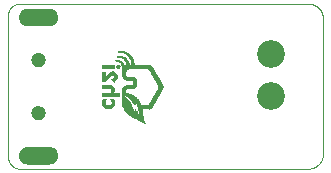
<source format=gbs>
G75*
%MOIN*%
%OFA0B0*%
%FSLAX25Y25*%
%IPPOS*%
%LPD*%
%AMOC8*
5,1,8,0,0,1.08239X$1,22.5*
%
%ADD10C,0.00100*%
%ADD11C,0.09200*%
%ADD12C,0.00004*%
%ADD13C,0.00000*%
%ADD14C,0.04731*%
%ADD15C,0.03156*%
%ADD16R,0.00015X0.00150*%
%ADD17R,0.00015X0.00585*%
%ADD18R,0.00015X0.00795*%
%ADD19R,0.00015X0.01095*%
%ADD20R,0.00015X0.01095*%
%ADD21R,0.00015X0.03225*%
%ADD22R,0.00015X0.01110*%
%ADD23R,0.00015X0.00945*%
%ADD24R,0.00015X0.01095*%
%ADD25R,0.00015X0.01095*%
%ADD26R,0.00015X0.03225*%
%ADD27R,0.00015X0.01110*%
%ADD28R,0.00015X0.01080*%
%ADD29R,0.00015X0.03240*%
%ADD30R,0.00015X0.01200*%
%ADD31R,0.00015X0.01305*%
%ADD32R,0.00015X0.01395*%
%ADD33R,0.00015X0.03255*%
%ADD34R,0.00015X0.01485*%
%ADD35R,0.00015X0.03255*%
%ADD36R,0.00015X0.01560*%
%ADD37R,0.00015X0.01650*%
%ADD38R,0.00015X0.03270*%
%ADD39R,0.00015X0.01710*%
%ADD40R,0.00015X0.01770*%
%ADD41R,0.00015X0.03270*%
%ADD42R,0.00015X0.01845*%
%ADD43R,0.00015X0.01905*%
%ADD44R,0.00015X0.03285*%
%ADD45R,0.00015X0.01965*%
%ADD46R,0.00015X0.02025*%
%ADD47R,0.00015X0.02085*%
%ADD48R,0.00015X0.03300*%
%ADD49R,0.00015X0.02115*%
%ADD50R,0.00015X0.03300*%
%ADD51R,0.00015X0.02175*%
%ADD52R,0.00015X0.02235*%
%ADD53R,0.00015X0.03315*%
%ADD54R,0.00015X0.02280*%
%ADD55R,0.00015X0.02325*%
%ADD56R,0.00015X0.03315*%
%ADD57R,0.00015X0.02370*%
%ADD58R,0.00015X0.03330*%
%ADD59R,0.00015X0.02400*%
%ADD60R,0.00015X0.02460*%
%ADD61R,0.00015X0.02490*%
%ADD62R,0.00015X0.02535*%
%ADD63R,0.00015X0.03345*%
%ADD64R,0.00015X0.02565*%
%ADD65R,0.00015X0.03345*%
%ADD66R,0.00015X0.02625*%
%ADD67R,0.00015X0.02655*%
%ADD68R,0.00015X0.03360*%
%ADD69R,0.00015X0.02685*%
%ADD70R,0.00015X0.02730*%
%ADD71R,0.00015X0.03360*%
%ADD72R,0.00015X0.02730*%
%ADD73R,0.00015X0.03375*%
%ADD74R,0.00015X0.02745*%
%ADD75R,0.00015X0.02760*%
%ADD76R,0.00015X0.03390*%
%ADD77R,0.00015X0.02775*%
%ADD78R,0.00015X0.03390*%
%ADD79R,0.00015X0.02790*%
%ADD80R,0.00015X0.02805*%
%ADD81R,0.00015X0.03405*%
%ADD82R,0.00015X0.02820*%
%ADD83R,0.00015X0.02835*%
%ADD84R,0.00015X0.03405*%
%ADD85R,0.00015X0.02835*%
%ADD86R,0.00015X0.03420*%
%ADD87R,0.00015X0.02850*%
%ADD88R,0.00015X0.02865*%
%ADD89R,0.00015X0.03435*%
%ADD90R,0.00015X0.02865*%
%ADD91R,0.00015X0.03435*%
%ADD92R,0.00015X0.02880*%
%ADD93R,0.00015X0.02895*%
%ADD94R,0.00015X0.03450*%
%ADD95R,0.00015X0.02895*%
%ADD96R,0.00015X0.02910*%
%ADD97R,0.00015X0.03465*%
%ADD98R,0.00015X0.02910*%
%ADD99R,0.00015X0.03465*%
%ADD100R,0.00015X0.02925*%
%ADD101R,0.00015X0.02940*%
%ADD102R,0.00015X0.03480*%
%ADD103R,0.00015X0.02925*%
%ADD104R,0.00015X0.03480*%
%ADD105R,0.00015X0.02940*%
%ADD106R,0.00015X0.01035*%
%ADD107R,0.00015X0.03495*%
%ADD108R,0.00015X0.00945*%
%ADD109R,0.00015X0.01440*%
%ADD110R,0.00015X0.00885*%
%ADD111R,0.00015X0.01410*%
%ADD112R,0.00015X0.00825*%
%ADD113R,0.00015X0.01380*%
%ADD114R,0.00015X0.00780*%
%ADD115R,0.00015X0.01350*%
%ADD116R,0.00015X0.00735*%
%ADD117R,0.00015X0.01335*%
%ADD118R,0.00015X0.00705*%
%ADD119R,0.00015X0.00675*%
%ADD120R,0.00015X0.01305*%
%ADD121R,0.00015X0.00615*%
%ADD122R,0.00015X0.01605*%
%ADD123R,0.00015X0.01275*%
%ADD124R,0.00015X0.01605*%
%ADD125R,0.00015X0.00570*%
%ADD126R,0.00015X0.01260*%
%ADD127R,0.00015X0.00525*%
%ADD128R,0.00015X0.01245*%
%ADD129R,0.00015X0.00495*%
%ADD130R,0.00015X0.01230*%
%ADD131R,0.00015X0.00465*%
%ADD132R,0.00015X0.01590*%
%ADD133R,0.00015X0.01215*%
%ADD134R,0.00015X0.00435*%
%ADD135R,0.00015X0.01590*%
%ADD136R,0.00015X0.00405*%
%ADD137R,0.00015X0.00375*%
%ADD138R,0.00015X0.00360*%
%ADD139R,0.00015X0.01200*%
%ADD140R,0.00015X0.00315*%
%ADD141R,0.00015X0.01185*%
%ADD142R,0.00015X0.00300*%
%ADD143R,0.00015X0.00285*%
%ADD144R,0.00015X0.00240*%
%ADD145R,0.00015X0.01170*%
%ADD146R,0.00015X0.00225*%
%ADD147R,0.00015X0.01185*%
%ADD148R,0.00015X0.00210*%
%ADD149R,0.00015X0.00180*%
%ADD150R,0.00015X0.00135*%
%ADD151R,0.00015X0.00120*%
%ADD152R,0.00015X0.01590*%
%ADD153R,0.00015X0.01155*%
%ADD154R,0.00015X0.00090*%
%ADD155R,0.00015X0.01590*%
%ADD156R,0.00015X0.01155*%
%ADD157R,0.00015X0.00075*%
%ADD158R,0.00015X0.00060*%
%ADD159R,0.00015X0.00045*%
%ADD160R,0.00015X0.00015*%
%ADD161R,0.00015X0.01140*%
%ADD162R,0.00015X0.01140*%
%ADD163R,0.00015X0.01575*%
%ADD164R,0.00015X0.01575*%
%ADD165R,0.00015X0.01125*%
%ADD166R,0.00015X0.01140*%
%ADD167R,0.00015X0.01140*%
%ADD168R,0.00015X0.01125*%
%ADD169R,0.00015X0.01560*%
%ADD170R,0.00015X0.01545*%
%ADD171R,0.00015X0.01545*%
%ADD172R,0.00015X0.01545*%
%ADD173R,0.00015X0.01530*%
%ADD174R,0.00015X0.01530*%
%ADD175R,0.00015X0.01515*%
%ADD176R,0.00015X0.01515*%
%ADD177R,0.00015X0.01500*%
%ADD178R,0.00015X0.01500*%
%ADD179R,0.00015X0.01485*%
%ADD180R,0.00015X0.01470*%
%ADD181R,0.00015X0.01470*%
%ADD182R,0.00015X0.01455*%
%ADD183R,0.00015X0.01455*%
%ADD184R,0.00015X0.01170*%
%ADD185R,0.00015X0.01425*%
%ADD186R,0.00015X0.01410*%
%ADD187R,0.00015X0.01395*%
%ADD188R,0.00015X0.01215*%
%ADD189R,0.00015X0.01230*%
%ADD190R,0.00015X0.01365*%
%ADD191R,0.00015X0.01245*%
%ADD192R,0.00015X0.01365*%
%ADD193R,0.00015X0.00015*%
%ADD194R,0.00015X0.00045*%
%ADD195R,0.00015X0.01290*%
%ADD196R,0.00015X0.01215*%
%ADD197R,0.00015X0.01290*%
%ADD198R,0.00015X0.01320*%
%ADD199R,0.00015X0.01290*%
%ADD200R,0.00015X0.01320*%
%ADD201R,0.00015X0.00210*%
%ADD202R,0.00015X0.01365*%
%ADD203R,0.00015X0.00225*%
%ADD204R,0.00015X0.01380*%
%ADD205R,0.00015X0.01275*%
%ADD206R,0.00015X0.00270*%
%ADD207R,0.00015X0.00330*%
%ADD208R,0.00015X0.01440*%
%ADD209R,0.00015X0.00375*%
%ADD210R,0.00015X0.00420*%
%ADD211R,0.00015X0.01515*%
%ADD212R,0.00015X0.00450*%
%ADD213R,0.00015X0.01320*%
%ADD214R,0.00015X0.01635*%
%ADD215R,0.00015X0.01335*%
%ADD216R,0.00015X0.00555*%
%ADD217R,0.00015X0.01695*%
%ADD218R,0.00015X0.01650*%
%ADD219R,0.00015X0.00600*%
%ADD220R,0.00015X0.03615*%
%ADD221R,0.00015X0.00630*%
%ADD222R,0.00015X0.01395*%
%ADD223R,0.00015X0.00690*%
%ADD224R,0.00015X0.00720*%
%ADD225R,0.00015X0.03600*%
%ADD226R,0.00015X0.00105*%
%ADD227R,0.00015X0.01440*%
%ADD228R,0.00015X0.00765*%
%ADD229R,0.00015X0.03600*%
%ADD230R,0.00015X0.00135*%
%ADD231R,0.00015X0.00825*%
%ADD232R,0.00015X0.00165*%
%ADD233R,0.00015X0.03585*%
%ADD234R,0.00015X0.00195*%
%ADD235R,0.00015X0.00960*%
%ADD236R,0.00015X0.03570*%
%ADD237R,0.00015X0.00255*%
%ADD238R,0.00015X0.03570*%
%ADD239R,0.00015X0.00285*%
%ADD240R,0.00015X0.03555*%
%ADD241R,0.00015X0.00315*%
%ADD242R,0.00015X0.00345*%
%ADD243R,0.00015X0.03540*%
%ADD244R,0.00015X0.02820*%
%ADD245R,0.00015X0.03525*%
%ADD246R,0.00015X0.00435*%
%ADD247R,0.00015X0.03525*%
%ADD248R,0.00015X0.00465*%
%ADD249R,0.00015X0.03510*%
%ADD250R,0.00015X0.00555*%
%ADD251R,0.00015X0.02805*%
%ADD252R,0.00015X0.03495*%
%ADD253R,0.00015X0.00585*%
%ADD254R,0.00015X0.00615*%
%ADD255R,0.00015X0.00645*%
%ADD256R,0.00015X0.02775*%
%ADD257R,0.00015X0.00720*%
%ADD258R,0.00015X0.00735*%
%ADD259R,0.00015X0.00765*%
%ADD260R,0.00015X0.00795*%
%ADD261R,0.00015X0.02295*%
%ADD262R,0.00015X0.02265*%
%ADD263R,0.00015X0.00855*%
%ADD264R,0.00015X0.02250*%
%ADD265R,0.00015X0.00885*%
%ADD266R,0.00015X0.02715*%
%ADD267R,0.00015X0.00930*%
%ADD268R,0.00015X0.02205*%
%ADD269R,0.00015X0.02700*%
%ADD270R,0.00015X0.00990*%
%ADD271R,0.00015X0.02160*%
%ADD272R,0.00015X0.01020*%
%ADD273R,0.00015X0.02685*%
%ADD274R,0.00015X0.02130*%
%ADD275R,0.00015X0.01050*%
%ADD276R,0.00015X0.02670*%
%ADD277R,0.00015X0.02100*%
%ADD278R,0.00015X0.02670*%
%ADD279R,0.00015X0.02070*%
%ADD280R,0.00015X0.02040*%
%ADD281R,0.00015X0.02010*%
%ADD282R,0.00015X0.02595*%
%ADD283R,0.00015X0.01980*%
%ADD284R,0.00015X0.01170*%
%ADD285R,0.00015X0.01950*%
%ADD286R,0.00015X0.02520*%
%ADD287R,0.00015X0.02475*%
%ADD288R,0.00015X0.01875*%
%ADD289R,0.00015X0.02430*%
%ADD290R,0.00015X0.02400*%
%ADD291R,0.00015X0.01800*%
%ADD292R,0.00015X0.01395*%
%ADD293R,0.00015X0.01215*%
%ADD294R,0.00015X0.02340*%
%ADD295R,0.00015X0.01755*%
%ADD296R,0.00015X0.02310*%
%ADD297R,0.00015X0.01725*%
%ADD298R,0.00015X0.02250*%
%ADD299R,0.00015X0.01665*%
%ADD300R,0.00015X0.02145*%
%ADD301R,0.00015X0.02040*%
%ADD302R,0.00015X0.01980*%
%ADD303R,0.00015X0.01920*%
%ADD304R,0.00015X0.01845*%
%ADD305R,0.00015X0.01665*%
%ADD306R,0.00015X0.01785*%
%ADD307R,0.00015X0.03315*%
%ADD308R,0.00015X0.01005*%
%ADD309R,0.00015X0.01470*%
%ADD310R,0.00015X0.00900*%
%ADD311R,0.00015X0.03285*%
%ADD312R,0.00015X0.03210*%
%ADD313R,0.00015X0.03195*%
%ADD314R,0.00015X0.03165*%
%ADD315R,0.00015X0.03150*%
%ADD316R,0.00015X0.00390*%
%ADD317R,0.00015X0.03120*%
%ADD318R,0.00015X0.03105*%
%ADD319R,0.00015X0.03060*%
%ADD320R,0.00015X0.03045*%
%ADD321R,0.00015X0.03015*%
%ADD322R,0.00015X0.03000*%
%ADD323R,0.00015X0.02970*%
%ADD324R,0.00015X0.02745*%
%ADD325R,0.00015X0.02625*%
%ADD326R,0.00015X0.02595*%
%ADD327R,0.00015X0.02535*%
%ADD328R,0.00015X0.02460*%
%ADD329R,0.00015X0.02385*%
%ADD330R,0.00015X0.02355*%
%ADD331R,0.00015X0.02325*%
%ADD332R,0.00015X0.02280*%
%ADD333R,0.00015X0.00345*%
%ADD334R,0.00015X0.02115*%
%ADD335R,0.00015X0.00465*%
%ADD336R,0.00015X0.01995*%
%ADD337R,0.00015X0.00495*%
%ADD338R,0.00015X0.00540*%
%ADD339R,0.00015X0.01860*%
%ADD340R,0.00015X0.00480*%
%ADD341R,0.00015X0.01815*%
%ADD342R,0.00015X0.01695*%
%ADD343R,0.00015X0.00660*%
%ADD344R,0.00015X0.00615*%
%ADD345R,0.00015X0.00750*%
%ADD346R,0.00015X0.00630*%
%ADD347R,0.00015X0.00645*%
%ADD348R,0.00015X0.00810*%
%ADD349R,0.00015X0.01260*%
%ADD350R,0.00015X0.00915*%
%ADD351R,0.00015X0.00660*%
%ADD352R,0.00015X0.01035*%
%ADD353R,0.00015X0.01050*%
%ADD354R,0.00015X0.00390*%
%ADD355R,0.00015X0.00480*%
%ADD356R,0.00015X0.00510*%
%ADD357R,0.00015X0.00540*%
%ADD358R,0.00015X0.00675*%
%ADD359R,0.00015X0.00600*%
%ADD360R,0.00015X0.00690*%
%ADD361R,0.00015X0.00750*%
%ADD362R,0.00015X0.00690*%
%ADD363R,0.00015X0.01080*%
%ADD364R,0.00015X0.00705*%
%ADD365R,0.00015X0.00690*%
%ADD366R,0.00015X0.00960*%
%ADD367R,0.00015X0.00915*%
%ADD368R,0.00015X0.00720*%
%ADD369R,0.00015X0.00795*%
%ADD370R,0.00015X0.00795*%
%ADD371R,0.00015X0.00420*%
%ADD372R,0.00015X0.00150*%
%ADD373R,0.00015X0.00780*%
%ADD374R,0.00015X0.00765*%
%ADD375R,0.00015X0.00810*%
%ADD376R,0.00015X0.00765*%
%ADD377R,0.00015X0.00840*%
%ADD378R,0.00015X0.00870*%
%ADD379R,0.00015X0.00870*%
%ADD380R,0.00015X0.00870*%
%ADD381R,0.00015X0.00915*%
%ADD382R,0.00015X0.00975*%
%ADD383R,0.00015X0.01020*%
%ADD384R,0.00015X0.01065*%
%ADD385R,0.00015X0.01245*%
%ADD386R,0.00015X0.00315*%
%ADD387R,0.00015X0.00840*%
%ADD388R,0.00015X0.04455*%
%ADD389R,0.00015X0.03090*%
%ADD390R,0.00015X0.04575*%
%ADD391R,0.00015X0.04635*%
%ADD392R,0.00015X0.01770*%
%ADD393R,0.00015X0.04665*%
%ADD394R,0.00015X0.03375*%
%ADD395R,0.00015X0.01815*%
%ADD396R,0.00015X0.04710*%
%ADD397R,0.00015X0.00855*%
%ADD398R,0.00015X0.03465*%
%ADD399R,0.00015X0.01890*%
%ADD400R,0.00015X0.04740*%
%ADD401R,0.00015X0.04770*%
%ADD402R,0.00015X0.04800*%
%ADD403R,0.00015X0.03630*%
%ADD404R,0.00015X0.04815*%
%ADD405R,0.00015X0.03675*%
%ADD406R,0.00015X0.02055*%
%ADD407R,0.00015X0.04815*%
%ADD408R,0.00015X0.03720*%
%ADD409R,0.00015X0.04845*%
%ADD410R,0.00015X0.03765*%
%ADD411R,0.00015X0.02130*%
%ADD412R,0.00015X0.04860*%
%ADD413R,0.00015X0.03810*%
%ADD414R,0.00015X0.03840*%
%ADD415R,0.00015X0.03870*%
%ADD416R,0.00015X0.02220*%
%ADD417R,0.00015X0.04875*%
%ADD418R,0.00015X0.03900*%
%ADD419R,0.00015X0.02265*%
%ADD420R,0.00015X0.04875*%
%ADD421R,0.00015X0.03945*%
%ADD422R,0.00015X0.03975*%
%ADD423R,0.00015X0.04890*%
%ADD424R,0.00015X0.04005*%
%ADD425R,0.00015X0.04035*%
%ADD426R,0.00015X0.02370*%
%ADD427R,0.00015X0.04890*%
%ADD428R,0.00015X0.04050*%
%ADD429R,0.00015X0.04095*%
%ADD430R,0.00015X0.04110*%
%ADD431R,0.00015X0.00900*%
%ADD432R,0.00015X0.04140*%
%ADD433R,0.00015X0.04155*%
%ADD434R,0.00015X0.02520*%
%ADD435R,0.00015X0.04845*%
%ADD436R,0.00015X0.04185*%
%ADD437R,0.00015X0.04200*%
%ADD438R,0.00015X0.02550*%
%ADD439R,0.00015X0.04830*%
%ADD440R,0.00015X0.04230*%
%ADD441R,0.00015X0.02580*%
%ADD442R,0.00015X0.04245*%
%ADD443R,0.00015X0.02595*%
%ADD444R,0.00015X0.04815*%
%ADD445R,0.00015X0.04275*%
%ADD446R,0.00015X0.04800*%
%ADD447R,0.00015X0.00930*%
%ADD448R,0.00015X0.04290*%
%ADD449R,0.00015X0.02640*%
%ADD450R,0.00015X0.04785*%
%ADD451R,0.00015X0.04305*%
%ADD452R,0.00015X0.04755*%
%ADD453R,0.00015X0.04335*%
%ADD454R,0.00015X0.04740*%
%ADD455R,0.00015X0.04350*%
%ADD456R,0.00015X0.04725*%
%ADD457R,0.00015X0.04365*%
%ADD458R,0.00015X0.04695*%
%ADD459R,0.00015X0.00945*%
%ADD460R,0.00015X0.04380*%
%ADD461R,0.00015X0.04665*%
%ADD462R,0.00015X0.04410*%
%ADD463R,0.00015X0.04425*%
%ADD464R,0.00015X0.04605*%
%ADD465R,0.00015X0.04455*%
%ADD466R,0.00015X0.04530*%
%ADD467R,0.00015X0.04470*%
%ADD468R,0.00015X0.04485*%
%ADD469R,0.00015X0.04500*%
%ADD470R,0.00015X0.04395*%
%ADD471R,0.00015X0.00975*%
%ADD472R,0.00015X0.04530*%
%ADD473R,0.00015X0.04545*%
%ADD474R,0.00015X0.02955*%
%ADD475R,0.00015X0.04440*%
%ADD476R,0.00015X0.04560*%
%ADD477R,0.00015X0.02970*%
%ADD478R,0.00015X0.04590*%
%ADD479R,0.00015X0.03000*%
%ADD480R,0.00015X0.04500*%
%ADD481R,0.00015X0.01005*%
%ADD482R,0.00015X0.00840*%
%ADD483R,0.00015X0.03030*%
%ADD484R,0.00015X0.00840*%
%ADD485R,0.00015X0.01020*%
%ADD486R,0.00015X0.04635*%
%ADD487R,0.00015X0.03090*%
%ADD488R,0.00015X0.04590*%
%ADD489R,0.00015X0.04650*%
%ADD490R,0.00015X0.04590*%
%ADD491R,0.00015X0.04620*%
%ADD492R,0.00015X0.04680*%
%ADD493R,0.00015X0.04695*%
%ADD494R,0.00015X0.03180*%
%ADD495R,0.00015X0.04665*%
%ADD496R,0.00015X0.01065*%
%ADD497R,0.00015X0.04710*%
%ADD498R,0.00015X0.03180*%
%ADD499R,0.00015X0.04695*%
%ADD500R,0.00015X0.04740*%
%ADD501R,0.00015X0.03240*%
%ADD502R,0.00015X0.04770*%
%ADD503R,0.00015X0.03315*%
%ADD504R,0.00015X0.04785*%
%ADD505R,0.00015X0.00870*%
%ADD506R,0.00015X0.04770*%
%ADD507R,0.00015X0.04845*%
%ADD508R,0.00015X0.02955*%
%ADD509R,0.00015X0.02370*%
%ADD510R,0.00015X0.04830*%
%ADD511R,0.00015X0.02070*%
%ADD512R,0.00015X0.01860*%
%ADD513R,0.00015X0.04845*%
%ADD514R,0.00015X0.01845*%
%ADD515R,0.00015X0.01350*%
%ADD516R,0.00015X0.01800*%
%ADD517R,0.00015X0.01740*%
%ADD518R,0.00015X0.01695*%
%ADD519R,0.00015X0.00990*%
%ADD520R,0.00015X0.01620*%
%ADD521R,0.00015X0.04860*%
%ADD522R,0.00015X0.01620*%
%ADD523R,0.00015X0.00915*%
%ADD524R,0.00015X0.03390*%
%ADD525R,0.00015X0.03240*%
%ADD526R,0.00015X0.03195*%
%ADD527R,0.00015X0.00945*%
%ADD528R,0.00015X0.03165*%
%ADD529R,0.00015X0.03075*%
%ADD530R,0.00015X0.03045*%
%ADD531R,0.00015X0.03015*%
%ADD532R,0.00015X0.02985*%
%ADD533R,0.00015X0.02895*%
%ADD534R,0.00015X0.00990*%
%ADD535R,0.00015X0.02610*%
%ADD536R,0.00015X0.02565*%
%ADD537R,0.00015X0.02505*%
%ADD538R,0.00015X0.04755*%
%ADD539R,0.00015X0.02205*%
%ADD540R,0.00015X0.01065*%
%ADD541R,0.00015X0.01920*%
%ADD542R,0.00015X0.04665*%
%ADD543R,0.00015X0.01425*%
%ADD544R,0.00015X0.04620*%
%ADD545R,0.00015X0.04620*%
%ADD546R,0.00015X0.04590*%
%ADD547R,0.00015X0.04560*%
%ADD548R,0.00015X0.04515*%
%ADD549R,0.00015X0.04515*%
%ADD550R,0.00015X0.04470*%
%ADD551R,0.00015X0.04425*%
%ADD552R,0.00015X0.01620*%
%ADD553R,0.00015X0.04395*%
%ADD554R,0.00015X0.04320*%
%ADD555R,0.00015X0.01665*%
%ADD556R,0.00015X0.01680*%
%ADD557R,0.00015X0.04290*%
%ADD558R,0.00015X0.01320*%
%ADD559R,0.00015X0.04260*%
%ADD560R,0.00015X0.04245*%
%ADD561R,0.00015X0.04200*%
%ADD562R,0.00015X0.01740*%
%ADD563R,0.00015X0.04170*%
%ADD564R,0.00015X0.04140*%
%ADD565R,0.00015X0.04125*%
%ADD566R,0.00015X0.04110*%
%ADD567R,0.00015X0.01785*%
%ADD568R,0.00015X0.04080*%
%ADD569R,0.00015X0.04065*%
%ADD570R,0.00015X0.01815*%
%ADD571R,0.00015X0.04020*%
%ADD572R,0.00015X0.01845*%
%ADD573R,0.00015X0.04005*%
%ADD574R,0.00015X0.03990*%
%ADD575R,0.00015X0.03960*%
%ADD576R,0.00015X0.03945*%
%ADD577R,0.00015X0.03915*%
%ADD578R,0.00015X0.03885*%
%ADD579R,0.00015X0.01890*%
%ADD580R,0.00015X0.03870*%
%ADD581R,0.00015X0.01695*%
%ADD582R,0.00015X0.03855*%
%ADD583R,0.00015X0.01935*%
%ADD584R,0.00015X0.03795*%
%ADD585R,0.00015X0.03780*%
%ADD586R,0.00015X0.01950*%
%ADD587R,0.00015X0.03750*%
%ADD588R,0.00015X0.03705*%
%ADD589R,0.00015X0.02055*%
%ADD590R,0.00015X0.03660*%
%ADD591R,0.00015X0.03645*%
%ADD592R,0.00015X0.02010*%
%ADD593R,0.00015X0.04020*%
%ADD594R,0.00015X0.03615*%
%ADD595R,0.00015X0.03540*%
%ADD596R,0.00015X0.03930*%
%ADD597R,0.00015X0.03915*%
%ADD598R,0.00015X0.03885*%
%ADD599R,0.00015X0.02085*%
%ADD600R,0.00015X0.03345*%
%ADD601R,0.00015X0.02115*%
%ADD602R,0.00015X0.03765*%
%ADD603R,0.00015X0.02145*%
%ADD604R,0.00015X0.03735*%
%ADD605R,0.00015X0.03690*%
%ADD606R,0.00015X0.03195*%
%ADD607R,0.00015X0.02175*%
%ADD608R,0.00015X0.03660*%
%ADD609R,0.00015X0.02190*%
%ADD610R,0.00015X0.03120*%
%ADD611R,0.00015X0.02235*%
%ADD612R,0.00015X0.02310*%
%ADD613R,0.00015X0.02715*%
%ADD614R,0.00015X0.02340*%
%ADD615R,0.00015X0.02415*%
%ADD616R,0.00015X0.03045*%
%ADD617R,0.00015X0.02445*%
%ADD618R,0.00015X0.02220*%
%ADD619R,0.00015X0.02040*%
%ADD620R,0.00015X0.02505*%
%ADD621R,0.00015X0.01725*%
%ADD622R,0.00015X0.02580*%
%ADD623R,0.00015X0.02490*%
%ADD624R,0.00015X0.03780*%
%ADD625R,0.00015X0.02670*%
%ADD626R,0.00015X0.03735*%
%ADD627R,0.00015X0.03690*%
%ADD628R,0.00015X0.02760*%
%ADD629R,0.00015X0.02820*%
%ADD630R,0.00015X0.02025*%
%ADD631R,0.00015X0.02190*%
%ADD632R,0.00015X0.03510*%
%ADD633R,0.00015X0.02415*%
%ADD634R,0.00015X0.02790*%
%ADD635R,0.00015X0.03345*%
%ADD636R,0.00015X0.02550*%
%ADD637R,0.00015X0.02880*%
%ADD638R,0.00015X0.03090*%
%ADD639R,0.00015X0.03075*%
%ADD640R,0.00015X0.03030*%
%ADD641R,0.00015X0.01995*%
%ADD642R,0.00015X0.03015*%
%ADD643R,0.00015X0.02790*%
%ADD644R,0.00015X0.01830*%
%ADD645R,0.00015X0.02940*%
%ADD646R,0.00015X0.02640*%
%ADD647R,0.00015X0.01905*%
%ADD648R,0.00015X0.02190*%
%ADD649R,0.00015X0.01890*%
%ADD650R,0.00015X0.02745*%
%ADD651R,0.00015X0.01965*%
%ADD652R,0.00015X0.02670*%
%ADD653R,0.00015X0.01995*%
%ADD654R,0.00015X0.02520*%
%ADD655R,0.00015X0.02520*%
%ADD656R,0.00015X0.02160*%
%ADD657R,0.00015X0.02445*%
%ADD658R,0.00015X0.02430*%
%ADD659R,0.00015X0.02265*%
%ADD660R,0.00015X0.02355*%
%ADD661R,0.00015X0.02385*%
%ADD662R,0.00015X0.02145*%
%ADD663R,0.00015X0.02850*%
%ADD664R,0.00015X0.01965*%
%ADD665R,0.00015X0.03060*%
%ADD666R,0.00015X0.03195*%
%ADD667R,0.00015X0.01770*%
%ADD668R,0.00015X0.03585*%
%ADD669R,0.00015X0.03645*%
%ADD670R,0.00015X0.01620*%
%ADD671R,0.00015X0.03990*%
%ADD672R,0.00015X0.04155*%
%ADD673R,0.00015X0.01470*%
%ADD674R,0.00015X0.04335*%
%ADD675R,0.00015X0.06105*%
%ADD676R,0.00015X0.06075*%
%ADD677R,0.00015X0.06060*%
%ADD678R,0.00015X0.06030*%
%ADD679R,0.00015X0.06015*%
%ADD680R,0.00015X0.05985*%
%ADD681R,0.00015X0.05970*%
%ADD682R,0.00015X0.05940*%
%ADD683R,0.00015X0.05925*%
%ADD684R,0.00015X0.05895*%
%ADD685R,0.00015X0.05865*%
%ADD686R,0.00015X0.05835*%
%ADD687R,0.00015X0.05820*%
%ADD688R,0.00015X0.05775*%
%ADD689R,0.00015X0.05760*%
%ADD690R,0.00015X0.05715*%
%ADD691R,0.00015X0.05700*%
%ADD692R,0.00015X0.05655*%
%ADD693R,0.00015X0.05640*%
%ADD694R,0.00015X0.05595*%
%ADD695R,0.00015X0.05580*%
%ADD696R,0.00015X0.05535*%
%ADD697R,0.00015X0.05505*%
%ADD698R,0.00015X0.05460*%
%ADD699R,0.00015X0.05445*%
%ADD700R,0.00015X0.05400*%
%ADD701R,0.00015X0.05370*%
%ADD702R,0.00015X0.05325*%
%ADD703R,0.00015X0.05340*%
%ADD704R,0.00015X0.05355*%
%ADD705R,0.00015X0.05355*%
%ADD706R,0.00015X0.05370*%
%ADD707R,0.00015X0.05385*%
%ADD708R,0.00015X0.05385*%
%ADD709R,0.00015X0.05415*%
%ADD710R,0.00015X0.05430*%
%ADD711R,0.00015X0.05430*%
%ADD712R,0.00015X0.05460*%
%ADD713R,0.00015X0.05475*%
%ADD714R,0.00015X0.05490*%
%ADD715R,0.00015X0.04020*%
%ADD716R,0.00015X0.03870*%
%ADD717R,0.00015X0.03450*%
%ADD718R,0.00015X0.01635*%
%ADD719R,0.00015X0.00570*%
%ADD720R,0.00015X0.00525*%
%ADD721R,0.00015X0.00360*%
%ADD722R,0.00015X0.00240*%
%ADD723R,0.00015X0.00165*%
%ADD724R,0.00015X0.00120*%
%ADD725R,0.00015X0.00075*%
%ADD726R,0.00015X0.00030*%
%ADD727R,0.00015X0.00030*%
%ADD728R,0.00015X0.01740*%
%ADD729R,0.00015X0.01770*%
%ADD730R,0.00015X0.01875*%
%ADD731R,0.00015X0.02070*%
%ADD732R,0.00015X0.02295*%
%ADD733R,0.00015X0.02340*%
%ADD734R,0.00015X0.02415*%
%ADD735R,0.00015X0.02475*%
%ADD736R,0.00015X0.02595*%
%ADD737R,0.00015X0.02640*%
%ADD738R,0.00015X0.06000*%
%ADD739R,0.00015X0.05850*%
%ADD740R,0.00015X0.05790*%
%ADD741R,0.00015X0.05730*%
%ADD742R,0.00015X0.05700*%
%ADD743R,0.00015X0.05640*%
%ADD744R,0.00015X0.05535*%
%ADD745R,0.00015X0.05490*%
%ADD746R,0.00015X0.05280*%
%ADD747R,0.00015X0.05220*%
%ADD748R,0.00015X0.05160*%
%ADD749R,0.00015X0.05115*%
%ADD750R,0.00015X0.05070*%
%ADD751R,0.00015X0.05010*%
%ADD752R,0.00015X0.04950*%
%ADD753R,0.00015X0.04920*%
%ADD754R,0.00015X0.04440*%
%ADD755R,0.00015X0.04185*%
%ADD756R,0.00015X0.03930*%
%ADD757R,0.00015X0.03870*%
%ADD758R,0.00015X0.03720*%
%ADD759R,0.00015X0.03570*%
%ADD760R,0.00015X0.03150*%
%ADD761R,0.00015X0.02370*%
%ADD762R,0.00015X0.02220*%
%ADD763R,0.00015X0.02100*%
D10*
X0061197Y0006800D02*
X0061197Y0054300D01*
X0061203Y0054422D01*
X0061213Y0054543D01*
X0061226Y0054664D01*
X0061243Y0054785D01*
X0061264Y0054905D01*
X0061289Y0055024D01*
X0061318Y0055142D01*
X0061350Y0055260D01*
X0061386Y0055376D01*
X0061425Y0055491D01*
X0061468Y0055605D01*
X0061515Y0055718D01*
X0061565Y0055829D01*
X0061619Y0055938D01*
X0061676Y0056046D01*
X0061737Y0056151D01*
X0061800Y0056255D01*
X0061867Y0056357D01*
X0061937Y0056456D01*
X0062011Y0056554D01*
X0062087Y0056649D01*
X0062166Y0056741D01*
X0062248Y0056831D01*
X0062333Y0056919D01*
X0062420Y0057003D01*
X0062511Y0057085D01*
X0062603Y0057164D01*
X0062698Y0057240D01*
X0062796Y0057313D01*
X0062895Y0057383D01*
X0062997Y0057450D01*
X0063101Y0057514D01*
X0063207Y0057574D01*
X0063315Y0057631D01*
X0063424Y0057684D01*
X0063535Y0057734D01*
X0063648Y0057781D01*
X0063762Y0057824D01*
X0063877Y0057863D01*
X0063993Y0057899D01*
X0064111Y0057931D01*
X0064229Y0057959D01*
X0064349Y0057984D01*
X0064469Y0058005D01*
X0064589Y0058022D01*
X0064710Y0058035D01*
X0064832Y0058045D01*
X0064953Y0058050D01*
X0065075Y0058052D01*
X0065197Y0058050D01*
X0161197Y0058050D01*
X0161337Y0058048D01*
X0161477Y0058042D01*
X0161617Y0058032D01*
X0161757Y0058019D01*
X0161896Y0058001D01*
X0162035Y0057979D01*
X0162172Y0057954D01*
X0162310Y0057925D01*
X0162446Y0057892D01*
X0162581Y0057855D01*
X0162715Y0057814D01*
X0162848Y0057769D01*
X0162980Y0057721D01*
X0163110Y0057669D01*
X0163239Y0057614D01*
X0163366Y0057555D01*
X0163492Y0057492D01*
X0163616Y0057426D01*
X0163737Y0057357D01*
X0163857Y0057284D01*
X0163975Y0057207D01*
X0164090Y0057128D01*
X0164204Y0057045D01*
X0164314Y0056959D01*
X0164423Y0056870D01*
X0164529Y0056778D01*
X0164632Y0056683D01*
X0164733Y0056586D01*
X0164830Y0056485D01*
X0164925Y0056382D01*
X0165017Y0056276D01*
X0165106Y0056167D01*
X0165192Y0056057D01*
X0165275Y0055943D01*
X0165354Y0055828D01*
X0165431Y0055710D01*
X0165504Y0055590D01*
X0165573Y0055469D01*
X0165639Y0055345D01*
X0165702Y0055219D01*
X0165761Y0055092D01*
X0165816Y0054963D01*
X0165868Y0054833D01*
X0165916Y0054701D01*
X0165961Y0054568D01*
X0166002Y0054434D01*
X0166039Y0054299D01*
X0166072Y0054163D01*
X0166101Y0054025D01*
X0166126Y0053888D01*
X0166148Y0053749D01*
X0166166Y0053610D01*
X0166179Y0053470D01*
X0166189Y0053330D01*
X0166195Y0053190D01*
X0166197Y0053050D01*
X0166197Y0008050D01*
X0166195Y0007910D01*
X0166189Y0007770D01*
X0166179Y0007630D01*
X0166166Y0007490D01*
X0166148Y0007351D01*
X0166126Y0007212D01*
X0166101Y0007075D01*
X0166072Y0006937D01*
X0166039Y0006801D01*
X0166002Y0006666D01*
X0165961Y0006532D01*
X0165916Y0006399D01*
X0165868Y0006267D01*
X0165816Y0006137D01*
X0165761Y0006008D01*
X0165702Y0005881D01*
X0165639Y0005755D01*
X0165573Y0005631D01*
X0165504Y0005510D01*
X0165431Y0005390D01*
X0165354Y0005272D01*
X0165275Y0005157D01*
X0165192Y0005043D01*
X0165106Y0004933D01*
X0165017Y0004824D01*
X0164925Y0004718D01*
X0164830Y0004615D01*
X0164733Y0004514D01*
X0164632Y0004417D01*
X0164529Y0004322D01*
X0164423Y0004230D01*
X0164314Y0004141D01*
X0164204Y0004055D01*
X0164090Y0003972D01*
X0163975Y0003893D01*
X0163857Y0003816D01*
X0163737Y0003743D01*
X0163616Y0003674D01*
X0163492Y0003608D01*
X0163366Y0003545D01*
X0163239Y0003486D01*
X0163110Y0003431D01*
X0162980Y0003379D01*
X0162848Y0003331D01*
X0162715Y0003286D01*
X0162581Y0003245D01*
X0162446Y0003208D01*
X0162310Y0003175D01*
X0162172Y0003146D01*
X0162035Y0003121D01*
X0161896Y0003099D01*
X0161757Y0003081D01*
X0161617Y0003068D01*
X0161477Y0003058D01*
X0161337Y0003052D01*
X0161197Y0003050D01*
X0065197Y0003050D01*
X0065073Y0003048D01*
X0064948Y0003050D01*
X0064824Y0003056D01*
X0064700Y0003066D01*
X0064577Y0003080D01*
X0064454Y0003098D01*
X0064332Y0003119D01*
X0064210Y0003145D01*
X0064089Y0003175D01*
X0063970Y0003208D01*
X0063851Y0003245D01*
X0063734Y0003286D01*
X0063618Y0003331D01*
X0063503Y0003380D01*
X0063390Y0003432D01*
X0063279Y0003487D01*
X0063170Y0003547D01*
X0063063Y0003609D01*
X0062958Y0003675D01*
X0062855Y0003745D01*
X0062754Y0003817D01*
X0062655Y0003893D01*
X0062559Y0003972D01*
X0062466Y0004054D01*
X0062375Y0004139D01*
X0062287Y0004227D01*
X0062202Y0004318D01*
X0062120Y0004411D01*
X0062041Y0004507D01*
X0061965Y0004606D01*
X0061893Y0004706D01*
X0061823Y0004809D01*
X0061757Y0004915D01*
X0061694Y0005022D01*
X0061635Y0005131D01*
X0061579Y0005242D01*
X0061527Y0005355D01*
X0061479Y0005469D01*
X0061434Y0005585D01*
X0061393Y0005703D01*
X0061355Y0005821D01*
X0061322Y0005941D01*
X0061292Y0006062D01*
X0061267Y0006183D01*
X0061245Y0006306D01*
X0061227Y0006428D01*
X0061213Y0006552D01*
X0061203Y0006676D01*
X0061197Y0006800D01*
D11*
X0148697Y0027357D03*
X0148697Y0041137D03*
D12*
X0077443Y0053044D02*
X0077286Y0052527D01*
X0077032Y0052050D01*
X0076689Y0051633D01*
X0076271Y0051290D01*
X0075795Y0051035D01*
X0075278Y0050879D01*
X0074740Y0050826D01*
X0067654Y0050826D01*
X0067116Y0050879D01*
X0066599Y0051035D01*
X0066122Y0051290D01*
X0065705Y0051633D01*
X0065362Y0052050D01*
X0065107Y0052527D01*
X0064951Y0053044D01*
X0064898Y0053581D01*
X0077496Y0053581D01*
X0077443Y0053044D01*
X0077443Y0053045D02*
X0064950Y0053045D01*
X0064950Y0053047D02*
X0077443Y0053047D01*
X0077444Y0053050D02*
X0064950Y0053050D01*
X0064950Y0053052D02*
X0077444Y0053052D01*
X0077444Y0053055D02*
X0064950Y0053055D01*
X0064949Y0053057D02*
X0077444Y0053057D01*
X0077445Y0053060D02*
X0064949Y0053060D01*
X0064949Y0053062D02*
X0077445Y0053062D01*
X0077445Y0053065D02*
X0064949Y0053065D01*
X0064948Y0053067D02*
X0077445Y0053067D01*
X0077446Y0053069D02*
X0064948Y0053069D01*
X0064948Y0053072D02*
X0077446Y0053072D01*
X0077446Y0053074D02*
X0064948Y0053074D01*
X0064947Y0053077D02*
X0077446Y0053077D01*
X0077447Y0053079D02*
X0064947Y0053079D01*
X0064947Y0053082D02*
X0077447Y0053082D01*
X0077447Y0053084D02*
X0064947Y0053084D01*
X0064946Y0053087D02*
X0077447Y0053087D01*
X0077448Y0053089D02*
X0064946Y0053089D01*
X0064946Y0053091D02*
X0077448Y0053091D01*
X0077448Y0053094D02*
X0064946Y0053094D01*
X0064945Y0053096D02*
X0077448Y0053096D01*
X0077449Y0053099D02*
X0064945Y0053099D01*
X0064945Y0053101D02*
X0077449Y0053101D01*
X0077449Y0053104D02*
X0064945Y0053104D01*
X0064944Y0053106D02*
X0077449Y0053106D01*
X0077449Y0053109D02*
X0064944Y0053109D01*
X0064944Y0053111D02*
X0077450Y0053111D01*
X0077450Y0053113D02*
X0064944Y0053113D01*
X0064943Y0053116D02*
X0077450Y0053116D01*
X0077450Y0053118D02*
X0064943Y0053118D01*
X0064943Y0053121D02*
X0077451Y0053121D01*
X0077451Y0053123D02*
X0064943Y0053123D01*
X0064943Y0053126D02*
X0077451Y0053126D01*
X0077451Y0053128D02*
X0064942Y0053128D01*
X0064942Y0053131D02*
X0077452Y0053131D01*
X0077452Y0053133D02*
X0064942Y0053133D01*
X0064942Y0053136D02*
X0077452Y0053136D01*
X0077452Y0053138D02*
X0064941Y0053138D01*
X0064941Y0053140D02*
X0077453Y0053140D01*
X0077453Y0053143D02*
X0064941Y0053143D01*
X0064941Y0053145D02*
X0077453Y0053145D01*
X0077453Y0053148D02*
X0064940Y0053148D01*
X0064940Y0053150D02*
X0077454Y0053150D01*
X0077454Y0053153D02*
X0064940Y0053153D01*
X0064940Y0053155D02*
X0077454Y0053155D01*
X0077454Y0053158D02*
X0064939Y0053158D01*
X0064939Y0053160D02*
X0077455Y0053160D01*
X0077455Y0053162D02*
X0064939Y0053162D01*
X0064939Y0053165D02*
X0077455Y0053165D01*
X0077455Y0053167D02*
X0064938Y0053167D01*
X0064938Y0053170D02*
X0077456Y0053170D01*
X0077456Y0053172D02*
X0064938Y0053172D01*
X0064938Y0053175D02*
X0077456Y0053175D01*
X0077456Y0053177D02*
X0064937Y0053177D01*
X0064937Y0053180D02*
X0077456Y0053180D01*
X0077457Y0053182D02*
X0064937Y0053182D01*
X0064937Y0053184D02*
X0077457Y0053184D01*
X0077457Y0053187D02*
X0064937Y0053187D01*
X0064936Y0053189D02*
X0077457Y0053189D01*
X0077458Y0053192D02*
X0064936Y0053192D01*
X0064936Y0053194D02*
X0077458Y0053194D01*
X0077458Y0053197D02*
X0064936Y0053197D01*
X0064935Y0053199D02*
X0077458Y0053199D01*
X0077459Y0053202D02*
X0064935Y0053202D01*
X0064935Y0053204D02*
X0077459Y0053204D01*
X0077459Y0053207D02*
X0064935Y0053207D01*
X0064934Y0053209D02*
X0077459Y0053209D01*
X0077460Y0053211D02*
X0064934Y0053211D01*
X0064934Y0053214D02*
X0077460Y0053214D01*
X0077460Y0053216D02*
X0064934Y0053216D01*
X0064933Y0053219D02*
X0077460Y0053219D01*
X0077461Y0053221D02*
X0064933Y0053221D01*
X0064933Y0053224D02*
X0077461Y0053224D01*
X0077461Y0053226D02*
X0064933Y0053226D01*
X0064932Y0053229D02*
X0077461Y0053229D01*
X0077462Y0053231D02*
X0064932Y0053231D01*
X0064932Y0053233D02*
X0077462Y0053233D01*
X0077462Y0053236D02*
X0064932Y0053236D01*
X0064931Y0053238D02*
X0077462Y0053238D01*
X0077463Y0053241D02*
X0064931Y0053241D01*
X0064931Y0053243D02*
X0077463Y0053243D01*
X0077463Y0053246D02*
X0064931Y0053246D01*
X0064930Y0053248D02*
X0077463Y0053248D01*
X0077463Y0053251D02*
X0064930Y0053251D01*
X0064930Y0053253D02*
X0077464Y0053253D01*
X0077464Y0053255D02*
X0064930Y0053255D01*
X0064930Y0053258D02*
X0077464Y0053258D01*
X0077464Y0053260D02*
X0064929Y0053260D01*
X0064929Y0053263D02*
X0077465Y0053263D01*
X0077465Y0053265D02*
X0064929Y0053265D01*
X0064929Y0053268D02*
X0077465Y0053268D01*
X0077465Y0053270D02*
X0064928Y0053270D01*
X0064928Y0053273D02*
X0077466Y0053273D01*
X0077466Y0053275D02*
X0064928Y0053275D01*
X0064928Y0053278D02*
X0077466Y0053278D01*
X0077466Y0053280D02*
X0064927Y0053280D01*
X0064927Y0053282D02*
X0077467Y0053282D01*
X0077467Y0053285D02*
X0064927Y0053285D01*
X0064927Y0053287D02*
X0077467Y0053287D01*
X0077467Y0053290D02*
X0064926Y0053290D01*
X0064926Y0053292D02*
X0077468Y0053292D01*
X0077468Y0053295D02*
X0064926Y0053295D01*
X0064926Y0053297D02*
X0077468Y0053297D01*
X0077468Y0053300D02*
X0064925Y0053300D01*
X0064925Y0053302D02*
X0077469Y0053302D01*
X0077469Y0053304D02*
X0064925Y0053304D01*
X0064925Y0053307D02*
X0077469Y0053307D01*
X0077469Y0053309D02*
X0064924Y0053309D01*
X0064924Y0053312D02*
X0077470Y0053312D01*
X0077470Y0053314D02*
X0064924Y0053314D01*
X0064924Y0053317D02*
X0077470Y0053317D01*
X0077470Y0053319D02*
X0064923Y0053319D01*
X0064923Y0053322D02*
X0077470Y0053322D01*
X0077471Y0053324D02*
X0064923Y0053324D01*
X0064923Y0053326D02*
X0077471Y0053326D01*
X0077471Y0053329D02*
X0064923Y0053329D01*
X0064922Y0053331D02*
X0077471Y0053331D01*
X0077472Y0053334D02*
X0064922Y0053334D01*
X0064922Y0053336D02*
X0077472Y0053336D01*
X0077472Y0053339D02*
X0064922Y0053339D01*
X0064921Y0053341D02*
X0077472Y0053341D01*
X0077473Y0053344D02*
X0064921Y0053344D01*
X0064921Y0053346D02*
X0077473Y0053346D01*
X0077473Y0053349D02*
X0064921Y0053349D01*
X0064920Y0053351D02*
X0077473Y0053351D01*
X0077474Y0053353D02*
X0064920Y0053353D01*
X0064920Y0053356D02*
X0077474Y0053356D01*
X0077474Y0053358D02*
X0064920Y0053358D01*
X0064919Y0053361D02*
X0077474Y0053361D01*
X0077475Y0053363D02*
X0064919Y0053363D01*
X0064919Y0053366D02*
X0077475Y0053366D01*
X0077475Y0053368D02*
X0064919Y0053368D01*
X0064918Y0053371D02*
X0077475Y0053371D01*
X0077476Y0053373D02*
X0064918Y0053373D01*
X0064918Y0053375D02*
X0077476Y0053375D01*
X0077476Y0053378D02*
X0064918Y0053378D01*
X0064917Y0053380D02*
X0077476Y0053380D01*
X0077477Y0053383D02*
X0064917Y0053383D01*
X0064917Y0053385D02*
X0077477Y0053385D01*
X0077477Y0053388D02*
X0064917Y0053388D01*
X0064916Y0053390D02*
X0077477Y0053390D01*
X0077477Y0053393D02*
X0064916Y0053393D01*
X0064916Y0053395D02*
X0077478Y0053395D01*
X0077478Y0053397D02*
X0064916Y0053397D01*
X0064916Y0053400D02*
X0077478Y0053400D01*
X0077478Y0053402D02*
X0064915Y0053402D01*
X0064915Y0053405D02*
X0077479Y0053405D01*
X0077479Y0053407D02*
X0064915Y0053407D01*
X0064915Y0053410D02*
X0077479Y0053410D01*
X0077479Y0053412D02*
X0064914Y0053412D01*
X0064914Y0053415D02*
X0077480Y0053415D01*
X0077480Y0053417D02*
X0064914Y0053417D01*
X0064914Y0053420D02*
X0077480Y0053420D01*
X0077480Y0053422D02*
X0064913Y0053422D01*
X0064913Y0053424D02*
X0077481Y0053424D01*
X0077481Y0053427D02*
X0064913Y0053427D01*
X0064913Y0053429D02*
X0077481Y0053429D01*
X0077481Y0053432D02*
X0064912Y0053432D01*
X0064912Y0053434D02*
X0077482Y0053434D01*
X0077482Y0053437D02*
X0064912Y0053437D01*
X0064912Y0053439D02*
X0077482Y0053439D01*
X0077482Y0053442D02*
X0064911Y0053442D01*
X0064911Y0053444D02*
X0077483Y0053444D01*
X0077483Y0053446D02*
X0064911Y0053446D01*
X0064911Y0053449D02*
X0077483Y0053449D01*
X0077483Y0053451D02*
X0064910Y0053451D01*
X0064910Y0053454D02*
X0077483Y0053454D01*
X0077484Y0053456D02*
X0064910Y0053456D01*
X0064910Y0053459D02*
X0077484Y0053459D01*
X0077484Y0053461D02*
X0064909Y0053461D01*
X0064909Y0053464D02*
X0077484Y0053464D01*
X0077485Y0053466D02*
X0064909Y0053466D01*
X0064909Y0053468D02*
X0077485Y0053468D01*
X0077485Y0053471D02*
X0064909Y0053471D01*
X0064908Y0053473D02*
X0077485Y0053473D01*
X0077486Y0053476D02*
X0064908Y0053476D01*
X0064908Y0053478D02*
X0077486Y0053478D01*
X0077486Y0053481D02*
X0064908Y0053481D01*
X0064907Y0053483D02*
X0077486Y0053483D01*
X0077487Y0053486D02*
X0064907Y0053486D01*
X0064907Y0053488D02*
X0077487Y0053488D01*
X0077487Y0053491D02*
X0064907Y0053491D01*
X0064906Y0053493D02*
X0077487Y0053493D01*
X0077488Y0053495D02*
X0064906Y0053495D01*
X0064906Y0053498D02*
X0077488Y0053498D01*
X0077488Y0053500D02*
X0064906Y0053500D01*
X0064905Y0053503D02*
X0077488Y0053503D01*
X0077489Y0053505D02*
X0064905Y0053505D01*
X0064905Y0053508D02*
X0077489Y0053508D01*
X0077489Y0053510D02*
X0064905Y0053510D01*
X0064904Y0053513D02*
X0077489Y0053513D01*
X0077490Y0053515D02*
X0064904Y0053515D01*
X0064904Y0053517D02*
X0077490Y0053517D01*
X0077490Y0053520D02*
X0064904Y0053520D01*
X0064903Y0053522D02*
X0077490Y0053522D01*
X0077490Y0053525D02*
X0064903Y0053525D01*
X0064903Y0053527D02*
X0077491Y0053527D01*
X0077491Y0053530D02*
X0064903Y0053530D01*
X0064903Y0053532D02*
X0077491Y0053532D01*
X0077491Y0053535D02*
X0064902Y0053535D01*
X0064902Y0053537D02*
X0077492Y0053537D01*
X0077492Y0053539D02*
X0064902Y0053539D01*
X0064902Y0053542D02*
X0077492Y0053542D01*
X0077492Y0053544D02*
X0064901Y0053544D01*
X0064901Y0053547D02*
X0077493Y0053547D01*
X0077493Y0053549D02*
X0064901Y0053549D01*
X0064901Y0053552D02*
X0077493Y0053552D01*
X0077493Y0053554D02*
X0064900Y0053554D01*
X0064900Y0053557D02*
X0077494Y0053557D01*
X0077494Y0053559D02*
X0064900Y0053559D01*
X0064900Y0053562D02*
X0077494Y0053562D01*
X0077494Y0053564D02*
X0064899Y0053564D01*
X0064899Y0053566D02*
X0077495Y0053566D01*
X0077495Y0053569D02*
X0064899Y0053569D01*
X0064899Y0053571D02*
X0077495Y0053571D01*
X0077495Y0053574D02*
X0064898Y0053574D01*
X0064898Y0053576D02*
X0077496Y0053576D01*
X0077496Y0053579D02*
X0064898Y0053579D01*
X0064898Y0053581D02*
X0064951Y0054119D01*
X0065107Y0054636D01*
X0065362Y0055113D01*
X0065705Y0055530D01*
X0066122Y0055873D01*
X0076271Y0055873D01*
X0076689Y0055530D01*
X0065705Y0055530D01*
X0065703Y0055528D02*
X0076691Y0055528D01*
X0076689Y0055530D02*
X0077032Y0055113D01*
X0077286Y0054636D01*
X0077443Y0054119D01*
X0077496Y0053581D01*
X0077496Y0053584D02*
X0064898Y0053584D01*
X0064898Y0053586D02*
X0077496Y0053586D01*
X0077495Y0053588D02*
X0064898Y0053588D01*
X0064899Y0053591D02*
X0077495Y0053591D01*
X0077495Y0053593D02*
X0064899Y0053593D01*
X0064899Y0053596D02*
X0077495Y0053596D01*
X0077494Y0053598D02*
X0064899Y0053598D01*
X0064900Y0053601D02*
X0077494Y0053601D01*
X0077494Y0053603D02*
X0064900Y0053603D01*
X0064900Y0053606D02*
X0077494Y0053606D01*
X0077493Y0053608D02*
X0064900Y0053608D01*
X0064900Y0053610D02*
X0077493Y0053610D01*
X0077493Y0053613D02*
X0064901Y0053613D01*
X0064901Y0053615D02*
X0077493Y0053615D01*
X0077492Y0053618D02*
X0064901Y0053618D01*
X0064901Y0053620D02*
X0077492Y0053620D01*
X0077492Y0053623D02*
X0064902Y0053623D01*
X0064902Y0053625D02*
X0077492Y0053625D01*
X0077492Y0053628D02*
X0064902Y0053628D01*
X0064902Y0053630D02*
X0077491Y0053630D01*
X0077491Y0053633D02*
X0064903Y0053633D01*
X0064903Y0053635D02*
X0077491Y0053635D01*
X0077491Y0053637D02*
X0064903Y0053637D01*
X0064903Y0053640D02*
X0077490Y0053640D01*
X0077490Y0053642D02*
X0064904Y0053642D01*
X0064904Y0053645D02*
X0077490Y0053645D01*
X0077490Y0053647D02*
X0064904Y0053647D01*
X0064904Y0053650D02*
X0077489Y0053650D01*
X0077489Y0053652D02*
X0064905Y0053652D01*
X0064905Y0053655D02*
X0077489Y0053655D01*
X0077489Y0053657D02*
X0064905Y0053657D01*
X0064905Y0053659D02*
X0077488Y0053659D01*
X0077488Y0053662D02*
X0064906Y0053662D01*
X0064906Y0053664D02*
X0077488Y0053664D01*
X0077488Y0053667D02*
X0064906Y0053667D01*
X0064906Y0053669D02*
X0077487Y0053669D01*
X0077487Y0053672D02*
X0064907Y0053672D01*
X0064907Y0053674D02*
X0077487Y0053674D01*
X0077487Y0053677D02*
X0064907Y0053677D01*
X0064907Y0053679D02*
X0077486Y0053679D01*
X0077486Y0053681D02*
X0064907Y0053681D01*
X0064908Y0053684D02*
X0077486Y0053684D01*
X0077486Y0053686D02*
X0064908Y0053686D01*
X0064908Y0053689D02*
X0077485Y0053689D01*
X0077485Y0053691D02*
X0064908Y0053691D01*
X0064909Y0053694D02*
X0077485Y0053694D01*
X0077485Y0053696D02*
X0064909Y0053696D01*
X0064909Y0053699D02*
X0077485Y0053699D01*
X0077484Y0053701D02*
X0064909Y0053701D01*
X0064910Y0053704D02*
X0077484Y0053704D01*
X0077484Y0053706D02*
X0064910Y0053706D01*
X0064910Y0053708D02*
X0077484Y0053708D01*
X0077483Y0053711D02*
X0064910Y0053711D01*
X0064911Y0053713D02*
X0077483Y0053713D01*
X0077483Y0053716D02*
X0064911Y0053716D01*
X0064911Y0053718D02*
X0077483Y0053718D01*
X0077482Y0053721D02*
X0064911Y0053721D01*
X0064912Y0053723D02*
X0077482Y0053723D01*
X0077482Y0053726D02*
X0064912Y0053726D01*
X0064912Y0053728D02*
X0077482Y0053728D01*
X0077481Y0053730D02*
X0064912Y0053730D01*
X0064913Y0053733D02*
X0077481Y0053733D01*
X0077481Y0053735D02*
X0064913Y0053735D01*
X0064913Y0053738D02*
X0077481Y0053738D01*
X0077480Y0053740D02*
X0064913Y0053740D01*
X0064914Y0053743D02*
X0077480Y0053743D01*
X0077480Y0053745D02*
X0064914Y0053745D01*
X0064914Y0053748D02*
X0077480Y0053748D01*
X0077479Y0053750D02*
X0064914Y0053750D01*
X0064914Y0053752D02*
X0077479Y0053752D01*
X0077479Y0053755D02*
X0064915Y0053755D01*
X0064915Y0053757D02*
X0077479Y0053757D01*
X0077478Y0053760D02*
X0064915Y0053760D01*
X0064915Y0053762D02*
X0077478Y0053762D01*
X0077478Y0053765D02*
X0064916Y0053765D01*
X0064916Y0053767D02*
X0077478Y0053767D01*
X0077478Y0053770D02*
X0064916Y0053770D01*
X0064916Y0053772D02*
X0077477Y0053772D01*
X0077477Y0053775D02*
X0064917Y0053775D01*
X0064917Y0053777D02*
X0077477Y0053777D01*
X0077477Y0053779D02*
X0064917Y0053779D01*
X0064917Y0053782D02*
X0077476Y0053782D01*
X0077476Y0053784D02*
X0064918Y0053784D01*
X0064918Y0053787D02*
X0077476Y0053787D01*
X0077476Y0053789D02*
X0064918Y0053789D01*
X0064918Y0053792D02*
X0077475Y0053792D01*
X0077475Y0053794D02*
X0064919Y0053794D01*
X0064919Y0053797D02*
X0077475Y0053797D01*
X0077475Y0053799D02*
X0064919Y0053799D01*
X0064919Y0053801D02*
X0077474Y0053801D01*
X0077474Y0053804D02*
X0064920Y0053804D01*
X0064920Y0053806D02*
X0077474Y0053806D01*
X0077474Y0053809D02*
X0064920Y0053809D01*
X0064920Y0053811D02*
X0077473Y0053811D01*
X0077473Y0053814D02*
X0064920Y0053814D01*
X0064921Y0053816D02*
X0077473Y0053816D01*
X0077473Y0053819D02*
X0064921Y0053819D01*
X0064921Y0053821D02*
X0077472Y0053821D01*
X0077472Y0053823D02*
X0064921Y0053823D01*
X0064922Y0053826D02*
X0077472Y0053826D01*
X0077472Y0053828D02*
X0064922Y0053828D01*
X0064922Y0053831D02*
X0077471Y0053831D01*
X0077471Y0053833D02*
X0064922Y0053833D01*
X0064923Y0053836D02*
X0077471Y0053836D01*
X0077471Y0053838D02*
X0064923Y0053838D01*
X0064923Y0053841D02*
X0077471Y0053841D01*
X0077470Y0053843D02*
X0064923Y0053843D01*
X0064924Y0053846D02*
X0077470Y0053846D01*
X0077470Y0053848D02*
X0064924Y0053848D01*
X0064924Y0053850D02*
X0077470Y0053850D01*
X0077469Y0053853D02*
X0064924Y0053853D01*
X0064925Y0053855D02*
X0077469Y0053855D01*
X0077469Y0053858D02*
X0064925Y0053858D01*
X0064925Y0053860D02*
X0077469Y0053860D01*
X0077468Y0053863D02*
X0064925Y0053863D01*
X0064926Y0053865D02*
X0077468Y0053865D01*
X0077468Y0053868D02*
X0064926Y0053868D01*
X0064926Y0053870D02*
X0077468Y0053870D01*
X0077467Y0053872D02*
X0064926Y0053872D01*
X0064927Y0053875D02*
X0077467Y0053875D01*
X0077467Y0053877D02*
X0064927Y0053877D01*
X0064927Y0053880D02*
X0077467Y0053880D01*
X0077466Y0053882D02*
X0064927Y0053882D01*
X0064927Y0053885D02*
X0077466Y0053885D01*
X0077466Y0053887D02*
X0064928Y0053887D01*
X0064928Y0053890D02*
X0077466Y0053890D01*
X0077465Y0053892D02*
X0064928Y0053892D01*
X0064928Y0053895D02*
X0077465Y0053895D01*
X0077465Y0053897D02*
X0064929Y0053897D01*
X0064929Y0053899D02*
X0077465Y0053899D01*
X0077465Y0053902D02*
X0064929Y0053902D01*
X0064929Y0053904D02*
X0077464Y0053904D01*
X0077464Y0053907D02*
X0064930Y0053907D01*
X0064930Y0053909D02*
X0077464Y0053909D01*
X0077464Y0053912D02*
X0064930Y0053912D01*
X0064930Y0053914D02*
X0077463Y0053914D01*
X0077463Y0053917D02*
X0064931Y0053917D01*
X0064931Y0053919D02*
X0077463Y0053919D01*
X0077463Y0053921D02*
X0064931Y0053921D01*
X0064931Y0053924D02*
X0077462Y0053924D01*
X0077462Y0053926D02*
X0064932Y0053926D01*
X0064932Y0053929D02*
X0077462Y0053929D01*
X0077462Y0053931D02*
X0064932Y0053931D01*
X0064932Y0053934D02*
X0077461Y0053934D01*
X0077461Y0053936D02*
X0064933Y0053936D01*
X0064933Y0053939D02*
X0077461Y0053939D01*
X0077461Y0053941D02*
X0064933Y0053941D01*
X0064933Y0053943D02*
X0077460Y0053943D01*
X0077460Y0053946D02*
X0064934Y0053946D01*
X0064934Y0053948D02*
X0077460Y0053948D01*
X0077460Y0053951D02*
X0064934Y0053951D01*
X0064934Y0053953D02*
X0077459Y0053953D01*
X0077459Y0053956D02*
X0064934Y0053956D01*
X0064935Y0053958D02*
X0077459Y0053958D01*
X0077459Y0053961D02*
X0064935Y0053961D01*
X0064935Y0053963D02*
X0077458Y0053963D01*
X0077458Y0053966D02*
X0064935Y0053966D01*
X0064936Y0053968D02*
X0077458Y0053968D01*
X0077458Y0053970D02*
X0064936Y0053970D01*
X0064936Y0053973D02*
X0077458Y0053973D01*
X0077457Y0053975D02*
X0064936Y0053975D01*
X0064937Y0053978D02*
X0077457Y0053978D01*
X0077457Y0053980D02*
X0064937Y0053980D01*
X0064937Y0053983D02*
X0077457Y0053983D01*
X0077456Y0053985D02*
X0064937Y0053985D01*
X0064938Y0053988D02*
X0077456Y0053988D01*
X0077456Y0053990D02*
X0064938Y0053990D01*
X0064938Y0053992D02*
X0077456Y0053992D01*
X0077455Y0053995D02*
X0064938Y0053995D01*
X0064939Y0053997D02*
X0077455Y0053997D01*
X0077455Y0054000D02*
X0064939Y0054000D01*
X0064939Y0054002D02*
X0077455Y0054002D01*
X0077454Y0054005D02*
X0064939Y0054005D01*
X0064940Y0054007D02*
X0077454Y0054007D01*
X0077454Y0054010D02*
X0064940Y0054010D01*
X0064940Y0054012D02*
X0077454Y0054012D01*
X0077453Y0054014D02*
X0064940Y0054014D01*
X0064941Y0054017D02*
X0077453Y0054017D01*
X0077453Y0054019D02*
X0064941Y0054019D01*
X0064941Y0054022D02*
X0077453Y0054022D01*
X0077452Y0054024D02*
X0064941Y0054024D01*
X0064941Y0054027D02*
X0077452Y0054027D01*
X0077452Y0054029D02*
X0064942Y0054029D01*
X0064942Y0054032D02*
X0077452Y0054032D01*
X0077451Y0054034D02*
X0064942Y0054034D01*
X0064942Y0054037D02*
X0077451Y0054037D01*
X0077451Y0054039D02*
X0064943Y0054039D01*
X0064943Y0054041D02*
X0077451Y0054041D01*
X0077451Y0054044D02*
X0064943Y0054044D01*
X0064943Y0054046D02*
X0077450Y0054046D01*
X0077450Y0054049D02*
X0064944Y0054049D01*
X0064944Y0054051D02*
X0077450Y0054051D01*
X0077450Y0054054D02*
X0064944Y0054054D01*
X0064944Y0054056D02*
X0077449Y0054056D01*
X0077449Y0054059D02*
X0064945Y0054059D01*
X0064945Y0054061D02*
X0077449Y0054061D01*
X0077449Y0054063D02*
X0064945Y0054063D01*
X0064945Y0054066D02*
X0077448Y0054066D01*
X0077448Y0054068D02*
X0064946Y0054068D01*
X0064946Y0054071D02*
X0077448Y0054071D01*
X0077448Y0054073D02*
X0064946Y0054073D01*
X0064946Y0054076D02*
X0077447Y0054076D01*
X0077447Y0054078D02*
X0064947Y0054078D01*
X0064947Y0054081D02*
X0077447Y0054081D01*
X0077447Y0054083D02*
X0064947Y0054083D01*
X0064947Y0054085D02*
X0077446Y0054085D01*
X0077446Y0054088D02*
X0064948Y0054088D01*
X0064948Y0054090D02*
X0077446Y0054090D01*
X0077446Y0054093D02*
X0064948Y0054093D01*
X0064948Y0054095D02*
X0077445Y0054095D01*
X0077445Y0054098D02*
X0064948Y0054098D01*
X0064949Y0054100D02*
X0077445Y0054100D01*
X0077445Y0054103D02*
X0064949Y0054103D01*
X0064949Y0054105D02*
X0077444Y0054105D01*
X0077444Y0054108D02*
X0064949Y0054108D01*
X0064950Y0054110D02*
X0077444Y0054110D01*
X0077444Y0054112D02*
X0064950Y0054112D01*
X0064950Y0054115D02*
X0077444Y0054115D01*
X0077443Y0054117D02*
X0064950Y0054117D01*
X0064951Y0054120D02*
X0077443Y0054120D01*
X0077442Y0054122D02*
X0064952Y0054122D01*
X0064952Y0054125D02*
X0077441Y0054125D01*
X0077441Y0054127D02*
X0064953Y0054127D01*
X0064954Y0054130D02*
X0077440Y0054130D01*
X0077439Y0054132D02*
X0064954Y0054132D01*
X0064955Y0054134D02*
X0077438Y0054134D01*
X0077438Y0054137D02*
X0064956Y0054137D01*
X0064957Y0054139D02*
X0077437Y0054139D01*
X0077436Y0054142D02*
X0064957Y0054142D01*
X0064958Y0054144D02*
X0077435Y0054144D01*
X0077435Y0054147D02*
X0064959Y0054147D01*
X0064960Y0054149D02*
X0077434Y0054149D01*
X0077433Y0054152D02*
X0064960Y0054152D01*
X0064961Y0054154D02*
X0077433Y0054154D01*
X0077432Y0054156D02*
X0064962Y0054156D01*
X0064963Y0054159D02*
X0077431Y0054159D01*
X0077430Y0054161D02*
X0064963Y0054161D01*
X0064964Y0054164D02*
X0077430Y0054164D01*
X0077429Y0054166D02*
X0064965Y0054166D01*
X0064966Y0054169D02*
X0077428Y0054169D01*
X0077427Y0054171D02*
X0064966Y0054171D01*
X0064967Y0054174D02*
X0077427Y0054174D01*
X0077426Y0054176D02*
X0064968Y0054176D01*
X0064969Y0054179D02*
X0077425Y0054179D01*
X0077424Y0054181D02*
X0064969Y0054181D01*
X0064970Y0054183D02*
X0077424Y0054183D01*
X0077423Y0054186D02*
X0064971Y0054186D01*
X0064972Y0054188D02*
X0077422Y0054188D01*
X0077421Y0054191D02*
X0064972Y0054191D01*
X0064973Y0054193D02*
X0077421Y0054193D01*
X0077420Y0054196D02*
X0064974Y0054196D01*
X0064975Y0054198D02*
X0077419Y0054198D01*
X0077418Y0054201D02*
X0064975Y0054201D01*
X0064976Y0054203D02*
X0077418Y0054203D01*
X0077417Y0054205D02*
X0064977Y0054205D01*
X0064978Y0054208D02*
X0077416Y0054208D01*
X0077415Y0054210D02*
X0064978Y0054210D01*
X0064979Y0054213D02*
X0077415Y0054213D01*
X0077414Y0054215D02*
X0064980Y0054215D01*
X0064980Y0054218D02*
X0077413Y0054218D01*
X0077412Y0054220D02*
X0064981Y0054220D01*
X0064982Y0054223D02*
X0077412Y0054223D01*
X0077411Y0054225D02*
X0064983Y0054225D01*
X0064983Y0054227D02*
X0077410Y0054227D01*
X0077409Y0054230D02*
X0064984Y0054230D01*
X0064985Y0054232D02*
X0077409Y0054232D01*
X0077408Y0054235D02*
X0064986Y0054235D01*
X0064986Y0054237D02*
X0077407Y0054237D01*
X0077407Y0054240D02*
X0064987Y0054240D01*
X0064988Y0054242D02*
X0077406Y0054242D01*
X0077405Y0054245D02*
X0064989Y0054245D01*
X0064989Y0054247D02*
X0077404Y0054247D01*
X0077404Y0054250D02*
X0064990Y0054250D01*
X0064991Y0054252D02*
X0077403Y0054252D01*
X0077402Y0054254D02*
X0064992Y0054254D01*
X0064992Y0054257D02*
X0077401Y0054257D01*
X0077401Y0054259D02*
X0064993Y0054259D01*
X0064994Y0054262D02*
X0077400Y0054262D01*
X0077399Y0054264D02*
X0064995Y0054264D01*
X0064995Y0054267D02*
X0077398Y0054267D01*
X0077398Y0054269D02*
X0064996Y0054269D01*
X0064997Y0054272D02*
X0077397Y0054272D01*
X0077396Y0054274D02*
X0064998Y0054274D01*
X0064998Y0054276D02*
X0077395Y0054276D01*
X0077395Y0054279D02*
X0064999Y0054279D01*
X0065000Y0054281D02*
X0077394Y0054281D01*
X0077393Y0054284D02*
X0065001Y0054284D01*
X0065001Y0054286D02*
X0077392Y0054286D01*
X0077392Y0054289D02*
X0065002Y0054289D01*
X0065003Y0054291D02*
X0077391Y0054291D01*
X0077390Y0054294D02*
X0065003Y0054294D01*
X0065004Y0054296D02*
X0077389Y0054296D01*
X0077389Y0054298D02*
X0065005Y0054298D01*
X0065006Y0054301D02*
X0077388Y0054301D01*
X0077387Y0054303D02*
X0065006Y0054303D01*
X0065007Y0054306D02*
X0077386Y0054306D01*
X0077386Y0054308D02*
X0065008Y0054308D01*
X0065009Y0054311D02*
X0077385Y0054311D01*
X0077384Y0054313D02*
X0065009Y0054313D01*
X0065010Y0054316D02*
X0077384Y0054316D01*
X0077383Y0054318D02*
X0065011Y0054318D01*
X0065012Y0054321D02*
X0077382Y0054321D01*
X0077381Y0054323D02*
X0065012Y0054323D01*
X0065013Y0054325D02*
X0077381Y0054325D01*
X0077380Y0054328D02*
X0065014Y0054328D01*
X0065015Y0054330D02*
X0077379Y0054330D01*
X0077378Y0054333D02*
X0065015Y0054333D01*
X0065016Y0054335D02*
X0077378Y0054335D01*
X0077377Y0054338D02*
X0065017Y0054338D01*
X0065018Y0054340D02*
X0077376Y0054340D01*
X0077375Y0054343D02*
X0065018Y0054343D01*
X0065019Y0054345D02*
X0077375Y0054345D01*
X0077374Y0054347D02*
X0065020Y0054347D01*
X0065021Y0054350D02*
X0077373Y0054350D01*
X0077372Y0054352D02*
X0065021Y0054352D01*
X0065022Y0054355D02*
X0077372Y0054355D01*
X0077371Y0054357D02*
X0065023Y0054357D01*
X0065024Y0054360D02*
X0077370Y0054360D01*
X0077369Y0054362D02*
X0065024Y0054362D01*
X0065025Y0054365D02*
X0077369Y0054365D01*
X0077368Y0054367D02*
X0065026Y0054367D01*
X0065027Y0054369D02*
X0077367Y0054369D01*
X0077366Y0054372D02*
X0065027Y0054372D01*
X0065028Y0054374D02*
X0077366Y0054374D01*
X0077365Y0054377D02*
X0065029Y0054377D01*
X0065029Y0054379D02*
X0077364Y0054379D01*
X0077363Y0054382D02*
X0065030Y0054382D01*
X0065031Y0054384D02*
X0077363Y0054384D01*
X0077362Y0054387D02*
X0065032Y0054387D01*
X0065032Y0054389D02*
X0077361Y0054389D01*
X0077360Y0054392D02*
X0065033Y0054392D01*
X0065034Y0054394D02*
X0077360Y0054394D01*
X0077359Y0054396D02*
X0065035Y0054396D01*
X0065035Y0054399D02*
X0077358Y0054399D01*
X0077358Y0054401D02*
X0065036Y0054401D01*
X0065037Y0054404D02*
X0077357Y0054404D01*
X0077356Y0054406D02*
X0065038Y0054406D01*
X0065038Y0054409D02*
X0077355Y0054409D01*
X0077355Y0054411D02*
X0065039Y0054411D01*
X0065040Y0054414D02*
X0077354Y0054414D01*
X0077353Y0054416D02*
X0065041Y0054416D01*
X0065041Y0054418D02*
X0077352Y0054418D01*
X0077352Y0054421D02*
X0065042Y0054421D01*
X0065043Y0054423D02*
X0077351Y0054423D01*
X0077350Y0054426D02*
X0065044Y0054426D01*
X0065044Y0054428D02*
X0077349Y0054428D01*
X0077349Y0054431D02*
X0065045Y0054431D01*
X0065046Y0054433D02*
X0077348Y0054433D01*
X0077347Y0054436D02*
X0065047Y0054436D01*
X0065047Y0054438D02*
X0077346Y0054438D01*
X0077346Y0054440D02*
X0065048Y0054440D01*
X0065049Y0054443D02*
X0077345Y0054443D01*
X0077344Y0054445D02*
X0065050Y0054445D01*
X0065050Y0054448D02*
X0077343Y0054448D01*
X0077343Y0054450D02*
X0065051Y0054450D01*
X0065052Y0054453D02*
X0077342Y0054453D01*
X0077341Y0054455D02*
X0065053Y0054455D01*
X0065053Y0054458D02*
X0077340Y0054458D01*
X0077340Y0054460D02*
X0065054Y0054460D01*
X0065055Y0054463D02*
X0077339Y0054463D01*
X0077338Y0054465D02*
X0065055Y0054465D01*
X0065056Y0054467D02*
X0077337Y0054467D01*
X0077337Y0054470D02*
X0065057Y0054470D01*
X0065058Y0054472D02*
X0077336Y0054472D01*
X0077335Y0054475D02*
X0065058Y0054475D01*
X0065059Y0054477D02*
X0077334Y0054477D01*
X0077334Y0054480D02*
X0065060Y0054480D01*
X0065061Y0054482D02*
X0077333Y0054482D01*
X0077332Y0054485D02*
X0065061Y0054485D01*
X0065062Y0054487D02*
X0077332Y0054487D01*
X0077331Y0054489D02*
X0065063Y0054489D01*
X0065064Y0054492D02*
X0077330Y0054492D01*
X0077329Y0054494D02*
X0065064Y0054494D01*
X0065065Y0054497D02*
X0077329Y0054497D01*
X0077328Y0054499D02*
X0065066Y0054499D01*
X0065067Y0054502D02*
X0077327Y0054502D01*
X0077326Y0054504D02*
X0065067Y0054504D01*
X0065068Y0054507D02*
X0077326Y0054507D01*
X0077325Y0054509D02*
X0065069Y0054509D01*
X0065070Y0054511D02*
X0077324Y0054511D01*
X0077323Y0054514D02*
X0065070Y0054514D01*
X0065071Y0054516D02*
X0077323Y0054516D01*
X0077322Y0054519D02*
X0065072Y0054519D01*
X0065073Y0054521D02*
X0077321Y0054521D01*
X0077320Y0054524D02*
X0065073Y0054524D01*
X0065074Y0054526D02*
X0077320Y0054526D01*
X0077319Y0054529D02*
X0065075Y0054529D01*
X0065076Y0054531D02*
X0077318Y0054531D01*
X0077317Y0054534D02*
X0065076Y0054534D01*
X0065077Y0054536D02*
X0077317Y0054536D01*
X0077316Y0054538D02*
X0065078Y0054538D01*
X0065079Y0054541D02*
X0077315Y0054541D01*
X0077314Y0054543D02*
X0065079Y0054543D01*
X0065080Y0054546D02*
X0077314Y0054546D01*
X0077313Y0054548D02*
X0065081Y0054548D01*
X0065081Y0054551D02*
X0077312Y0054551D01*
X0077311Y0054553D02*
X0065082Y0054553D01*
X0065083Y0054556D02*
X0077311Y0054556D01*
X0077310Y0054558D02*
X0065084Y0054558D01*
X0065084Y0054560D02*
X0077309Y0054560D01*
X0077308Y0054563D02*
X0065085Y0054563D01*
X0065086Y0054565D02*
X0077308Y0054565D01*
X0077307Y0054568D02*
X0065087Y0054568D01*
X0065087Y0054570D02*
X0077306Y0054570D01*
X0077306Y0054573D02*
X0065088Y0054573D01*
X0065089Y0054575D02*
X0077305Y0054575D01*
X0077304Y0054578D02*
X0065090Y0054578D01*
X0065090Y0054580D02*
X0077303Y0054580D01*
X0077303Y0054582D02*
X0065091Y0054582D01*
X0065092Y0054585D02*
X0077302Y0054585D01*
X0077301Y0054587D02*
X0065093Y0054587D01*
X0065093Y0054590D02*
X0077300Y0054590D01*
X0077300Y0054592D02*
X0065094Y0054592D01*
X0065095Y0054595D02*
X0077299Y0054595D01*
X0077298Y0054597D02*
X0065096Y0054597D01*
X0065096Y0054600D02*
X0077297Y0054600D01*
X0077297Y0054602D02*
X0065097Y0054602D01*
X0065098Y0054605D02*
X0077296Y0054605D01*
X0077295Y0054607D02*
X0065099Y0054607D01*
X0065099Y0054609D02*
X0077294Y0054609D01*
X0077294Y0054612D02*
X0065100Y0054612D01*
X0065101Y0054614D02*
X0077293Y0054614D01*
X0077292Y0054617D02*
X0065102Y0054617D01*
X0065102Y0054619D02*
X0077291Y0054619D01*
X0077291Y0054622D02*
X0065103Y0054622D01*
X0065104Y0054624D02*
X0077290Y0054624D01*
X0077289Y0054627D02*
X0065105Y0054627D01*
X0065105Y0054629D02*
X0077288Y0054629D01*
X0077288Y0054631D02*
X0065106Y0054631D01*
X0065107Y0054634D02*
X0077287Y0054634D01*
X0077286Y0054636D02*
X0065108Y0054636D01*
X0065109Y0054639D02*
X0077285Y0054639D01*
X0077284Y0054641D02*
X0065110Y0054641D01*
X0065111Y0054644D02*
X0077282Y0054644D01*
X0077281Y0054646D02*
X0065113Y0054646D01*
X0065114Y0054649D02*
X0077280Y0054649D01*
X0077278Y0054651D02*
X0065115Y0054651D01*
X0065117Y0054653D02*
X0077277Y0054653D01*
X0077276Y0054656D02*
X0065118Y0054656D01*
X0065119Y0054658D02*
X0077274Y0054658D01*
X0077273Y0054661D02*
X0065121Y0054661D01*
X0065122Y0054663D02*
X0077272Y0054663D01*
X0077270Y0054666D02*
X0065123Y0054666D01*
X0065125Y0054668D02*
X0077269Y0054668D01*
X0077268Y0054671D02*
X0065126Y0054671D01*
X0065127Y0054673D02*
X0077267Y0054673D01*
X0077265Y0054676D02*
X0065128Y0054676D01*
X0065130Y0054678D02*
X0077264Y0054678D01*
X0077263Y0054680D02*
X0065131Y0054680D01*
X0065132Y0054683D02*
X0077261Y0054683D01*
X0077260Y0054685D02*
X0065134Y0054685D01*
X0065135Y0054688D02*
X0077259Y0054688D01*
X0077257Y0054690D02*
X0065136Y0054690D01*
X0065138Y0054693D02*
X0077256Y0054693D01*
X0077255Y0054695D02*
X0065139Y0054695D01*
X0065140Y0054698D02*
X0077253Y0054698D01*
X0077252Y0054700D02*
X0065142Y0054700D01*
X0065143Y0054702D02*
X0077251Y0054702D01*
X0077250Y0054705D02*
X0065144Y0054705D01*
X0065145Y0054707D02*
X0077248Y0054707D01*
X0077247Y0054710D02*
X0065147Y0054710D01*
X0065148Y0054712D02*
X0077246Y0054712D01*
X0077244Y0054715D02*
X0065149Y0054715D01*
X0065151Y0054717D02*
X0077243Y0054717D01*
X0077242Y0054720D02*
X0065152Y0054720D01*
X0065153Y0054722D02*
X0077240Y0054722D01*
X0077239Y0054724D02*
X0065155Y0054724D01*
X0065156Y0054727D02*
X0077238Y0054727D01*
X0077236Y0054729D02*
X0065157Y0054729D01*
X0065159Y0054732D02*
X0077235Y0054732D01*
X0077234Y0054734D02*
X0065160Y0054734D01*
X0065161Y0054737D02*
X0077233Y0054737D01*
X0077231Y0054739D02*
X0065162Y0054739D01*
X0065164Y0054742D02*
X0077230Y0054742D01*
X0077229Y0054744D02*
X0065165Y0054744D01*
X0065166Y0054747D02*
X0077227Y0054747D01*
X0077226Y0054749D02*
X0065168Y0054749D01*
X0065169Y0054751D02*
X0077225Y0054751D01*
X0077223Y0054754D02*
X0065170Y0054754D01*
X0065172Y0054756D02*
X0077222Y0054756D01*
X0077221Y0054759D02*
X0065173Y0054759D01*
X0065174Y0054761D02*
X0077219Y0054761D01*
X0077218Y0054764D02*
X0065176Y0054764D01*
X0065177Y0054766D02*
X0077217Y0054766D01*
X0077216Y0054769D02*
X0065178Y0054769D01*
X0065180Y0054771D02*
X0077214Y0054771D01*
X0077213Y0054773D02*
X0065181Y0054773D01*
X0065182Y0054776D02*
X0077212Y0054776D01*
X0077210Y0054778D02*
X0065183Y0054778D01*
X0065185Y0054781D02*
X0077209Y0054781D01*
X0077208Y0054783D02*
X0065186Y0054783D01*
X0065187Y0054786D02*
X0077206Y0054786D01*
X0077205Y0054788D02*
X0065189Y0054788D01*
X0065190Y0054791D02*
X0077204Y0054791D01*
X0077202Y0054793D02*
X0065191Y0054793D01*
X0065193Y0054795D02*
X0077201Y0054795D01*
X0077200Y0054798D02*
X0065194Y0054798D01*
X0065195Y0054800D02*
X0077198Y0054800D01*
X0077197Y0054803D02*
X0065197Y0054803D01*
X0065198Y0054805D02*
X0077196Y0054805D01*
X0077195Y0054808D02*
X0065199Y0054808D01*
X0065200Y0054810D02*
X0077193Y0054810D01*
X0077192Y0054813D02*
X0065202Y0054813D01*
X0065203Y0054815D02*
X0077191Y0054815D01*
X0077189Y0054818D02*
X0065204Y0054818D01*
X0065206Y0054820D02*
X0077188Y0054820D01*
X0077187Y0054822D02*
X0065207Y0054822D01*
X0065208Y0054825D02*
X0077185Y0054825D01*
X0077184Y0054827D02*
X0065210Y0054827D01*
X0065211Y0054830D02*
X0077183Y0054830D01*
X0077181Y0054832D02*
X0065212Y0054832D01*
X0065214Y0054835D02*
X0077180Y0054835D01*
X0077179Y0054837D02*
X0065215Y0054837D01*
X0065216Y0054840D02*
X0077178Y0054840D01*
X0077176Y0054842D02*
X0065217Y0054842D01*
X0065219Y0054844D02*
X0077175Y0054844D01*
X0077174Y0054847D02*
X0065220Y0054847D01*
X0065221Y0054849D02*
X0077172Y0054849D01*
X0077171Y0054852D02*
X0065223Y0054852D01*
X0065224Y0054854D02*
X0077170Y0054854D01*
X0077168Y0054857D02*
X0065225Y0054857D01*
X0065227Y0054859D02*
X0077167Y0054859D01*
X0077166Y0054862D02*
X0065228Y0054862D01*
X0065229Y0054864D02*
X0077164Y0054864D01*
X0077163Y0054866D02*
X0065231Y0054866D01*
X0065232Y0054869D02*
X0077162Y0054869D01*
X0077161Y0054871D02*
X0065233Y0054871D01*
X0065234Y0054874D02*
X0077159Y0054874D01*
X0077158Y0054876D02*
X0065236Y0054876D01*
X0065237Y0054879D02*
X0077157Y0054879D01*
X0077155Y0054881D02*
X0065238Y0054881D01*
X0065240Y0054884D02*
X0077154Y0054884D01*
X0077153Y0054886D02*
X0065241Y0054886D01*
X0065242Y0054889D02*
X0077151Y0054889D01*
X0077150Y0054891D02*
X0065244Y0054891D01*
X0065245Y0054893D02*
X0077149Y0054893D01*
X0077147Y0054896D02*
X0065246Y0054896D01*
X0065248Y0054898D02*
X0077146Y0054898D01*
X0077145Y0054901D02*
X0065249Y0054901D01*
X0065250Y0054903D02*
X0077144Y0054903D01*
X0077142Y0054906D02*
X0065251Y0054906D01*
X0065253Y0054908D02*
X0077141Y0054908D01*
X0077140Y0054911D02*
X0065254Y0054911D01*
X0065255Y0054913D02*
X0077138Y0054913D01*
X0077137Y0054915D02*
X0065257Y0054915D01*
X0065258Y0054918D02*
X0077136Y0054918D01*
X0077134Y0054920D02*
X0065259Y0054920D01*
X0065261Y0054923D02*
X0077133Y0054923D01*
X0077132Y0054925D02*
X0065262Y0054925D01*
X0065263Y0054928D02*
X0077130Y0054928D01*
X0077129Y0054930D02*
X0065265Y0054930D01*
X0065266Y0054933D02*
X0077128Y0054933D01*
X0077127Y0054935D02*
X0065267Y0054935D01*
X0065268Y0054937D02*
X0077125Y0054937D01*
X0077124Y0054940D02*
X0065270Y0054940D01*
X0065271Y0054942D02*
X0077123Y0054942D01*
X0077121Y0054945D02*
X0065272Y0054945D01*
X0065274Y0054947D02*
X0077120Y0054947D01*
X0077119Y0054950D02*
X0065275Y0054950D01*
X0065276Y0054952D02*
X0077117Y0054952D01*
X0077116Y0054955D02*
X0065278Y0054955D01*
X0065279Y0054957D02*
X0077115Y0054957D01*
X0077113Y0054960D02*
X0065280Y0054960D01*
X0065282Y0054962D02*
X0077112Y0054962D01*
X0077111Y0054964D02*
X0065283Y0054964D01*
X0065284Y0054967D02*
X0077109Y0054967D01*
X0077108Y0054969D02*
X0065286Y0054969D01*
X0065287Y0054972D02*
X0077107Y0054972D01*
X0077106Y0054974D02*
X0065288Y0054974D01*
X0065289Y0054977D02*
X0077104Y0054977D01*
X0077103Y0054979D02*
X0065291Y0054979D01*
X0065292Y0054982D02*
X0077102Y0054982D01*
X0077100Y0054984D02*
X0065293Y0054984D01*
X0065295Y0054986D02*
X0077099Y0054986D01*
X0077098Y0054989D02*
X0065296Y0054989D01*
X0065297Y0054991D02*
X0077096Y0054991D01*
X0077095Y0054994D02*
X0065299Y0054994D01*
X0065300Y0054996D02*
X0077094Y0054996D01*
X0077092Y0054999D02*
X0065301Y0054999D01*
X0065303Y0055001D02*
X0077091Y0055001D01*
X0077090Y0055004D02*
X0065304Y0055004D01*
X0065305Y0055006D02*
X0077089Y0055006D01*
X0077087Y0055008D02*
X0065306Y0055008D01*
X0065308Y0055011D02*
X0077086Y0055011D01*
X0077085Y0055013D02*
X0065309Y0055013D01*
X0065310Y0055016D02*
X0077083Y0055016D01*
X0077082Y0055018D02*
X0065312Y0055018D01*
X0065313Y0055021D02*
X0077081Y0055021D01*
X0077079Y0055023D02*
X0065314Y0055023D01*
X0065316Y0055026D02*
X0077078Y0055026D01*
X0077077Y0055028D02*
X0065317Y0055028D01*
X0065318Y0055031D02*
X0077075Y0055031D01*
X0077074Y0055033D02*
X0065320Y0055033D01*
X0065321Y0055035D02*
X0077073Y0055035D01*
X0077072Y0055038D02*
X0065322Y0055038D01*
X0065323Y0055040D02*
X0077070Y0055040D01*
X0077069Y0055043D02*
X0065325Y0055043D01*
X0065326Y0055045D02*
X0077068Y0055045D01*
X0077066Y0055048D02*
X0065327Y0055048D01*
X0065329Y0055050D02*
X0077065Y0055050D01*
X0077064Y0055053D02*
X0065330Y0055053D01*
X0065331Y0055055D02*
X0077062Y0055055D01*
X0077061Y0055057D02*
X0065333Y0055057D01*
X0065334Y0055060D02*
X0077060Y0055060D01*
X0077058Y0055062D02*
X0065335Y0055062D01*
X0065337Y0055065D02*
X0077057Y0055065D01*
X0077056Y0055067D02*
X0065338Y0055067D01*
X0065339Y0055070D02*
X0077055Y0055070D01*
X0077053Y0055072D02*
X0065340Y0055072D01*
X0065342Y0055075D02*
X0077052Y0055075D01*
X0077051Y0055077D02*
X0065343Y0055077D01*
X0065344Y0055079D02*
X0077049Y0055079D01*
X0077048Y0055082D02*
X0065346Y0055082D01*
X0065347Y0055084D02*
X0077047Y0055084D01*
X0077045Y0055087D02*
X0065348Y0055087D01*
X0065350Y0055089D02*
X0077044Y0055089D01*
X0077043Y0055092D02*
X0065351Y0055092D01*
X0065352Y0055094D02*
X0077041Y0055094D01*
X0077040Y0055097D02*
X0065354Y0055097D01*
X0065355Y0055099D02*
X0077039Y0055099D01*
X0077038Y0055102D02*
X0065356Y0055102D01*
X0065357Y0055104D02*
X0077036Y0055104D01*
X0077035Y0055106D02*
X0065359Y0055106D01*
X0065360Y0055109D02*
X0077034Y0055109D01*
X0077032Y0055111D02*
X0065361Y0055111D01*
X0065363Y0055114D02*
X0077031Y0055114D01*
X0077029Y0055116D02*
X0065365Y0055116D01*
X0065367Y0055119D02*
X0077027Y0055119D01*
X0077025Y0055121D02*
X0065369Y0055121D01*
X0065371Y0055124D02*
X0077023Y0055124D01*
X0077021Y0055126D02*
X0065373Y0055126D01*
X0065375Y0055128D02*
X0077019Y0055128D01*
X0077017Y0055131D02*
X0065377Y0055131D01*
X0065379Y0055133D02*
X0077015Y0055133D01*
X0077013Y0055136D02*
X0065381Y0055136D01*
X0065383Y0055138D02*
X0077011Y0055138D01*
X0077009Y0055141D02*
X0065385Y0055141D01*
X0065387Y0055143D02*
X0077007Y0055143D01*
X0077005Y0055146D02*
X0065389Y0055146D01*
X0065391Y0055148D02*
X0077003Y0055148D01*
X0077001Y0055150D02*
X0065393Y0055150D01*
X0065395Y0055153D02*
X0076998Y0055153D01*
X0076996Y0055155D02*
X0065397Y0055155D01*
X0065399Y0055158D02*
X0076994Y0055158D01*
X0076992Y0055160D02*
X0065401Y0055160D01*
X0065403Y0055163D02*
X0076990Y0055163D01*
X0076988Y0055165D02*
X0065405Y0055165D01*
X0065407Y0055168D02*
X0076986Y0055168D01*
X0076984Y0055170D02*
X0065409Y0055170D01*
X0065411Y0055173D02*
X0076982Y0055173D01*
X0076980Y0055175D02*
X0065413Y0055175D01*
X0065415Y0055177D02*
X0076978Y0055177D01*
X0076976Y0055180D02*
X0065417Y0055180D01*
X0065419Y0055182D02*
X0076974Y0055182D01*
X0076972Y0055185D02*
X0065421Y0055185D01*
X0065423Y0055187D02*
X0076970Y0055187D01*
X0076968Y0055190D02*
X0065425Y0055190D01*
X0065427Y0055192D02*
X0076966Y0055192D01*
X0076964Y0055195D02*
X0065429Y0055195D01*
X0065431Y0055197D02*
X0076962Y0055197D01*
X0076960Y0055199D02*
X0065433Y0055199D01*
X0065435Y0055202D02*
X0076958Y0055202D01*
X0076956Y0055204D02*
X0065437Y0055204D01*
X0065439Y0055207D02*
X0076954Y0055207D01*
X0076952Y0055209D02*
X0065441Y0055209D01*
X0065443Y0055212D02*
X0076950Y0055212D01*
X0076948Y0055214D02*
X0065445Y0055214D01*
X0065447Y0055217D02*
X0076946Y0055217D01*
X0076944Y0055219D02*
X0065449Y0055219D01*
X0065451Y0055221D02*
X0076942Y0055221D01*
X0076940Y0055224D02*
X0065453Y0055224D01*
X0065455Y0055226D02*
X0076938Y0055226D01*
X0076936Y0055229D02*
X0065457Y0055229D01*
X0065459Y0055231D02*
X0076934Y0055231D01*
X0076932Y0055234D02*
X0065462Y0055234D01*
X0065464Y0055236D02*
X0076930Y0055236D01*
X0076928Y0055239D02*
X0065466Y0055239D01*
X0065468Y0055241D02*
X0076926Y0055241D01*
X0076924Y0055244D02*
X0065470Y0055244D01*
X0065472Y0055246D02*
X0076922Y0055246D01*
X0076920Y0055248D02*
X0065474Y0055248D01*
X0065476Y0055251D02*
X0076918Y0055251D01*
X0076916Y0055253D02*
X0065478Y0055253D01*
X0065480Y0055256D02*
X0076914Y0055256D01*
X0076912Y0055258D02*
X0065482Y0055258D01*
X0065484Y0055261D02*
X0076910Y0055261D01*
X0076908Y0055263D02*
X0065486Y0055263D01*
X0065488Y0055266D02*
X0076906Y0055266D01*
X0076904Y0055268D02*
X0065490Y0055268D01*
X0065492Y0055270D02*
X0076902Y0055270D01*
X0076900Y0055273D02*
X0065494Y0055273D01*
X0065496Y0055275D02*
X0076898Y0055275D01*
X0076896Y0055278D02*
X0065498Y0055278D01*
X0065500Y0055280D02*
X0076894Y0055280D01*
X0076892Y0055283D02*
X0065502Y0055283D01*
X0065504Y0055285D02*
X0076890Y0055285D01*
X0076888Y0055288D02*
X0065506Y0055288D01*
X0065508Y0055290D02*
X0076886Y0055290D01*
X0076884Y0055292D02*
X0065510Y0055292D01*
X0065512Y0055295D02*
X0076882Y0055295D01*
X0076880Y0055297D02*
X0065514Y0055297D01*
X0065516Y0055300D02*
X0076878Y0055300D01*
X0076876Y0055302D02*
X0065518Y0055302D01*
X0065520Y0055305D02*
X0076874Y0055305D01*
X0076872Y0055307D02*
X0065522Y0055307D01*
X0065524Y0055310D02*
X0076870Y0055310D01*
X0076868Y0055312D02*
X0065526Y0055312D01*
X0065528Y0055315D02*
X0076866Y0055315D01*
X0076864Y0055317D02*
X0065530Y0055317D01*
X0065532Y0055319D02*
X0076862Y0055319D01*
X0076860Y0055322D02*
X0065534Y0055322D01*
X0065536Y0055324D02*
X0076858Y0055324D01*
X0076856Y0055327D02*
X0065538Y0055327D01*
X0065540Y0055329D02*
X0076854Y0055329D01*
X0076852Y0055332D02*
X0065542Y0055332D01*
X0065544Y0055334D02*
X0076850Y0055334D01*
X0076848Y0055337D02*
X0065546Y0055337D01*
X0065548Y0055339D02*
X0076846Y0055339D01*
X0076844Y0055341D02*
X0065550Y0055341D01*
X0065552Y0055344D02*
X0076842Y0055344D01*
X0076840Y0055346D02*
X0065554Y0055346D01*
X0065556Y0055349D02*
X0076838Y0055349D01*
X0076836Y0055351D02*
X0065558Y0055351D01*
X0065560Y0055354D02*
X0076834Y0055354D01*
X0076832Y0055356D02*
X0065562Y0055356D01*
X0065564Y0055359D02*
X0076830Y0055359D01*
X0076828Y0055361D02*
X0065566Y0055361D01*
X0065568Y0055363D02*
X0076826Y0055363D01*
X0076824Y0055366D02*
X0065570Y0055366D01*
X0065572Y0055368D02*
X0076822Y0055368D01*
X0076820Y0055371D02*
X0065574Y0055371D01*
X0065576Y0055373D02*
X0076818Y0055373D01*
X0076816Y0055376D02*
X0065578Y0055376D01*
X0065580Y0055378D02*
X0076814Y0055378D01*
X0076812Y0055381D02*
X0065582Y0055381D01*
X0065584Y0055383D02*
X0076810Y0055383D01*
X0076808Y0055386D02*
X0065586Y0055386D01*
X0065588Y0055388D02*
X0076806Y0055388D01*
X0076804Y0055390D02*
X0065590Y0055390D01*
X0065592Y0055393D02*
X0076802Y0055393D01*
X0076800Y0055395D02*
X0065594Y0055395D01*
X0065596Y0055398D02*
X0076798Y0055398D01*
X0076796Y0055400D02*
X0065598Y0055400D01*
X0065600Y0055403D02*
X0076794Y0055403D01*
X0076792Y0055405D02*
X0065602Y0055405D01*
X0065604Y0055408D02*
X0076790Y0055408D01*
X0076788Y0055410D02*
X0065606Y0055410D01*
X0065608Y0055412D02*
X0076786Y0055412D01*
X0076784Y0055415D02*
X0065610Y0055415D01*
X0065612Y0055417D02*
X0076781Y0055417D01*
X0076779Y0055420D02*
X0065614Y0055420D01*
X0065616Y0055422D02*
X0076777Y0055422D01*
X0076775Y0055425D02*
X0065618Y0055425D01*
X0065620Y0055427D02*
X0076773Y0055427D01*
X0076771Y0055430D02*
X0065622Y0055430D01*
X0065624Y0055432D02*
X0076769Y0055432D01*
X0076767Y0055434D02*
X0065626Y0055434D01*
X0065628Y0055437D02*
X0076765Y0055437D01*
X0076763Y0055439D02*
X0065630Y0055439D01*
X0065632Y0055442D02*
X0076761Y0055442D01*
X0076759Y0055444D02*
X0065634Y0055444D01*
X0065636Y0055447D02*
X0076757Y0055447D01*
X0076755Y0055449D02*
X0065638Y0055449D01*
X0065640Y0055452D02*
X0076753Y0055452D01*
X0076751Y0055454D02*
X0065642Y0055454D01*
X0065644Y0055457D02*
X0076749Y0055457D01*
X0076747Y0055459D02*
X0065646Y0055459D01*
X0065648Y0055461D02*
X0076745Y0055461D01*
X0076743Y0055464D02*
X0065650Y0055464D01*
X0065652Y0055466D02*
X0076741Y0055466D01*
X0076739Y0055469D02*
X0065654Y0055469D01*
X0065656Y0055471D02*
X0076737Y0055471D01*
X0076735Y0055474D02*
X0065658Y0055474D01*
X0065660Y0055476D02*
X0076733Y0055476D01*
X0076731Y0055479D02*
X0065662Y0055479D01*
X0065664Y0055481D02*
X0076729Y0055481D01*
X0076727Y0055483D02*
X0065666Y0055483D01*
X0065668Y0055486D02*
X0076725Y0055486D01*
X0076723Y0055488D02*
X0065670Y0055488D01*
X0065672Y0055491D02*
X0076721Y0055491D01*
X0076719Y0055493D02*
X0065674Y0055493D01*
X0065677Y0055496D02*
X0076717Y0055496D01*
X0076715Y0055498D02*
X0065679Y0055498D01*
X0065681Y0055501D02*
X0076713Y0055501D01*
X0076711Y0055503D02*
X0065683Y0055503D01*
X0065685Y0055505D02*
X0076709Y0055505D01*
X0076707Y0055508D02*
X0065687Y0055508D01*
X0065689Y0055510D02*
X0076705Y0055510D01*
X0076703Y0055513D02*
X0065691Y0055513D01*
X0065693Y0055515D02*
X0076701Y0055515D01*
X0076699Y0055518D02*
X0065695Y0055518D01*
X0065697Y0055520D02*
X0076697Y0055520D01*
X0076695Y0055523D02*
X0065699Y0055523D01*
X0065701Y0055525D02*
X0076693Y0055525D01*
X0076686Y0055532D02*
X0065708Y0055532D01*
X0065710Y0055535D02*
X0076683Y0055535D01*
X0076680Y0055537D02*
X0065713Y0055537D01*
X0065716Y0055540D02*
X0076677Y0055540D01*
X0076674Y0055542D02*
X0065719Y0055542D01*
X0065722Y0055545D02*
X0076671Y0055545D01*
X0076668Y0055547D02*
X0065725Y0055547D01*
X0065728Y0055550D02*
X0076665Y0055550D01*
X0076662Y0055552D02*
X0065731Y0055552D01*
X0065734Y0055554D02*
X0076659Y0055554D01*
X0076656Y0055557D02*
X0065737Y0055557D01*
X0065740Y0055559D02*
X0076653Y0055559D01*
X0076650Y0055562D02*
X0065743Y0055562D01*
X0065746Y0055564D02*
X0076647Y0055564D01*
X0076644Y0055567D02*
X0065749Y0055567D01*
X0065752Y0055569D02*
X0076641Y0055569D01*
X0076638Y0055572D02*
X0065755Y0055572D01*
X0065758Y0055574D02*
X0076635Y0055574D01*
X0076632Y0055577D02*
X0065761Y0055577D01*
X0065764Y0055579D02*
X0076629Y0055579D01*
X0076627Y0055581D02*
X0065767Y0055581D01*
X0065770Y0055584D02*
X0076624Y0055584D01*
X0076621Y0055586D02*
X0065773Y0055586D01*
X0065776Y0055589D02*
X0076618Y0055589D01*
X0076615Y0055591D02*
X0065779Y0055591D01*
X0065782Y0055594D02*
X0076612Y0055594D01*
X0076609Y0055596D02*
X0065785Y0055596D01*
X0065788Y0055599D02*
X0076606Y0055599D01*
X0076603Y0055601D02*
X0065791Y0055601D01*
X0065794Y0055603D02*
X0076600Y0055603D01*
X0076597Y0055606D02*
X0065797Y0055606D01*
X0065800Y0055608D02*
X0076594Y0055608D01*
X0076591Y0055611D02*
X0065803Y0055611D01*
X0065806Y0055613D02*
X0076588Y0055613D01*
X0076585Y0055616D02*
X0065809Y0055616D01*
X0065812Y0055618D02*
X0076582Y0055618D01*
X0076579Y0055621D02*
X0065815Y0055621D01*
X0065818Y0055623D02*
X0076576Y0055623D01*
X0076573Y0055625D02*
X0065821Y0055625D01*
X0065824Y0055628D02*
X0076570Y0055628D01*
X0076567Y0055630D02*
X0065827Y0055630D01*
X0065830Y0055633D02*
X0076564Y0055633D01*
X0076561Y0055635D02*
X0065833Y0055635D01*
X0065836Y0055638D02*
X0076558Y0055638D01*
X0076555Y0055640D02*
X0065839Y0055640D01*
X0065842Y0055643D02*
X0076552Y0055643D01*
X0076549Y0055645D02*
X0065845Y0055645D01*
X0065848Y0055648D02*
X0076546Y0055648D01*
X0076543Y0055650D02*
X0065851Y0055650D01*
X0065854Y0055652D02*
X0076540Y0055652D01*
X0076537Y0055655D02*
X0065857Y0055655D01*
X0065860Y0055657D02*
X0076534Y0055657D01*
X0076531Y0055660D02*
X0065863Y0055660D01*
X0065866Y0055662D02*
X0076528Y0055662D01*
X0076525Y0055665D02*
X0065869Y0055665D01*
X0065872Y0055667D02*
X0076522Y0055667D01*
X0076519Y0055670D02*
X0065875Y0055670D01*
X0065878Y0055672D02*
X0076516Y0055672D01*
X0076513Y0055674D02*
X0065881Y0055674D01*
X0065884Y0055677D02*
X0076510Y0055677D01*
X0076507Y0055679D02*
X0065887Y0055679D01*
X0065889Y0055682D02*
X0076504Y0055682D01*
X0076501Y0055684D02*
X0065892Y0055684D01*
X0065895Y0055687D02*
X0076498Y0055687D01*
X0076495Y0055689D02*
X0065898Y0055689D01*
X0065901Y0055692D02*
X0076492Y0055692D01*
X0076489Y0055694D02*
X0065904Y0055694D01*
X0065907Y0055696D02*
X0076486Y0055696D01*
X0076483Y0055699D02*
X0065910Y0055699D01*
X0065913Y0055701D02*
X0076480Y0055701D01*
X0076477Y0055704D02*
X0065916Y0055704D01*
X0065919Y0055706D02*
X0076474Y0055706D01*
X0076471Y0055709D02*
X0065922Y0055709D01*
X0065925Y0055711D02*
X0076468Y0055711D01*
X0076465Y0055714D02*
X0065928Y0055714D01*
X0065931Y0055716D02*
X0076462Y0055716D01*
X0076459Y0055719D02*
X0065934Y0055719D01*
X0065937Y0055721D02*
X0076456Y0055721D01*
X0076453Y0055723D02*
X0065940Y0055723D01*
X0065943Y0055726D02*
X0076450Y0055726D01*
X0076448Y0055728D02*
X0065946Y0055728D01*
X0065949Y0055731D02*
X0076445Y0055731D01*
X0076442Y0055733D02*
X0065952Y0055733D01*
X0065955Y0055736D02*
X0076439Y0055736D01*
X0076436Y0055738D02*
X0065958Y0055738D01*
X0065961Y0055741D02*
X0076433Y0055741D01*
X0076430Y0055743D02*
X0065964Y0055743D01*
X0065967Y0055745D02*
X0076427Y0055745D01*
X0076424Y0055748D02*
X0065970Y0055748D01*
X0065973Y0055750D02*
X0076421Y0055750D01*
X0076418Y0055753D02*
X0065976Y0055753D01*
X0065979Y0055755D02*
X0076415Y0055755D01*
X0076412Y0055758D02*
X0065982Y0055758D01*
X0065985Y0055760D02*
X0076409Y0055760D01*
X0076406Y0055763D02*
X0065988Y0055763D01*
X0065991Y0055765D02*
X0076403Y0055765D01*
X0076400Y0055767D02*
X0065994Y0055767D01*
X0065997Y0055770D02*
X0076397Y0055770D01*
X0076394Y0055772D02*
X0066000Y0055772D01*
X0066003Y0055775D02*
X0076391Y0055775D01*
X0076388Y0055777D02*
X0066006Y0055777D01*
X0066009Y0055780D02*
X0076385Y0055780D01*
X0076382Y0055782D02*
X0066012Y0055782D01*
X0066015Y0055785D02*
X0076379Y0055785D01*
X0076376Y0055787D02*
X0066018Y0055787D01*
X0066021Y0055790D02*
X0076373Y0055790D01*
X0076370Y0055792D02*
X0066024Y0055792D01*
X0066027Y0055794D02*
X0076367Y0055794D01*
X0076364Y0055797D02*
X0066030Y0055797D01*
X0066033Y0055799D02*
X0076361Y0055799D01*
X0076358Y0055802D02*
X0066036Y0055802D01*
X0066039Y0055804D02*
X0076355Y0055804D01*
X0076352Y0055807D02*
X0066042Y0055807D01*
X0066045Y0055809D02*
X0076349Y0055809D01*
X0076346Y0055812D02*
X0066048Y0055812D01*
X0066051Y0055814D02*
X0076343Y0055814D01*
X0076340Y0055816D02*
X0066054Y0055816D01*
X0066057Y0055819D02*
X0076337Y0055819D01*
X0076334Y0055821D02*
X0066060Y0055821D01*
X0066063Y0055824D02*
X0076331Y0055824D01*
X0076328Y0055826D02*
X0066066Y0055826D01*
X0066068Y0055829D02*
X0076325Y0055829D01*
X0076322Y0055831D02*
X0066071Y0055831D01*
X0066074Y0055834D02*
X0076319Y0055834D01*
X0076316Y0055836D02*
X0066077Y0055836D01*
X0066080Y0055838D02*
X0076313Y0055838D01*
X0076310Y0055841D02*
X0066083Y0055841D01*
X0066086Y0055843D02*
X0076307Y0055843D01*
X0076304Y0055846D02*
X0066089Y0055846D01*
X0066092Y0055848D02*
X0076301Y0055848D01*
X0076298Y0055851D02*
X0066095Y0055851D01*
X0066098Y0055853D02*
X0076295Y0055853D01*
X0076292Y0055856D02*
X0066101Y0055856D01*
X0066104Y0055858D02*
X0076289Y0055858D01*
X0076286Y0055861D02*
X0066107Y0055861D01*
X0066110Y0055863D02*
X0076283Y0055863D01*
X0076280Y0055865D02*
X0066113Y0055865D01*
X0066116Y0055868D02*
X0076277Y0055868D01*
X0076274Y0055870D02*
X0066119Y0055870D01*
X0066122Y0055873D02*
X0066599Y0056128D01*
X0067116Y0056284D01*
X0067654Y0056337D01*
X0074740Y0056337D01*
X0075278Y0056284D01*
X0075795Y0056128D01*
X0076271Y0055873D01*
X0076267Y0055875D02*
X0066127Y0055875D01*
X0066131Y0055878D02*
X0076262Y0055878D01*
X0076258Y0055880D02*
X0066136Y0055880D01*
X0066140Y0055883D02*
X0076253Y0055883D01*
X0076249Y0055885D02*
X0066145Y0055885D01*
X0066150Y0055887D02*
X0076244Y0055887D01*
X0076240Y0055890D02*
X0066154Y0055890D01*
X0066159Y0055892D02*
X0076235Y0055892D01*
X0076230Y0055895D02*
X0066163Y0055895D01*
X0066168Y0055897D02*
X0076226Y0055897D01*
X0076221Y0055900D02*
X0066172Y0055900D01*
X0066177Y0055902D02*
X0076217Y0055902D01*
X0076212Y0055905D02*
X0066182Y0055905D01*
X0066186Y0055907D02*
X0076207Y0055907D01*
X0076203Y0055909D02*
X0066191Y0055909D01*
X0066195Y0055912D02*
X0076198Y0055912D01*
X0076194Y0055914D02*
X0066200Y0055914D01*
X0066205Y0055917D02*
X0076189Y0055917D01*
X0076185Y0055919D02*
X0066209Y0055919D01*
X0066214Y0055922D02*
X0076180Y0055922D01*
X0076175Y0055924D02*
X0066218Y0055924D01*
X0066223Y0055927D02*
X0076171Y0055927D01*
X0076166Y0055929D02*
X0066227Y0055929D01*
X0066232Y0055932D02*
X0076162Y0055932D01*
X0076157Y0055934D02*
X0066237Y0055934D01*
X0066241Y0055936D02*
X0076153Y0055936D01*
X0076148Y0055939D02*
X0066246Y0055939D01*
X0066250Y0055941D02*
X0076143Y0055941D01*
X0076139Y0055944D02*
X0066255Y0055944D01*
X0066259Y0055946D02*
X0076134Y0055946D01*
X0076130Y0055949D02*
X0066264Y0055949D01*
X0066269Y0055951D02*
X0076125Y0055951D01*
X0076120Y0055954D02*
X0066273Y0055954D01*
X0066278Y0055956D02*
X0076116Y0055956D01*
X0076111Y0055958D02*
X0066282Y0055958D01*
X0066287Y0055961D02*
X0076107Y0055961D01*
X0076102Y0055963D02*
X0066292Y0055963D01*
X0066296Y0055966D02*
X0076098Y0055966D01*
X0076093Y0055968D02*
X0066301Y0055968D01*
X0066305Y0055971D02*
X0076088Y0055971D01*
X0076084Y0055973D02*
X0066310Y0055973D01*
X0066314Y0055976D02*
X0076079Y0055976D01*
X0076075Y0055978D02*
X0066319Y0055978D01*
X0066324Y0055980D02*
X0076070Y0055980D01*
X0076066Y0055983D02*
X0066328Y0055983D01*
X0066333Y0055985D02*
X0076061Y0055985D01*
X0076056Y0055988D02*
X0066337Y0055988D01*
X0066342Y0055990D02*
X0076052Y0055990D01*
X0076047Y0055993D02*
X0066347Y0055993D01*
X0066351Y0055995D02*
X0076043Y0055995D01*
X0076038Y0055998D02*
X0066356Y0055998D01*
X0066360Y0056000D02*
X0076033Y0056000D01*
X0076029Y0056003D02*
X0066365Y0056003D01*
X0066369Y0056005D02*
X0076024Y0056005D01*
X0076020Y0056007D02*
X0066374Y0056007D01*
X0066379Y0056010D02*
X0076015Y0056010D01*
X0076011Y0056012D02*
X0066383Y0056012D01*
X0066388Y0056015D02*
X0076006Y0056015D01*
X0076001Y0056017D02*
X0066392Y0056017D01*
X0066397Y0056020D02*
X0075997Y0056020D01*
X0075992Y0056022D02*
X0066401Y0056022D01*
X0066406Y0056025D02*
X0075988Y0056025D01*
X0075983Y0056027D02*
X0066411Y0056027D01*
X0066415Y0056029D02*
X0075978Y0056029D01*
X0075974Y0056032D02*
X0066420Y0056032D01*
X0066424Y0056034D02*
X0075969Y0056034D01*
X0075965Y0056037D02*
X0066429Y0056037D01*
X0066434Y0056039D02*
X0075960Y0056039D01*
X0075956Y0056042D02*
X0066438Y0056042D01*
X0066443Y0056044D02*
X0075951Y0056044D01*
X0075946Y0056047D02*
X0066447Y0056047D01*
X0066452Y0056049D02*
X0075942Y0056049D01*
X0075937Y0056051D02*
X0066456Y0056051D01*
X0066461Y0056054D02*
X0075933Y0056054D01*
X0075928Y0056056D02*
X0066466Y0056056D01*
X0066470Y0056059D02*
X0075923Y0056059D01*
X0075919Y0056061D02*
X0066475Y0056061D01*
X0066479Y0056064D02*
X0075914Y0056064D01*
X0075910Y0056066D02*
X0066484Y0056066D01*
X0066489Y0056069D02*
X0075905Y0056069D01*
X0075901Y0056071D02*
X0066493Y0056071D01*
X0066498Y0056074D02*
X0075896Y0056074D01*
X0075891Y0056076D02*
X0066502Y0056076D01*
X0066507Y0056078D02*
X0075887Y0056078D01*
X0075882Y0056081D02*
X0066511Y0056081D01*
X0066516Y0056083D02*
X0075878Y0056083D01*
X0075873Y0056086D02*
X0066521Y0056086D01*
X0066525Y0056088D02*
X0075869Y0056088D01*
X0075864Y0056091D02*
X0066530Y0056091D01*
X0066534Y0056093D02*
X0075859Y0056093D01*
X0075855Y0056096D02*
X0066539Y0056096D01*
X0066543Y0056098D02*
X0075850Y0056098D01*
X0075846Y0056100D02*
X0066548Y0056100D01*
X0066553Y0056103D02*
X0075841Y0056103D01*
X0075836Y0056105D02*
X0066557Y0056105D01*
X0066562Y0056108D02*
X0075832Y0056108D01*
X0075827Y0056110D02*
X0066566Y0056110D01*
X0066571Y0056113D02*
X0075823Y0056113D01*
X0075818Y0056115D02*
X0066576Y0056115D01*
X0066580Y0056118D02*
X0075814Y0056118D01*
X0075809Y0056120D02*
X0066585Y0056120D01*
X0066589Y0056122D02*
X0075804Y0056122D01*
X0075800Y0056125D02*
X0066594Y0056125D01*
X0066598Y0056127D02*
X0075795Y0056127D01*
X0075788Y0056130D02*
X0066606Y0056130D01*
X0066614Y0056132D02*
X0075779Y0056132D01*
X0075771Y0056135D02*
X0066622Y0056135D01*
X0066630Y0056137D02*
X0075763Y0056137D01*
X0075755Y0056140D02*
X0066638Y0056140D01*
X0066647Y0056142D02*
X0075747Y0056142D01*
X0075739Y0056145D02*
X0066655Y0056145D01*
X0066663Y0056147D02*
X0075731Y0056147D01*
X0075723Y0056149D02*
X0066671Y0056149D01*
X0066679Y0056152D02*
X0075715Y0056152D01*
X0075707Y0056154D02*
X0066687Y0056154D01*
X0066695Y0056157D02*
X0075699Y0056157D01*
X0075691Y0056159D02*
X0066703Y0056159D01*
X0066711Y0056162D02*
X0075683Y0056162D01*
X0075675Y0056164D02*
X0066719Y0056164D01*
X0066727Y0056167D02*
X0075666Y0056167D01*
X0075658Y0056169D02*
X0066735Y0056169D01*
X0066743Y0056171D02*
X0075650Y0056171D01*
X0075642Y0056174D02*
X0066751Y0056174D01*
X0066760Y0056176D02*
X0075634Y0056176D01*
X0075626Y0056179D02*
X0066768Y0056179D01*
X0066776Y0056181D02*
X0075618Y0056181D01*
X0075610Y0056184D02*
X0066784Y0056184D01*
X0066792Y0056186D02*
X0075602Y0056186D01*
X0075594Y0056189D02*
X0066800Y0056189D01*
X0066808Y0056191D02*
X0075586Y0056191D01*
X0075578Y0056193D02*
X0066816Y0056193D01*
X0066824Y0056196D02*
X0075570Y0056196D01*
X0075562Y0056198D02*
X0066832Y0056198D01*
X0066840Y0056201D02*
X0075553Y0056201D01*
X0075545Y0056203D02*
X0066848Y0056203D01*
X0066856Y0056206D02*
X0075537Y0056206D01*
X0075529Y0056208D02*
X0066864Y0056208D01*
X0066873Y0056211D02*
X0075521Y0056211D01*
X0075513Y0056213D02*
X0066881Y0056213D01*
X0066889Y0056216D02*
X0075505Y0056216D01*
X0075497Y0056218D02*
X0066897Y0056218D01*
X0066905Y0056220D02*
X0075489Y0056220D01*
X0075481Y0056223D02*
X0066913Y0056223D01*
X0066921Y0056225D02*
X0075473Y0056225D01*
X0075465Y0056228D02*
X0066929Y0056228D01*
X0066937Y0056230D02*
X0075457Y0056230D01*
X0075449Y0056233D02*
X0066945Y0056233D01*
X0066953Y0056235D02*
X0075440Y0056235D01*
X0075432Y0056238D02*
X0066961Y0056238D01*
X0066969Y0056240D02*
X0075424Y0056240D01*
X0075416Y0056242D02*
X0066977Y0056242D01*
X0066985Y0056245D02*
X0075408Y0056245D01*
X0075400Y0056247D02*
X0066994Y0056247D01*
X0067002Y0056250D02*
X0075392Y0056250D01*
X0075384Y0056252D02*
X0067010Y0056252D01*
X0067018Y0056255D02*
X0075376Y0056255D01*
X0075368Y0056257D02*
X0067026Y0056257D01*
X0067034Y0056260D02*
X0075360Y0056260D01*
X0075352Y0056262D02*
X0067042Y0056262D01*
X0067050Y0056264D02*
X0075344Y0056264D01*
X0075336Y0056267D02*
X0067058Y0056267D01*
X0067066Y0056269D02*
X0075327Y0056269D01*
X0075319Y0056272D02*
X0067074Y0056272D01*
X0067082Y0056274D02*
X0075311Y0056274D01*
X0075303Y0056277D02*
X0067090Y0056277D01*
X0067098Y0056279D02*
X0075295Y0056279D01*
X0075287Y0056282D02*
X0067107Y0056282D01*
X0067115Y0056284D02*
X0075279Y0056284D01*
X0075257Y0056287D02*
X0067137Y0056287D01*
X0067162Y0056289D02*
X0075232Y0056289D01*
X0075207Y0056291D02*
X0067187Y0056291D01*
X0067211Y0056294D02*
X0075182Y0056294D01*
X0075157Y0056296D02*
X0067236Y0056296D01*
X0067261Y0056299D02*
X0075133Y0056299D01*
X0075108Y0056301D02*
X0067286Y0056301D01*
X0067311Y0056304D02*
X0075083Y0056304D01*
X0075058Y0056306D02*
X0067336Y0056306D01*
X0067361Y0056309D02*
X0075033Y0056309D01*
X0075008Y0056311D02*
X0067385Y0056311D01*
X0067410Y0056313D02*
X0074983Y0056313D01*
X0074959Y0056316D02*
X0067435Y0056316D01*
X0067460Y0056318D02*
X0074934Y0056318D01*
X0074909Y0056321D02*
X0067485Y0056321D01*
X0067510Y0056323D02*
X0074884Y0056323D01*
X0074859Y0056326D02*
X0067535Y0056326D01*
X0067559Y0056328D02*
X0074834Y0056328D01*
X0074809Y0056331D02*
X0067584Y0056331D01*
X0067609Y0056333D02*
X0074784Y0056333D01*
X0074760Y0056335D02*
X0067634Y0056335D01*
X0064951Y0053042D02*
X0077443Y0053042D01*
X0077442Y0053040D02*
X0064952Y0053040D01*
X0064952Y0053038D02*
X0077441Y0053038D01*
X0077440Y0053035D02*
X0064953Y0053035D01*
X0064954Y0053033D02*
X0077440Y0053033D01*
X0077439Y0053030D02*
X0064955Y0053030D01*
X0064955Y0053028D02*
X0077438Y0053028D01*
X0077438Y0053025D02*
X0064956Y0053025D01*
X0064957Y0053023D02*
X0077437Y0053023D01*
X0077436Y0053020D02*
X0064958Y0053020D01*
X0064958Y0053018D02*
X0077435Y0053018D01*
X0077435Y0053016D02*
X0064959Y0053016D01*
X0064960Y0053013D02*
X0077434Y0053013D01*
X0077433Y0053011D02*
X0064961Y0053011D01*
X0064961Y0053008D02*
X0077432Y0053008D01*
X0077432Y0053006D02*
X0064962Y0053006D01*
X0064963Y0053003D02*
X0077431Y0053003D01*
X0077430Y0053001D02*
X0064964Y0053001D01*
X0064964Y0052998D02*
X0077429Y0052998D01*
X0077429Y0052996D02*
X0064965Y0052996D01*
X0064966Y0052994D02*
X0077428Y0052994D01*
X0077427Y0052991D02*
X0064967Y0052991D01*
X0064967Y0052989D02*
X0077426Y0052989D01*
X0077426Y0052986D02*
X0064968Y0052986D01*
X0064969Y0052984D02*
X0077425Y0052984D01*
X0077424Y0052981D02*
X0064970Y0052981D01*
X0064970Y0052979D02*
X0077423Y0052979D01*
X0077423Y0052976D02*
X0064971Y0052976D01*
X0064972Y0052974D02*
X0077422Y0052974D01*
X0077421Y0052971D02*
X0064973Y0052971D01*
X0064973Y0052969D02*
X0077420Y0052969D01*
X0077420Y0052967D02*
X0064974Y0052967D01*
X0064975Y0052964D02*
X0077419Y0052964D01*
X0077418Y0052962D02*
X0064976Y0052962D01*
X0064976Y0052959D02*
X0077417Y0052959D01*
X0077417Y0052957D02*
X0064977Y0052957D01*
X0064978Y0052954D02*
X0077416Y0052954D01*
X0077415Y0052952D02*
X0064978Y0052952D01*
X0064979Y0052949D02*
X0077414Y0052949D01*
X0077414Y0052947D02*
X0064980Y0052947D01*
X0064981Y0052945D02*
X0077413Y0052945D01*
X0077412Y0052942D02*
X0064981Y0052942D01*
X0064982Y0052940D02*
X0077412Y0052940D01*
X0077411Y0052937D02*
X0064983Y0052937D01*
X0064984Y0052935D02*
X0077410Y0052935D01*
X0077409Y0052932D02*
X0064984Y0052932D01*
X0064985Y0052930D02*
X0077409Y0052930D01*
X0077408Y0052927D02*
X0064986Y0052927D01*
X0064987Y0052925D02*
X0077407Y0052925D01*
X0077406Y0052923D02*
X0064987Y0052923D01*
X0064988Y0052920D02*
X0077406Y0052920D01*
X0077405Y0052918D02*
X0064989Y0052918D01*
X0064990Y0052915D02*
X0077404Y0052915D01*
X0077403Y0052913D02*
X0064990Y0052913D01*
X0064991Y0052910D02*
X0077403Y0052910D01*
X0077402Y0052908D02*
X0064992Y0052908D01*
X0064993Y0052905D02*
X0077401Y0052905D01*
X0077400Y0052903D02*
X0064993Y0052903D01*
X0064994Y0052900D02*
X0077400Y0052900D01*
X0077399Y0052898D02*
X0064995Y0052898D01*
X0064996Y0052896D02*
X0077398Y0052896D01*
X0077397Y0052893D02*
X0064996Y0052893D01*
X0064997Y0052891D02*
X0077397Y0052891D01*
X0077396Y0052888D02*
X0064998Y0052888D01*
X0064999Y0052886D02*
X0077395Y0052886D01*
X0077394Y0052883D02*
X0064999Y0052883D01*
X0065000Y0052881D02*
X0077394Y0052881D01*
X0077393Y0052878D02*
X0065001Y0052878D01*
X0065002Y0052876D02*
X0077392Y0052876D01*
X0077391Y0052874D02*
X0065002Y0052874D01*
X0065003Y0052871D02*
X0077391Y0052871D01*
X0077390Y0052869D02*
X0065004Y0052869D01*
X0065004Y0052866D02*
X0077389Y0052866D01*
X0077388Y0052864D02*
X0065005Y0052864D01*
X0065006Y0052861D02*
X0077388Y0052861D01*
X0077387Y0052859D02*
X0065007Y0052859D01*
X0065007Y0052856D02*
X0077386Y0052856D01*
X0077386Y0052854D02*
X0065008Y0052854D01*
X0065009Y0052852D02*
X0077385Y0052852D01*
X0077384Y0052849D02*
X0065010Y0052849D01*
X0065010Y0052847D02*
X0077383Y0052847D01*
X0077383Y0052844D02*
X0065011Y0052844D01*
X0065012Y0052842D02*
X0077382Y0052842D01*
X0077381Y0052839D02*
X0065013Y0052839D01*
X0065013Y0052837D02*
X0077380Y0052837D01*
X0077380Y0052834D02*
X0065014Y0052834D01*
X0065015Y0052832D02*
X0077379Y0052832D01*
X0077378Y0052829D02*
X0065016Y0052829D01*
X0065016Y0052827D02*
X0077377Y0052827D01*
X0077377Y0052825D02*
X0065017Y0052825D01*
X0065018Y0052822D02*
X0077376Y0052822D01*
X0077375Y0052820D02*
X0065019Y0052820D01*
X0065019Y0052817D02*
X0077374Y0052817D01*
X0077374Y0052815D02*
X0065020Y0052815D01*
X0065021Y0052812D02*
X0077373Y0052812D01*
X0077372Y0052810D02*
X0065022Y0052810D01*
X0065022Y0052807D02*
X0077371Y0052807D01*
X0077371Y0052805D02*
X0065023Y0052805D01*
X0065024Y0052803D02*
X0077370Y0052803D01*
X0077369Y0052800D02*
X0065025Y0052800D01*
X0065025Y0052798D02*
X0077368Y0052798D01*
X0077368Y0052795D02*
X0065026Y0052795D01*
X0065027Y0052793D02*
X0077367Y0052793D01*
X0077366Y0052790D02*
X0065028Y0052790D01*
X0065028Y0052788D02*
X0077365Y0052788D01*
X0077365Y0052785D02*
X0065029Y0052785D01*
X0065030Y0052783D02*
X0077364Y0052783D01*
X0077363Y0052781D02*
X0065030Y0052781D01*
X0065031Y0052778D02*
X0077362Y0052778D01*
X0077362Y0052776D02*
X0065032Y0052776D01*
X0065033Y0052773D02*
X0077361Y0052773D01*
X0077360Y0052771D02*
X0065033Y0052771D01*
X0065034Y0052768D02*
X0077360Y0052768D01*
X0077359Y0052766D02*
X0065035Y0052766D01*
X0065036Y0052763D02*
X0077358Y0052763D01*
X0077357Y0052761D02*
X0065036Y0052761D01*
X0065037Y0052758D02*
X0077357Y0052758D01*
X0077356Y0052756D02*
X0065038Y0052756D01*
X0065039Y0052754D02*
X0077355Y0052754D01*
X0077354Y0052751D02*
X0065039Y0052751D01*
X0065040Y0052749D02*
X0077354Y0052749D01*
X0077353Y0052746D02*
X0065041Y0052746D01*
X0065042Y0052744D02*
X0077352Y0052744D01*
X0077351Y0052741D02*
X0065042Y0052741D01*
X0065043Y0052739D02*
X0077351Y0052739D01*
X0077350Y0052736D02*
X0065044Y0052736D01*
X0065045Y0052734D02*
X0077349Y0052734D01*
X0077348Y0052732D02*
X0065045Y0052732D01*
X0065046Y0052729D02*
X0077348Y0052729D01*
X0077347Y0052727D02*
X0065047Y0052727D01*
X0065048Y0052724D02*
X0077346Y0052724D01*
X0077345Y0052722D02*
X0065048Y0052722D01*
X0065049Y0052719D02*
X0077345Y0052719D01*
X0077344Y0052717D02*
X0065050Y0052717D01*
X0065051Y0052714D02*
X0077343Y0052714D01*
X0077342Y0052712D02*
X0065051Y0052712D01*
X0065052Y0052710D02*
X0077342Y0052710D01*
X0077341Y0052707D02*
X0065053Y0052707D01*
X0065054Y0052705D02*
X0077340Y0052705D01*
X0077339Y0052702D02*
X0065054Y0052702D01*
X0065055Y0052700D02*
X0077339Y0052700D01*
X0077338Y0052697D02*
X0065056Y0052697D01*
X0065056Y0052695D02*
X0077337Y0052695D01*
X0077336Y0052692D02*
X0065057Y0052692D01*
X0065058Y0052690D02*
X0077336Y0052690D01*
X0077335Y0052687D02*
X0065059Y0052687D01*
X0065059Y0052685D02*
X0077334Y0052685D01*
X0077334Y0052683D02*
X0065060Y0052683D01*
X0065061Y0052680D02*
X0077333Y0052680D01*
X0077332Y0052678D02*
X0065062Y0052678D01*
X0065062Y0052675D02*
X0077331Y0052675D01*
X0077331Y0052673D02*
X0065063Y0052673D01*
X0065064Y0052670D02*
X0077330Y0052670D01*
X0077329Y0052668D02*
X0065065Y0052668D01*
X0065065Y0052665D02*
X0077328Y0052665D01*
X0077328Y0052663D02*
X0065066Y0052663D01*
X0065067Y0052661D02*
X0077327Y0052661D01*
X0077326Y0052658D02*
X0065068Y0052658D01*
X0065068Y0052656D02*
X0077325Y0052656D01*
X0077325Y0052653D02*
X0065069Y0052653D01*
X0065070Y0052651D02*
X0077324Y0052651D01*
X0077323Y0052648D02*
X0065071Y0052648D01*
X0065071Y0052646D02*
X0077322Y0052646D01*
X0077322Y0052643D02*
X0065072Y0052643D01*
X0065073Y0052641D02*
X0077321Y0052641D01*
X0077320Y0052639D02*
X0065074Y0052639D01*
X0065074Y0052636D02*
X0077319Y0052636D01*
X0077319Y0052634D02*
X0065075Y0052634D01*
X0065076Y0052631D02*
X0077318Y0052631D01*
X0077317Y0052629D02*
X0065077Y0052629D01*
X0065077Y0052626D02*
X0077316Y0052626D01*
X0077316Y0052624D02*
X0065078Y0052624D01*
X0065079Y0052621D02*
X0077315Y0052621D01*
X0077314Y0052619D02*
X0065080Y0052619D01*
X0065080Y0052616D02*
X0077313Y0052616D01*
X0077313Y0052614D02*
X0065081Y0052614D01*
X0065082Y0052612D02*
X0077312Y0052612D01*
X0077311Y0052609D02*
X0065082Y0052609D01*
X0065083Y0052607D02*
X0077311Y0052607D01*
X0077310Y0052604D02*
X0065084Y0052604D01*
X0065085Y0052602D02*
X0077309Y0052602D01*
X0077308Y0052599D02*
X0065085Y0052599D01*
X0065086Y0052597D02*
X0077308Y0052597D01*
X0077307Y0052594D02*
X0065087Y0052594D01*
X0065088Y0052592D02*
X0077306Y0052592D01*
X0077305Y0052590D02*
X0065088Y0052590D01*
X0065089Y0052587D02*
X0077305Y0052587D01*
X0077304Y0052585D02*
X0065090Y0052585D01*
X0065091Y0052582D02*
X0077303Y0052582D01*
X0077302Y0052580D02*
X0065091Y0052580D01*
X0065092Y0052577D02*
X0077302Y0052577D01*
X0077301Y0052575D02*
X0065093Y0052575D01*
X0065094Y0052572D02*
X0077300Y0052572D01*
X0077299Y0052570D02*
X0065094Y0052570D01*
X0065095Y0052568D02*
X0077299Y0052568D01*
X0077298Y0052565D02*
X0065096Y0052565D01*
X0065097Y0052563D02*
X0077297Y0052563D01*
X0077296Y0052560D02*
X0065097Y0052560D01*
X0065098Y0052558D02*
X0077296Y0052558D01*
X0077295Y0052555D02*
X0065099Y0052555D01*
X0065100Y0052553D02*
X0077294Y0052553D01*
X0077293Y0052550D02*
X0065100Y0052550D01*
X0065101Y0052548D02*
X0077293Y0052548D01*
X0077292Y0052545D02*
X0065102Y0052545D01*
X0065103Y0052543D02*
X0077291Y0052543D01*
X0077290Y0052541D02*
X0065103Y0052541D01*
X0065104Y0052538D02*
X0077290Y0052538D01*
X0077289Y0052536D02*
X0065105Y0052536D01*
X0065105Y0052533D02*
X0077288Y0052533D01*
X0077287Y0052531D02*
X0065106Y0052531D01*
X0065107Y0052528D02*
X0077287Y0052528D01*
X0077286Y0052526D02*
X0065108Y0052526D01*
X0065109Y0052523D02*
X0077284Y0052523D01*
X0077283Y0052521D02*
X0065111Y0052521D01*
X0065112Y0052519D02*
X0077282Y0052519D01*
X0077281Y0052516D02*
X0065113Y0052516D01*
X0065114Y0052514D02*
X0077279Y0052514D01*
X0077278Y0052511D02*
X0065116Y0052511D01*
X0065117Y0052509D02*
X0077277Y0052509D01*
X0077275Y0052506D02*
X0065118Y0052506D01*
X0065120Y0052504D02*
X0077274Y0052504D01*
X0077273Y0052501D02*
X0065121Y0052501D01*
X0065122Y0052499D02*
X0077271Y0052499D01*
X0077270Y0052497D02*
X0065124Y0052497D01*
X0065125Y0052494D02*
X0077269Y0052494D01*
X0077267Y0052492D02*
X0065126Y0052492D01*
X0065128Y0052489D02*
X0077266Y0052489D01*
X0077265Y0052487D02*
X0065129Y0052487D01*
X0065130Y0052484D02*
X0077264Y0052484D01*
X0077262Y0052482D02*
X0065131Y0052482D01*
X0065133Y0052479D02*
X0077261Y0052479D01*
X0077260Y0052477D02*
X0065134Y0052477D01*
X0065135Y0052474D02*
X0077258Y0052474D01*
X0077257Y0052472D02*
X0065137Y0052472D01*
X0065138Y0052470D02*
X0077256Y0052470D01*
X0077254Y0052467D02*
X0065139Y0052467D01*
X0065141Y0052465D02*
X0077253Y0052465D01*
X0077252Y0052462D02*
X0065142Y0052462D01*
X0065143Y0052460D02*
X0077250Y0052460D01*
X0077249Y0052457D02*
X0065145Y0052457D01*
X0065146Y0052455D02*
X0077248Y0052455D01*
X0077247Y0052452D02*
X0065147Y0052452D01*
X0065149Y0052450D02*
X0077245Y0052450D01*
X0077244Y0052448D02*
X0065150Y0052448D01*
X0065151Y0052445D02*
X0077243Y0052445D01*
X0077241Y0052443D02*
X0065152Y0052443D01*
X0065154Y0052440D02*
X0077240Y0052440D01*
X0077239Y0052438D02*
X0065155Y0052438D01*
X0065156Y0052435D02*
X0077237Y0052435D01*
X0077236Y0052433D02*
X0065158Y0052433D01*
X0065159Y0052430D02*
X0077235Y0052430D01*
X0077233Y0052428D02*
X0065160Y0052428D01*
X0065162Y0052426D02*
X0077232Y0052426D01*
X0077231Y0052423D02*
X0065163Y0052423D01*
X0065164Y0052421D02*
X0077229Y0052421D01*
X0077228Y0052418D02*
X0065166Y0052418D01*
X0065167Y0052416D02*
X0077227Y0052416D01*
X0077226Y0052413D02*
X0065168Y0052413D01*
X0065169Y0052411D02*
X0077224Y0052411D01*
X0077223Y0052408D02*
X0065171Y0052408D01*
X0065172Y0052406D02*
X0077222Y0052406D01*
X0077220Y0052403D02*
X0065173Y0052403D01*
X0065175Y0052401D02*
X0077219Y0052401D01*
X0077218Y0052399D02*
X0065176Y0052399D01*
X0065177Y0052396D02*
X0077216Y0052396D01*
X0077215Y0052394D02*
X0065179Y0052394D01*
X0065180Y0052391D02*
X0077214Y0052391D01*
X0077212Y0052389D02*
X0065181Y0052389D01*
X0065183Y0052386D02*
X0077211Y0052386D01*
X0077210Y0052384D02*
X0065184Y0052384D01*
X0065185Y0052381D02*
X0077209Y0052381D01*
X0077207Y0052379D02*
X0065186Y0052379D01*
X0065188Y0052377D02*
X0077206Y0052377D01*
X0077205Y0052374D02*
X0065189Y0052374D01*
X0065190Y0052372D02*
X0077203Y0052372D01*
X0077202Y0052369D02*
X0065192Y0052369D01*
X0065193Y0052367D02*
X0077201Y0052367D01*
X0077199Y0052364D02*
X0065194Y0052364D01*
X0065196Y0052362D02*
X0077198Y0052362D01*
X0077197Y0052359D02*
X0065197Y0052359D01*
X0065198Y0052357D02*
X0077195Y0052357D01*
X0077194Y0052355D02*
X0065200Y0052355D01*
X0065201Y0052352D02*
X0077193Y0052352D01*
X0077192Y0052350D02*
X0065202Y0052350D01*
X0065203Y0052347D02*
X0077190Y0052347D01*
X0077189Y0052345D02*
X0065205Y0052345D01*
X0065206Y0052342D02*
X0077188Y0052342D01*
X0077186Y0052340D02*
X0065207Y0052340D01*
X0065209Y0052337D02*
X0077185Y0052337D01*
X0077184Y0052335D02*
X0065210Y0052335D01*
X0065211Y0052332D02*
X0077182Y0052332D01*
X0077181Y0052330D02*
X0065213Y0052330D01*
X0065214Y0052328D02*
X0077180Y0052328D01*
X0077178Y0052325D02*
X0065215Y0052325D01*
X0065217Y0052323D02*
X0077177Y0052323D01*
X0077176Y0052320D02*
X0065218Y0052320D01*
X0065219Y0052318D02*
X0077175Y0052318D01*
X0077173Y0052315D02*
X0065220Y0052315D01*
X0065222Y0052313D02*
X0077172Y0052313D01*
X0077171Y0052310D02*
X0065223Y0052310D01*
X0065224Y0052308D02*
X0077169Y0052308D01*
X0077168Y0052306D02*
X0065226Y0052306D01*
X0065227Y0052303D02*
X0077167Y0052303D01*
X0077165Y0052301D02*
X0065228Y0052301D01*
X0065230Y0052298D02*
X0077164Y0052298D01*
X0077163Y0052296D02*
X0065231Y0052296D01*
X0065232Y0052293D02*
X0077161Y0052293D01*
X0077160Y0052291D02*
X0065234Y0052291D01*
X0065235Y0052288D02*
X0077159Y0052288D01*
X0077158Y0052286D02*
X0065236Y0052286D01*
X0065237Y0052284D02*
X0077156Y0052284D01*
X0077155Y0052281D02*
X0065239Y0052281D01*
X0065240Y0052279D02*
X0077154Y0052279D01*
X0077152Y0052276D02*
X0065241Y0052276D01*
X0065243Y0052274D02*
X0077151Y0052274D01*
X0077150Y0052271D02*
X0065244Y0052271D01*
X0065245Y0052269D02*
X0077148Y0052269D01*
X0077147Y0052266D02*
X0065247Y0052266D01*
X0065248Y0052264D02*
X0077146Y0052264D01*
X0077144Y0052261D02*
X0065249Y0052261D01*
X0065251Y0052259D02*
X0077143Y0052259D01*
X0077142Y0052257D02*
X0065252Y0052257D01*
X0065253Y0052254D02*
X0077141Y0052254D01*
X0077139Y0052252D02*
X0065255Y0052252D01*
X0065256Y0052249D02*
X0077138Y0052249D01*
X0077137Y0052247D02*
X0065257Y0052247D01*
X0065258Y0052244D02*
X0077135Y0052244D01*
X0077134Y0052242D02*
X0065260Y0052242D01*
X0065261Y0052239D02*
X0077133Y0052239D01*
X0077131Y0052237D02*
X0065262Y0052237D01*
X0065264Y0052235D02*
X0077130Y0052235D01*
X0077129Y0052232D02*
X0065265Y0052232D01*
X0065266Y0052230D02*
X0077127Y0052230D01*
X0077126Y0052227D02*
X0065268Y0052227D01*
X0065269Y0052225D02*
X0077125Y0052225D01*
X0077123Y0052222D02*
X0065270Y0052222D01*
X0065272Y0052220D02*
X0077122Y0052220D01*
X0077121Y0052217D02*
X0065273Y0052217D01*
X0065274Y0052215D02*
X0077120Y0052215D01*
X0077118Y0052212D02*
X0065275Y0052212D01*
X0065277Y0052210D02*
X0077117Y0052210D01*
X0077116Y0052208D02*
X0065278Y0052208D01*
X0065279Y0052205D02*
X0077114Y0052205D01*
X0077113Y0052203D02*
X0065281Y0052203D01*
X0065282Y0052200D02*
X0077112Y0052200D01*
X0077110Y0052198D02*
X0065283Y0052198D01*
X0065285Y0052195D02*
X0077109Y0052195D01*
X0077108Y0052193D02*
X0065286Y0052193D01*
X0065287Y0052190D02*
X0077106Y0052190D01*
X0077105Y0052188D02*
X0065289Y0052188D01*
X0065290Y0052186D02*
X0077104Y0052186D01*
X0077103Y0052183D02*
X0065291Y0052183D01*
X0065292Y0052181D02*
X0077101Y0052181D01*
X0077100Y0052178D02*
X0065294Y0052178D01*
X0065295Y0052176D02*
X0077099Y0052176D01*
X0077097Y0052173D02*
X0065296Y0052173D01*
X0065298Y0052171D02*
X0077096Y0052171D01*
X0077095Y0052168D02*
X0065299Y0052168D01*
X0065300Y0052166D02*
X0077093Y0052166D01*
X0077092Y0052164D02*
X0065302Y0052164D01*
X0065303Y0052161D02*
X0077091Y0052161D01*
X0077089Y0052159D02*
X0065304Y0052159D01*
X0065306Y0052156D02*
X0077088Y0052156D01*
X0077087Y0052154D02*
X0065307Y0052154D01*
X0065308Y0052151D02*
X0077086Y0052151D01*
X0077084Y0052149D02*
X0065309Y0052149D01*
X0065311Y0052146D02*
X0077083Y0052146D01*
X0077082Y0052144D02*
X0065312Y0052144D01*
X0065313Y0052141D02*
X0077080Y0052141D01*
X0077079Y0052139D02*
X0065315Y0052139D01*
X0065316Y0052137D02*
X0077078Y0052137D01*
X0077076Y0052134D02*
X0065317Y0052134D01*
X0065319Y0052132D02*
X0077075Y0052132D01*
X0077074Y0052129D02*
X0065320Y0052129D01*
X0065321Y0052127D02*
X0077072Y0052127D01*
X0077071Y0052124D02*
X0065323Y0052124D01*
X0065324Y0052122D02*
X0077070Y0052122D01*
X0077069Y0052119D02*
X0065325Y0052119D01*
X0065326Y0052117D02*
X0077067Y0052117D01*
X0077066Y0052115D02*
X0065328Y0052115D01*
X0065329Y0052112D02*
X0077065Y0052112D01*
X0077063Y0052110D02*
X0065330Y0052110D01*
X0065332Y0052107D02*
X0077062Y0052107D01*
X0077061Y0052105D02*
X0065333Y0052105D01*
X0065334Y0052102D02*
X0077059Y0052102D01*
X0077058Y0052100D02*
X0065336Y0052100D01*
X0065337Y0052097D02*
X0077057Y0052097D01*
X0077055Y0052095D02*
X0065338Y0052095D01*
X0065340Y0052093D02*
X0077054Y0052093D01*
X0077053Y0052090D02*
X0065341Y0052090D01*
X0065342Y0052088D02*
X0077052Y0052088D01*
X0077050Y0052085D02*
X0065344Y0052085D01*
X0065345Y0052083D02*
X0077049Y0052083D01*
X0077048Y0052080D02*
X0065346Y0052080D01*
X0065347Y0052078D02*
X0077046Y0052078D01*
X0077045Y0052075D02*
X0065349Y0052075D01*
X0065350Y0052073D02*
X0077044Y0052073D01*
X0077042Y0052070D02*
X0065351Y0052070D01*
X0065353Y0052068D02*
X0077041Y0052068D01*
X0077040Y0052066D02*
X0065354Y0052066D01*
X0065355Y0052063D02*
X0077038Y0052063D01*
X0077037Y0052061D02*
X0065357Y0052061D01*
X0065358Y0052058D02*
X0077036Y0052058D01*
X0077035Y0052056D02*
X0065359Y0052056D01*
X0065361Y0052053D02*
X0077033Y0052053D01*
X0077032Y0052051D02*
X0065362Y0052051D01*
X0065364Y0052048D02*
X0077030Y0052048D01*
X0077028Y0052046D02*
X0065366Y0052046D01*
X0065368Y0052044D02*
X0077026Y0052044D01*
X0077024Y0052041D02*
X0065370Y0052041D01*
X0065372Y0052039D02*
X0077022Y0052039D01*
X0077020Y0052036D02*
X0065374Y0052036D01*
X0065376Y0052034D02*
X0077018Y0052034D01*
X0077016Y0052031D02*
X0065378Y0052031D01*
X0065380Y0052029D02*
X0077014Y0052029D01*
X0077012Y0052026D02*
X0065382Y0052026D01*
X0065384Y0052024D02*
X0077010Y0052024D01*
X0077008Y0052022D02*
X0065386Y0052022D01*
X0065388Y0052019D02*
X0077006Y0052019D01*
X0077004Y0052017D02*
X0065390Y0052017D01*
X0065392Y0052014D02*
X0077002Y0052014D01*
X0077000Y0052012D02*
X0065394Y0052012D01*
X0065396Y0052009D02*
X0076998Y0052009D01*
X0076996Y0052007D02*
X0065398Y0052007D01*
X0065400Y0052004D02*
X0076994Y0052004D01*
X0076992Y0052002D02*
X0065402Y0052002D01*
X0065404Y0051999D02*
X0076990Y0051999D01*
X0076988Y0051997D02*
X0065406Y0051997D01*
X0065408Y0051995D02*
X0076986Y0051995D01*
X0076984Y0051992D02*
X0065410Y0051992D01*
X0065412Y0051990D02*
X0076982Y0051990D01*
X0076980Y0051987D02*
X0065414Y0051987D01*
X0065416Y0051985D02*
X0076978Y0051985D01*
X0076976Y0051982D02*
X0065418Y0051982D01*
X0065420Y0051980D02*
X0076974Y0051980D01*
X0076972Y0051977D02*
X0065422Y0051977D01*
X0065424Y0051975D02*
X0076970Y0051975D01*
X0076968Y0051973D02*
X0065426Y0051973D01*
X0065428Y0051970D02*
X0076966Y0051970D01*
X0076964Y0051968D02*
X0065430Y0051968D01*
X0065432Y0051965D02*
X0076962Y0051965D01*
X0076960Y0051963D02*
X0065434Y0051963D01*
X0065436Y0051960D02*
X0076958Y0051960D01*
X0076956Y0051958D02*
X0065438Y0051958D01*
X0065440Y0051955D02*
X0076954Y0051955D01*
X0076952Y0051953D02*
X0065442Y0051953D01*
X0065444Y0051951D02*
X0076950Y0051951D01*
X0076948Y0051948D02*
X0065446Y0051948D01*
X0065448Y0051946D02*
X0076946Y0051946D01*
X0076944Y0051943D02*
X0065450Y0051943D01*
X0065452Y0051941D02*
X0076942Y0051941D01*
X0076940Y0051938D02*
X0065454Y0051938D01*
X0065456Y0051936D02*
X0076938Y0051936D01*
X0076936Y0051933D02*
X0065458Y0051933D01*
X0065460Y0051931D02*
X0076934Y0051931D01*
X0076932Y0051928D02*
X0065462Y0051928D01*
X0065464Y0051926D02*
X0076930Y0051926D01*
X0076928Y0051924D02*
X0065466Y0051924D01*
X0065468Y0051921D02*
X0076926Y0051921D01*
X0076924Y0051919D02*
X0065470Y0051919D01*
X0065472Y0051916D02*
X0076922Y0051916D01*
X0076920Y0051914D02*
X0065474Y0051914D01*
X0065476Y0051911D02*
X0076918Y0051911D01*
X0076916Y0051909D02*
X0065478Y0051909D01*
X0065480Y0051906D02*
X0076913Y0051906D01*
X0076911Y0051904D02*
X0065482Y0051904D01*
X0065484Y0051902D02*
X0076909Y0051902D01*
X0076907Y0051899D02*
X0065486Y0051899D01*
X0065488Y0051897D02*
X0076905Y0051897D01*
X0076903Y0051894D02*
X0065490Y0051894D01*
X0065492Y0051892D02*
X0076901Y0051892D01*
X0076899Y0051889D02*
X0065494Y0051889D01*
X0065496Y0051887D02*
X0076897Y0051887D01*
X0076895Y0051884D02*
X0065498Y0051884D01*
X0065500Y0051882D02*
X0076893Y0051882D01*
X0076891Y0051880D02*
X0065502Y0051880D01*
X0065504Y0051877D02*
X0076889Y0051877D01*
X0076887Y0051875D02*
X0065506Y0051875D01*
X0065508Y0051872D02*
X0076885Y0051872D01*
X0076883Y0051870D02*
X0065510Y0051870D01*
X0065512Y0051867D02*
X0076881Y0051867D01*
X0076879Y0051865D02*
X0065514Y0051865D01*
X0065516Y0051862D02*
X0076877Y0051862D01*
X0076875Y0051860D02*
X0065518Y0051860D01*
X0065520Y0051857D02*
X0076873Y0051857D01*
X0076871Y0051855D02*
X0065522Y0051855D01*
X0065524Y0051853D02*
X0076869Y0051853D01*
X0076867Y0051850D02*
X0065526Y0051850D01*
X0065528Y0051848D02*
X0076865Y0051848D01*
X0076863Y0051845D02*
X0065530Y0051845D01*
X0065532Y0051843D02*
X0076861Y0051843D01*
X0076859Y0051840D02*
X0065534Y0051840D01*
X0065536Y0051838D02*
X0076857Y0051838D01*
X0076855Y0051835D02*
X0065538Y0051835D01*
X0065541Y0051833D02*
X0076853Y0051833D01*
X0076851Y0051831D02*
X0065543Y0051831D01*
X0065545Y0051828D02*
X0076849Y0051828D01*
X0076847Y0051826D02*
X0065547Y0051826D01*
X0065549Y0051823D02*
X0076845Y0051823D01*
X0076843Y0051821D02*
X0065551Y0051821D01*
X0065553Y0051818D02*
X0076841Y0051818D01*
X0076839Y0051816D02*
X0065555Y0051816D01*
X0065557Y0051813D02*
X0076837Y0051813D01*
X0076835Y0051811D02*
X0065559Y0051811D01*
X0065561Y0051809D02*
X0076833Y0051809D01*
X0076831Y0051806D02*
X0065563Y0051806D01*
X0065565Y0051804D02*
X0076829Y0051804D01*
X0076827Y0051801D02*
X0065567Y0051801D01*
X0065569Y0051799D02*
X0076825Y0051799D01*
X0076823Y0051796D02*
X0065571Y0051796D01*
X0065573Y0051794D02*
X0076821Y0051794D01*
X0076819Y0051791D02*
X0065575Y0051791D01*
X0065577Y0051789D02*
X0076817Y0051789D01*
X0076815Y0051786D02*
X0065579Y0051786D01*
X0065581Y0051784D02*
X0076813Y0051784D01*
X0076811Y0051782D02*
X0065583Y0051782D01*
X0065585Y0051779D02*
X0076809Y0051779D01*
X0076807Y0051777D02*
X0065587Y0051777D01*
X0065589Y0051774D02*
X0076805Y0051774D01*
X0076803Y0051772D02*
X0065591Y0051772D01*
X0065593Y0051769D02*
X0076801Y0051769D01*
X0076799Y0051767D02*
X0065595Y0051767D01*
X0065597Y0051764D02*
X0076797Y0051764D01*
X0076795Y0051762D02*
X0065599Y0051762D01*
X0065601Y0051760D02*
X0076793Y0051760D01*
X0076791Y0051757D02*
X0065603Y0051757D01*
X0065605Y0051755D02*
X0076789Y0051755D01*
X0076787Y0051752D02*
X0065607Y0051752D01*
X0065609Y0051750D02*
X0076785Y0051750D01*
X0076783Y0051747D02*
X0065611Y0051747D01*
X0065613Y0051745D02*
X0076781Y0051745D01*
X0076779Y0051742D02*
X0065615Y0051742D01*
X0065617Y0051740D02*
X0076777Y0051740D01*
X0076775Y0051738D02*
X0065619Y0051738D01*
X0065621Y0051735D02*
X0076773Y0051735D01*
X0076771Y0051733D02*
X0065623Y0051733D01*
X0065625Y0051730D02*
X0076769Y0051730D01*
X0076767Y0051728D02*
X0065627Y0051728D01*
X0065629Y0051725D02*
X0076765Y0051725D01*
X0076763Y0051723D02*
X0065631Y0051723D01*
X0065633Y0051720D02*
X0076761Y0051720D01*
X0076759Y0051718D02*
X0065635Y0051718D01*
X0065637Y0051715D02*
X0076757Y0051715D01*
X0076755Y0051713D02*
X0065639Y0051713D01*
X0065641Y0051711D02*
X0076753Y0051711D01*
X0076751Y0051708D02*
X0065643Y0051708D01*
X0065645Y0051706D02*
X0076749Y0051706D01*
X0076747Y0051703D02*
X0065647Y0051703D01*
X0065649Y0051701D02*
X0076745Y0051701D01*
X0076743Y0051698D02*
X0065651Y0051698D01*
X0065653Y0051696D02*
X0076741Y0051696D01*
X0076739Y0051693D02*
X0065655Y0051693D01*
X0065657Y0051691D02*
X0076737Y0051691D01*
X0076735Y0051689D02*
X0065659Y0051689D01*
X0065661Y0051686D02*
X0076733Y0051686D01*
X0076731Y0051684D02*
X0065663Y0051684D01*
X0065665Y0051681D02*
X0076729Y0051681D01*
X0076727Y0051679D02*
X0065667Y0051679D01*
X0065669Y0051676D02*
X0076725Y0051676D01*
X0076723Y0051674D02*
X0065671Y0051674D01*
X0065673Y0051671D02*
X0076721Y0051671D01*
X0076719Y0051669D02*
X0065675Y0051669D01*
X0065677Y0051667D02*
X0076717Y0051667D01*
X0076715Y0051664D02*
X0065679Y0051664D01*
X0065681Y0051662D02*
X0076713Y0051662D01*
X0076711Y0051659D02*
X0065683Y0051659D01*
X0065685Y0051657D02*
X0076709Y0051657D01*
X0076707Y0051654D02*
X0065687Y0051654D01*
X0065689Y0051652D02*
X0076705Y0051652D01*
X0076703Y0051649D02*
X0065691Y0051649D01*
X0065693Y0051647D02*
X0076701Y0051647D01*
X0076698Y0051644D02*
X0065695Y0051644D01*
X0065697Y0051642D02*
X0076696Y0051642D01*
X0076694Y0051640D02*
X0065699Y0051640D01*
X0065701Y0051637D02*
X0076692Y0051637D01*
X0076690Y0051635D02*
X0065703Y0051635D01*
X0065705Y0051632D02*
X0076688Y0051632D01*
X0076685Y0051630D02*
X0065708Y0051630D01*
X0065711Y0051627D02*
X0076682Y0051627D01*
X0076679Y0051625D02*
X0065714Y0051625D01*
X0065717Y0051622D02*
X0076676Y0051622D01*
X0076673Y0051620D02*
X0065720Y0051620D01*
X0065723Y0051618D02*
X0076670Y0051618D01*
X0076667Y0051615D02*
X0065726Y0051615D01*
X0065729Y0051613D02*
X0076664Y0051613D01*
X0076661Y0051610D02*
X0065732Y0051610D01*
X0065735Y0051608D02*
X0076658Y0051608D01*
X0076655Y0051605D02*
X0065738Y0051605D01*
X0065741Y0051603D02*
X0076652Y0051603D01*
X0076649Y0051600D02*
X0065744Y0051600D01*
X0065747Y0051598D02*
X0076646Y0051598D01*
X0076643Y0051596D02*
X0065750Y0051596D01*
X0065753Y0051593D02*
X0076641Y0051593D01*
X0076638Y0051591D02*
X0065756Y0051591D01*
X0065759Y0051588D02*
X0076635Y0051588D01*
X0076632Y0051586D02*
X0065762Y0051586D01*
X0065765Y0051583D02*
X0076629Y0051583D01*
X0076626Y0051581D02*
X0065768Y0051581D01*
X0065771Y0051578D02*
X0076623Y0051578D01*
X0076620Y0051576D02*
X0065774Y0051576D01*
X0065777Y0051573D02*
X0076617Y0051573D01*
X0076614Y0051571D02*
X0065780Y0051571D01*
X0065783Y0051569D02*
X0076611Y0051569D01*
X0076608Y0051566D02*
X0065786Y0051566D01*
X0065789Y0051564D02*
X0076605Y0051564D01*
X0076602Y0051561D02*
X0065792Y0051561D01*
X0065795Y0051559D02*
X0076599Y0051559D01*
X0076596Y0051556D02*
X0065798Y0051556D01*
X0065801Y0051554D02*
X0076593Y0051554D01*
X0076590Y0051551D02*
X0065804Y0051551D01*
X0065807Y0051549D02*
X0076587Y0051549D01*
X0076584Y0051547D02*
X0065810Y0051547D01*
X0065813Y0051544D02*
X0076581Y0051544D01*
X0076578Y0051542D02*
X0065816Y0051542D01*
X0065819Y0051539D02*
X0076575Y0051539D01*
X0076572Y0051537D02*
X0065822Y0051537D01*
X0065825Y0051534D02*
X0076569Y0051534D01*
X0076566Y0051532D02*
X0065828Y0051532D01*
X0065831Y0051529D02*
X0076563Y0051529D01*
X0076560Y0051527D02*
X0065834Y0051527D01*
X0065837Y0051525D02*
X0076557Y0051525D01*
X0076554Y0051522D02*
X0065840Y0051522D01*
X0065843Y0051520D02*
X0076551Y0051520D01*
X0076548Y0051517D02*
X0065846Y0051517D01*
X0065849Y0051515D02*
X0076545Y0051515D01*
X0076542Y0051512D02*
X0065852Y0051512D01*
X0065855Y0051510D02*
X0076539Y0051510D01*
X0076536Y0051507D02*
X0065858Y0051507D01*
X0065861Y0051505D02*
X0076533Y0051505D01*
X0076530Y0051502D02*
X0065864Y0051502D01*
X0065867Y0051500D02*
X0076527Y0051500D01*
X0076524Y0051498D02*
X0065870Y0051498D01*
X0065873Y0051495D02*
X0076521Y0051495D01*
X0076518Y0051493D02*
X0065876Y0051493D01*
X0065879Y0051490D02*
X0076515Y0051490D01*
X0076512Y0051488D02*
X0065881Y0051488D01*
X0065884Y0051485D02*
X0076509Y0051485D01*
X0076506Y0051483D02*
X0065887Y0051483D01*
X0065890Y0051480D02*
X0076503Y0051480D01*
X0076500Y0051478D02*
X0065893Y0051478D01*
X0065896Y0051476D02*
X0076497Y0051476D01*
X0076494Y0051473D02*
X0065899Y0051473D01*
X0065902Y0051471D02*
X0076491Y0051471D01*
X0076488Y0051468D02*
X0065905Y0051468D01*
X0065908Y0051466D02*
X0076485Y0051466D01*
X0076482Y0051463D02*
X0065911Y0051463D01*
X0065914Y0051461D02*
X0076479Y0051461D01*
X0076476Y0051458D02*
X0065917Y0051458D01*
X0065920Y0051456D02*
X0076473Y0051456D01*
X0076470Y0051454D02*
X0065923Y0051454D01*
X0065926Y0051451D02*
X0076467Y0051451D01*
X0076464Y0051449D02*
X0065929Y0051449D01*
X0065932Y0051446D02*
X0076462Y0051446D01*
X0076459Y0051444D02*
X0065935Y0051444D01*
X0065938Y0051441D02*
X0076456Y0051441D01*
X0076453Y0051439D02*
X0065941Y0051439D01*
X0065944Y0051436D02*
X0076450Y0051436D01*
X0076447Y0051434D02*
X0065947Y0051434D01*
X0065950Y0051431D02*
X0076444Y0051431D01*
X0076441Y0051429D02*
X0065953Y0051429D01*
X0065956Y0051427D02*
X0076438Y0051427D01*
X0076435Y0051424D02*
X0065959Y0051424D01*
X0065962Y0051422D02*
X0076432Y0051422D01*
X0076429Y0051419D02*
X0065965Y0051419D01*
X0065968Y0051417D02*
X0076426Y0051417D01*
X0076423Y0051414D02*
X0065971Y0051414D01*
X0065974Y0051412D02*
X0076420Y0051412D01*
X0076417Y0051409D02*
X0065977Y0051409D01*
X0065980Y0051407D02*
X0076414Y0051407D01*
X0076411Y0051405D02*
X0065983Y0051405D01*
X0065986Y0051402D02*
X0076408Y0051402D01*
X0076405Y0051400D02*
X0065989Y0051400D01*
X0065992Y0051397D02*
X0076402Y0051397D01*
X0076399Y0051395D02*
X0065995Y0051395D01*
X0065998Y0051392D02*
X0076396Y0051392D01*
X0076393Y0051390D02*
X0066001Y0051390D01*
X0066004Y0051387D02*
X0076390Y0051387D01*
X0076387Y0051385D02*
X0066007Y0051385D01*
X0066010Y0051383D02*
X0076384Y0051383D01*
X0076381Y0051380D02*
X0066013Y0051380D01*
X0066016Y0051378D02*
X0076378Y0051378D01*
X0076375Y0051375D02*
X0066019Y0051375D01*
X0066022Y0051373D02*
X0076372Y0051373D01*
X0076369Y0051370D02*
X0066025Y0051370D01*
X0066028Y0051368D02*
X0076366Y0051368D01*
X0076363Y0051365D02*
X0066031Y0051365D01*
X0066034Y0051363D02*
X0076360Y0051363D01*
X0076357Y0051360D02*
X0066037Y0051360D01*
X0066040Y0051358D02*
X0076354Y0051358D01*
X0076351Y0051356D02*
X0066043Y0051356D01*
X0066046Y0051353D02*
X0076348Y0051353D01*
X0076345Y0051351D02*
X0066049Y0051351D01*
X0066052Y0051348D02*
X0076342Y0051348D01*
X0076339Y0051346D02*
X0066055Y0051346D01*
X0066058Y0051343D02*
X0076336Y0051343D01*
X0076333Y0051341D02*
X0066060Y0051341D01*
X0066063Y0051338D02*
X0076330Y0051338D01*
X0076327Y0051336D02*
X0066066Y0051336D01*
X0066069Y0051334D02*
X0076324Y0051334D01*
X0076321Y0051331D02*
X0066072Y0051331D01*
X0066075Y0051329D02*
X0076318Y0051329D01*
X0076315Y0051326D02*
X0066078Y0051326D01*
X0066081Y0051324D02*
X0076312Y0051324D01*
X0076309Y0051321D02*
X0066084Y0051321D01*
X0066087Y0051319D02*
X0076306Y0051319D01*
X0076303Y0051316D02*
X0066090Y0051316D01*
X0066093Y0051314D02*
X0076300Y0051314D01*
X0076297Y0051312D02*
X0066096Y0051312D01*
X0066099Y0051309D02*
X0076294Y0051309D01*
X0076291Y0051307D02*
X0066102Y0051307D01*
X0066105Y0051304D02*
X0076288Y0051304D01*
X0076285Y0051302D02*
X0066108Y0051302D01*
X0066111Y0051299D02*
X0076283Y0051299D01*
X0076280Y0051297D02*
X0066114Y0051297D01*
X0066117Y0051294D02*
X0076277Y0051294D01*
X0076274Y0051292D02*
X0066120Y0051292D01*
X0066124Y0051289D02*
X0076270Y0051289D01*
X0076266Y0051287D02*
X0066128Y0051287D01*
X0066133Y0051285D02*
X0076261Y0051285D01*
X0076256Y0051282D02*
X0066137Y0051282D01*
X0066142Y0051280D02*
X0076252Y0051280D01*
X0076247Y0051277D02*
X0066146Y0051277D01*
X0066151Y0051275D02*
X0076243Y0051275D01*
X0076238Y0051272D02*
X0066156Y0051272D01*
X0066160Y0051270D02*
X0076234Y0051270D01*
X0076229Y0051267D02*
X0066165Y0051267D01*
X0066169Y0051265D02*
X0076224Y0051265D01*
X0076220Y0051263D02*
X0066174Y0051263D01*
X0066178Y0051260D02*
X0076215Y0051260D01*
X0076211Y0051258D02*
X0066183Y0051258D01*
X0066188Y0051255D02*
X0076206Y0051255D01*
X0076202Y0051253D02*
X0066192Y0051253D01*
X0066197Y0051250D02*
X0076197Y0051250D01*
X0076192Y0051248D02*
X0066201Y0051248D01*
X0066206Y0051245D02*
X0076188Y0051245D01*
X0076183Y0051243D02*
X0066211Y0051243D01*
X0066215Y0051241D02*
X0076179Y0051241D01*
X0076174Y0051238D02*
X0066220Y0051238D01*
X0066224Y0051236D02*
X0076169Y0051236D01*
X0076165Y0051233D02*
X0066229Y0051233D01*
X0066233Y0051231D02*
X0076160Y0051231D01*
X0076156Y0051228D02*
X0066238Y0051228D01*
X0066243Y0051226D02*
X0076151Y0051226D01*
X0076147Y0051223D02*
X0066247Y0051223D01*
X0066252Y0051221D02*
X0076142Y0051221D01*
X0076137Y0051218D02*
X0066256Y0051218D01*
X0066261Y0051216D02*
X0076133Y0051216D01*
X0076128Y0051214D02*
X0066266Y0051214D01*
X0066270Y0051211D02*
X0076124Y0051211D01*
X0076119Y0051209D02*
X0066275Y0051209D01*
X0066279Y0051206D02*
X0076114Y0051206D01*
X0076110Y0051204D02*
X0066284Y0051204D01*
X0066288Y0051201D02*
X0076105Y0051201D01*
X0076101Y0051199D02*
X0066293Y0051199D01*
X0066298Y0051196D02*
X0076096Y0051196D01*
X0076092Y0051194D02*
X0066302Y0051194D01*
X0066307Y0051192D02*
X0076087Y0051192D01*
X0076082Y0051189D02*
X0066311Y0051189D01*
X0066316Y0051187D02*
X0076078Y0051187D01*
X0076073Y0051184D02*
X0066320Y0051184D01*
X0066325Y0051182D02*
X0076069Y0051182D01*
X0076064Y0051179D02*
X0066330Y0051179D01*
X0066334Y0051177D02*
X0076059Y0051177D01*
X0076055Y0051174D02*
X0066339Y0051174D01*
X0066343Y0051172D02*
X0076050Y0051172D01*
X0076046Y0051170D02*
X0066348Y0051170D01*
X0066353Y0051167D02*
X0076041Y0051167D01*
X0076037Y0051165D02*
X0066357Y0051165D01*
X0066362Y0051162D02*
X0076032Y0051162D01*
X0076027Y0051160D02*
X0066366Y0051160D01*
X0066371Y0051157D02*
X0076023Y0051157D01*
X0076018Y0051155D02*
X0066375Y0051155D01*
X0066380Y0051152D02*
X0076014Y0051152D01*
X0076009Y0051150D02*
X0066385Y0051150D01*
X0066389Y0051147D02*
X0076005Y0051147D01*
X0076000Y0051145D02*
X0066394Y0051145D01*
X0066398Y0051143D02*
X0075995Y0051143D01*
X0075991Y0051140D02*
X0066403Y0051140D01*
X0066407Y0051138D02*
X0075986Y0051138D01*
X0075982Y0051135D02*
X0066412Y0051135D01*
X0066417Y0051133D02*
X0075977Y0051133D01*
X0075972Y0051130D02*
X0066421Y0051130D01*
X0066426Y0051128D02*
X0075968Y0051128D01*
X0075963Y0051125D02*
X0066430Y0051125D01*
X0066435Y0051123D02*
X0075959Y0051123D01*
X0075954Y0051121D02*
X0066440Y0051121D01*
X0066444Y0051118D02*
X0075950Y0051118D01*
X0075945Y0051116D02*
X0066449Y0051116D01*
X0066453Y0051113D02*
X0075940Y0051113D01*
X0075936Y0051111D02*
X0066458Y0051111D01*
X0066462Y0051108D02*
X0075931Y0051108D01*
X0075927Y0051106D02*
X0066467Y0051106D01*
X0066472Y0051103D02*
X0075922Y0051103D01*
X0075918Y0051101D02*
X0066476Y0051101D01*
X0066481Y0051099D02*
X0075913Y0051099D01*
X0075908Y0051096D02*
X0066485Y0051096D01*
X0066490Y0051094D02*
X0075904Y0051094D01*
X0075899Y0051091D02*
X0066495Y0051091D01*
X0066499Y0051089D02*
X0075895Y0051089D01*
X0075890Y0051086D02*
X0066504Y0051086D01*
X0066508Y0051084D02*
X0075885Y0051084D01*
X0075881Y0051081D02*
X0066513Y0051081D01*
X0066517Y0051079D02*
X0075876Y0051079D01*
X0075872Y0051076D02*
X0066522Y0051076D01*
X0066527Y0051074D02*
X0075867Y0051074D01*
X0075863Y0051072D02*
X0066531Y0051072D01*
X0066536Y0051069D02*
X0075858Y0051069D01*
X0075853Y0051067D02*
X0066540Y0051067D01*
X0066545Y0051064D02*
X0075849Y0051064D01*
X0075844Y0051062D02*
X0066549Y0051062D01*
X0066554Y0051059D02*
X0075840Y0051059D01*
X0075835Y0051057D02*
X0066559Y0051057D01*
X0066563Y0051054D02*
X0075830Y0051054D01*
X0075826Y0051052D02*
X0066568Y0051052D01*
X0066572Y0051050D02*
X0075821Y0051050D01*
X0075817Y0051047D02*
X0066577Y0051047D01*
X0066582Y0051045D02*
X0075812Y0051045D01*
X0075808Y0051042D02*
X0066586Y0051042D01*
X0066591Y0051040D02*
X0075803Y0051040D01*
X0075798Y0051037D02*
X0066595Y0051037D01*
X0066601Y0051035D02*
X0075793Y0051035D01*
X0075785Y0051032D02*
X0066609Y0051032D01*
X0066617Y0051030D02*
X0075777Y0051030D01*
X0075769Y0051028D02*
X0066625Y0051028D01*
X0066633Y0051025D02*
X0075761Y0051025D01*
X0075753Y0051023D02*
X0066641Y0051023D01*
X0066649Y0051020D02*
X0075745Y0051020D01*
X0075737Y0051018D02*
X0066657Y0051018D01*
X0066665Y0051015D02*
X0075729Y0051015D01*
X0075720Y0051013D02*
X0066673Y0051013D01*
X0066681Y0051010D02*
X0075712Y0051010D01*
X0075704Y0051008D02*
X0066689Y0051008D01*
X0066697Y0051005D02*
X0075696Y0051005D01*
X0075688Y0051003D02*
X0066706Y0051003D01*
X0066714Y0051001D02*
X0075680Y0051001D01*
X0075672Y0050998D02*
X0066722Y0050998D01*
X0066730Y0050996D02*
X0075664Y0050996D01*
X0075656Y0050993D02*
X0066738Y0050993D01*
X0066746Y0050991D02*
X0075648Y0050991D01*
X0075640Y0050988D02*
X0066754Y0050988D01*
X0066762Y0050986D02*
X0075632Y0050986D01*
X0075624Y0050983D02*
X0066770Y0050983D01*
X0066778Y0050981D02*
X0075616Y0050981D01*
X0075607Y0050979D02*
X0066786Y0050979D01*
X0066794Y0050976D02*
X0075599Y0050976D01*
X0075591Y0050974D02*
X0066802Y0050974D01*
X0066810Y0050971D02*
X0075583Y0050971D01*
X0075575Y0050969D02*
X0066819Y0050969D01*
X0066827Y0050966D02*
X0075567Y0050966D01*
X0075559Y0050964D02*
X0066835Y0050964D01*
X0066843Y0050961D02*
X0075551Y0050961D01*
X0075543Y0050959D02*
X0066851Y0050959D01*
X0066859Y0050957D02*
X0075535Y0050957D01*
X0075527Y0050954D02*
X0066867Y0050954D01*
X0066875Y0050952D02*
X0075519Y0050952D01*
X0075511Y0050949D02*
X0066883Y0050949D01*
X0066891Y0050947D02*
X0075503Y0050947D01*
X0075494Y0050944D02*
X0066899Y0050944D01*
X0066907Y0050942D02*
X0075486Y0050942D01*
X0075478Y0050939D02*
X0066915Y0050939D01*
X0066923Y0050937D02*
X0075470Y0050937D01*
X0075462Y0050934D02*
X0066932Y0050934D01*
X0066940Y0050932D02*
X0075454Y0050932D01*
X0075446Y0050930D02*
X0066948Y0050930D01*
X0066956Y0050927D02*
X0075438Y0050927D01*
X0075430Y0050925D02*
X0066964Y0050925D01*
X0066972Y0050922D02*
X0075422Y0050922D01*
X0075414Y0050920D02*
X0066980Y0050920D01*
X0066988Y0050917D02*
X0075406Y0050917D01*
X0075398Y0050915D02*
X0066996Y0050915D01*
X0067004Y0050912D02*
X0075390Y0050912D01*
X0075381Y0050910D02*
X0067012Y0050910D01*
X0067020Y0050908D02*
X0075373Y0050908D01*
X0075365Y0050905D02*
X0067028Y0050905D01*
X0067036Y0050903D02*
X0075357Y0050903D01*
X0075349Y0050900D02*
X0067045Y0050900D01*
X0067053Y0050898D02*
X0075341Y0050898D01*
X0075333Y0050895D02*
X0067061Y0050895D01*
X0067069Y0050893D02*
X0075325Y0050893D01*
X0075317Y0050890D02*
X0067077Y0050890D01*
X0067085Y0050888D02*
X0075309Y0050888D01*
X0075301Y0050886D02*
X0067093Y0050886D01*
X0067101Y0050883D02*
X0075293Y0050883D01*
X0075285Y0050881D02*
X0067109Y0050881D01*
X0067120Y0050878D02*
X0075274Y0050878D01*
X0075249Y0050876D02*
X0067145Y0050876D01*
X0067169Y0050873D02*
X0075224Y0050873D01*
X0075199Y0050871D02*
X0067194Y0050871D01*
X0067219Y0050868D02*
X0075175Y0050868D01*
X0075150Y0050866D02*
X0067244Y0050866D01*
X0067269Y0050863D02*
X0075125Y0050863D01*
X0075100Y0050861D02*
X0067294Y0050861D01*
X0067319Y0050859D02*
X0075075Y0050859D01*
X0075050Y0050856D02*
X0067344Y0050856D01*
X0067368Y0050854D02*
X0075025Y0050854D01*
X0075000Y0050851D02*
X0067393Y0050851D01*
X0067418Y0050849D02*
X0074976Y0050849D01*
X0074951Y0050846D02*
X0067443Y0050846D01*
X0067468Y0050844D02*
X0074926Y0050844D01*
X0074901Y0050841D02*
X0067493Y0050841D01*
X0067518Y0050839D02*
X0074876Y0050839D01*
X0074851Y0050837D02*
X0067542Y0050837D01*
X0067567Y0050834D02*
X0074826Y0050834D01*
X0074802Y0050832D02*
X0067592Y0050832D01*
X0067617Y0050829D02*
X0074777Y0050829D01*
X0074752Y0050827D02*
X0067642Y0050827D01*
X0067654Y0010274D02*
X0067116Y0010221D01*
X0066599Y0010065D01*
X0066122Y0009810D01*
X0076271Y0009810D01*
X0076689Y0009467D01*
X0065705Y0009467D01*
X0066122Y0009810D01*
X0066119Y0009807D02*
X0076274Y0009807D01*
X0076277Y0009805D02*
X0066116Y0009805D01*
X0066113Y0009803D02*
X0076280Y0009803D01*
X0076283Y0009800D02*
X0066110Y0009800D01*
X0066107Y0009798D02*
X0076286Y0009798D01*
X0076289Y0009795D02*
X0066105Y0009795D01*
X0066102Y0009793D02*
X0076292Y0009793D01*
X0076295Y0009790D02*
X0066099Y0009790D01*
X0066096Y0009788D02*
X0076298Y0009788D01*
X0076301Y0009785D02*
X0066093Y0009785D01*
X0066090Y0009783D02*
X0076304Y0009783D01*
X0076307Y0009781D02*
X0066087Y0009781D01*
X0066084Y0009778D02*
X0076310Y0009778D01*
X0076313Y0009776D02*
X0066081Y0009776D01*
X0066078Y0009773D02*
X0076316Y0009773D01*
X0076319Y0009771D02*
X0066075Y0009771D01*
X0066072Y0009768D02*
X0076322Y0009768D01*
X0076325Y0009766D02*
X0066069Y0009766D01*
X0066066Y0009763D02*
X0076328Y0009763D01*
X0076331Y0009761D02*
X0066063Y0009761D01*
X0066060Y0009759D02*
X0076334Y0009759D01*
X0076337Y0009756D02*
X0066057Y0009756D01*
X0066054Y0009754D02*
X0076340Y0009754D01*
X0076343Y0009751D02*
X0066051Y0009751D01*
X0066048Y0009749D02*
X0076346Y0009749D01*
X0076349Y0009746D02*
X0066045Y0009746D01*
X0066042Y0009744D02*
X0076352Y0009744D01*
X0076355Y0009741D02*
X0066039Y0009741D01*
X0066036Y0009739D02*
X0076358Y0009739D01*
X0076361Y0009736D02*
X0066033Y0009736D01*
X0066030Y0009734D02*
X0076364Y0009734D01*
X0076367Y0009732D02*
X0066027Y0009732D01*
X0066024Y0009729D02*
X0076370Y0009729D01*
X0076373Y0009727D02*
X0066021Y0009727D01*
X0066018Y0009724D02*
X0076376Y0009724D01*
X0076379Y0009722D02*
X0066015Y0009722D01*
X0066012Y0009719D02*
X0076382Y0009719D01*
X0076385Y0009717D02*
X0066009Y0009717D01*
X0066006Y0009714D02*
X0076388Y0009714D01*
X0076391Y0009712D02*
X0066003Y0009712D01*
X0066000Y0009710D02*
X0076394Y0009710D01*
X0076397Y0009707D02*
X0065997Y0009707D01*
X0065994Y0009705D02*
X0076400Y0009705D01*
X0076403Y0009702D02*
X0065991Y0009702D01*
X0065988Y0009700D02*
X0076406Y0009700D01*
X0076409Y0009697D02*
X0065985Y0009697D01*
X0065982Y0009695D02*
X0076412Y0009695D01*
X0076414Y0009692D02*
X0065979Y0009692D01*
X0065976Y0009690D02*
X0076417Y0009690D01*
X0076420Y0009688D02*
X0065973Y0009688D01*
X0065970Y0009685D02*
X0076423Y0009685D01*
X0076426Y0009683D02*
X0065967Y0009683D01*
X0065964Y0009680D02*
X0076429Y0009680D01*
X0076432Y0009678D02*
X0065961Y0009678D01*
X0065958Y0009675D02*
X0076435Y0009675D01*
X0076438Y0009673D02*
X0065955Y0009673D01*
X0065952Y0009670D02*
X0076441Y0009670D01*
X0076444Y0009668D02*
X0065949Y0009668D01*
X0065946Y0009665D02*
X0076447Y0009665D01*
X0076450Y0009663D02*
X0065943Y0009663D01*
X0065940Y0009661D02*
X0076453Y0009661D01*
X0076456Y0009658D02*
X0065937Y0009658D01*
X0065934Y0009656D02*
X0076459Y0009656D01*
X0076462Y0009653D02*
X0065931Y0009653D01*
X0065928Y0009651D02*
X0076465Y0009651D01*
X0076468Y0009648D02*
X0065926Y0009648D01*
X0065923Y0009646D02*
X0076471Y0009646D01*
X0076474Y0009643D02*
X0065920Y0009643D01*
X0065917Y0009641D02*
X0076477Y0009641D01*
X0076480Y0009639D02*
X0065914Y0009639D01*
X0065911Y0009636D02*
X0076483Y0009636D01*
X0076486Y0009634D02*
X0065908Y0009634D01*
X0065905Y0009631D02*
X0076489Y0009631D01*
X0076492Y0009629D02*
X0065902Y0009629D01*
X0065899Y0009626D02*
X0076495Y0009626D01*
X0076498Y0009624D02*
X0065896Y0009624D01*
X0065893Y0009621D02*
X0076501Y0009621D01*
X0076504Y0009619D02*
X0065890Y0009619D01*
X0065887Y0009617D02*
X0076507Y0009617D01*
X0076510Y0009614D02*
X0065884Y0009614D01*
X0065881Y0009612D02*
X0076513Y0009612D01*
X0076516Y0009609D02*
X0065878Y0009609D01*
X0065875Y0009607D02*
X0076519Y0009607D01*
X0076522Y0009604D02*
X0065872Y0009604D01*
X0065869Y0009602D02*
X0076525Y0009602D01*
X0076528Y0009599D02*
X0065866Y0009599D01*
X0065863Y0009597D02*
X0076531Y0009597D01*
X0076534Y0009594D02*
X0065860Y0009594D01*
X0065857Y0009592D02*
X0076537Y0009592D01*
X0076540Y0009590D02*
X0065854Y0009590D01*
X0065851Y0009587D02*
X0076543Y0009587D01*
X0076546Y0009585D02*
X0065848Y0009585D01*
X0065845Y0009582D02*
X0076549Y0009582D01*
X0076552Y0009580D02*
X0065842Y0009580D01*
X0065839Y0009577D02*
X0076555Y0009577D01*
X0076558Y0009575D02*
X0065836Y0009575D01*
X0065833Y0009572D02*
X0076561Y0009572D01*
X0076564Y0009570D02*
X0065830Y0009570D01*
X0065827Y0009568D02*
X0076567Y0009568D01*
X0076570Y0009565D02*
X0065824Y0009565D01*
X0065821Y0009563D02*
X0076573Y0009563D01*
X0076576Y0009560D02*
X0065818Y0009560D01*
X0065815Y0009558D02*
X0076579Y0009558D01*
X0076582Y0009555D02*
X0065812Y0009555D01*
X0065809Y0009553D02*
X0076585Y0009553D01*
X0076588Y0009550D02*
X0065806Y0009550D01*
X0065803Y0009548D02*
X0076591Y0009548D01*
X0076593Y0009546D02*
X0065800Y0009546D01*
X0065797Y0009543D02*
X0076596Y0009543D01*
X0076599Y0009541D02*
X0065794Y0009541D01*
X0065791Y0009538D02*
X0076602Y0009538D01*
X0076605Y0009536D02*
X0065788Y0009536D01*
X0065785Y0009533D02*
X0076608Y0009533D01*
X0076611Y0009531D02*
X0065782Y0009531D01*
X0065779Y0009528D02*
X0076614Y0009528D01*
X0076617Y0009526D02*
X0065776Y0009526D01*
X0065773Y0009523D02*
X0076620Y0009523D01*
X0076623Y0009521D02*
X0065770Y0009521D01*
X0065767Y0009519D02*
X0076626Y0009519D01*
X0076629Y0009516D02*
X0065764Y0009516D01*
X0065761Y0009514D02*
X0076632Y0009514D01*
X0076635Y0009511D02*
X0065758Y0009511D01*
X0065755Y0009509D02*
X0076638Y0009509D01*
X0076641Y0009506D02*
X0065752Y0009506D01*
X0065749Y0009504D02*
X0076644Y0009504D01*
X0076647Y0009501D02*
X0065747Y0009501D01*
X0065744Y0009499D02*
X0076650Y0009499D01*
X0076653Y0009497D02*
X0065741Y0009497D01*
X0065738Y0009494D02*
X0076656Y0009494D01*
X0076659Y0009492D02*
X0065735Y0009492D01*
X0065732Y0009489D02*
X0076662Y0009489D01*
X0076665Y0009487D02*
X0065729Y0009487D01*
X0065726Y0009484D02*
X0076668Y0009484D01*
X0076671Y0009482D02*
X0065723Y0009482D01*
X0065720Y0009479D02*
X0076674Y0009479D01*
X0076677Y0009477D02*
X0065717Y0009477D01*
X0065714Y0009475D02*
X0076680Y0009475D01*
X0076683Y0009472D02*
X0065711Y0009472D01*
X0065708Y0009470D02*
X0076686Y0009470D01*
X0076689Y0009467D02*
X0077032Y0009050D01*
X0077286Y0008573D01*
X0077443Y0008056D01*
X0077496Y0007519D01*
X0077443Y0006981D01*
X0077286Y0006464D01*
X0077032Y0005987D01*
X0076689Y0005570D01*
X0076271Y0005227D01*
X0075795Y0004972D01*
X0075278Y0004816D01*
X0074740Y0004763D01*
X0067654Y0004763D01*
X0067116Y0004816D01*
X0066599Y0004972D01*
X0066122Y0005227D01*
X0065705Y0005570D01*
X0065362Y0005987D01*
X0065107Y0006464D01*
X0064951Y0006981D01*
X0064898Y0007519D01*
X0064951Y0008056D01*
X0065107Y0008573D01*
X0065362Y0009050D01*
X0065705Y0009467D01*
X0065703Y0009465D02*
X0076691Y0009465D01*
X0076693Y0009462D02*
X0065701Y0009462D01*
X0065699Y0009460D02*
X0076695Y0009460D01*
X0076697Y0009457D02*
X0065697Y0009457D01*
X0065695Y0009455D02*
X0076699Y0009455D01*
X0076701Y0009452D02*
X0065693Y0009452D01*
X0065691Y0009450D02*
X0076703Y0009450D01*
X0076705Y0009448D02*
X0065689Y0009448D01*
X0065687Y0009445D02*
X0076707Y0009445D01*
X0076709Y0009443D02*
X0065685Y0009443D01*
X0065683Y0009440D02*
X0076711Y0009440D01*
X0076713Y0009438D02*
X0065681Y0009438D01*
X0065679Y0009435D02*
X0076715Y0009435D01*
X0076717Y0009433D02*
X0065677Y0009433D01*
X0065675Y0009430D02*
X0076719Y0009430D01*
X0076721Y0009428D02*
X0065673Y0009428D01*
X0065671Y0009426D02*
X0076723Y0009426D01*
X0076725Y0009423D02*
X0065669Y0009423D01*
X0065667Y0009421D02*
X0076727Y0009421D01*
X0076729Y0009418D02*
X0065665Y0009418D01*
X0065663Y0009416D02*
X0076731Y0009416D01*
X0076733Y0009413D02*
X0065661Y0009413D01*
X0065659Y0009411D02*
X0076735Y0009411D01*
X0076737Y0009408D02*
X0065657Y0009408D01*
X0065655Y0009406D02*
X0076739Y0009406D01*
X0076741Y0009404D02*
X0065653Y0009404D01*
X0065651Y0009401D02*
X0076743Y0009401D01*
X0076745Y0009399D02*
X0065649Y0009399D01*
X0065646Y0009396D02*
X0076747Y0009396D01*
X0076749Y0009394D02*
X0065644Y0009394D01*
X0065642Y0009391D02*
X0076751Y0009391D01*
X0076753Y0009389D02*
X0065640Y0009389D01*
X0065638Y0009386D02*
X0076755Y0009386D01*
X0076757Y0009384D02*
X0065636Y0009384D01*
X0065634Y0009381D02*
X0076759Y0009381D01*
X0076761Y0009379D02*
X0065632Y0009379D01*
X0065630Y0009377D02*
X0076763Y0009377D01*
X0076765Y0009374D02*
X0065628Y0009374D01*
X0065626Y0009372D02*
X0076767Y0009372D01*
X0076769Y0009369D02*
X0065624Y0009369D01*
X0065622Y0009367D02*
X0076771Y0009367D01*
X0076773Y0009364D02*
X0065620Y0009364D01*
X0065618Y0009362D02*
X0076775Y0009362D01*
X0076777Y0009359D02*
X0065616Y0009359D01*
X0065614Y0009357D02*
X0076779Y0009357D01*
X0076781Y0009355D02*
X0065612Y0009355D01*
X0065610Y0009352D02*
X0076783Y0009352D01*
X0076785Y0009350D02*
X0065608Y0009350D01*
X0065606Y0009347D02*
X0076787Y0009347D01*
X0076789Y0009345D02*
X0065604Y0009345D01*
X0065602Y0009342D02*
X0076791Y0009342D01*
X0076793Y0009340D02*
X0065600Y0009340D01*
X0065598Y0009337D02*
X0076795Y0009337D01*
X0076797Y0009335D02*
X0065596Y0009335D01*
X0065594Y0009333D02*
X0076799Y0009333D01*
X0076801Y0009330D02*
X0065592Y0009330D01*
X0065590Y0009328D02*
X0076803Y0009328D01*
X0076805Y0009325D02*
X0065588Y0009325D01*
X0065586Y0009323D02*
X0076807Y0009323D01*
X0076809Y0009320D02*
X0065584Y0009320D01*
X0065582Y0009318D02*
X0076811Y0009318D01*
X0076813Y0009315D02*
X0065580Y0009315D01*
X0065578Y0009313D02*
X0076816Y0009313D01*
X0076818Y0009310D02*
X0065576Y0009310D01*
X0065574Y0009308D02*
X0076820Y0009308D01*
X0076822Y0009306D02*
X0065572Y0009306D01*
X0065570Y0009303D02*
X0076824Y0009303D01*
X0076826Y0009301D02*
X0065568Y0009301D01*
X0065566Y0009298D02*
X0076828Y0009298D01*
X0076830Y0009296D02*
X0065564Y0009296D01*
X0065562Y0009293D02*
X0076832Y0009293D01*
X0076834Y0009291D02*
X0065560Y0009291D01*
X0065558Y0009288D02*
X0076836Y0009288D01*
X0076838Y0009286D02*
X0065556Y0009286D01*
X0065554Y0009284D02*
X0076840Y0009284D01*
X0076842Y0009281D02*
X0065552Y0009281D01*
X0065550Y0009279D02*
X0076844Y0009279D01*
X0076846Y0009276D02*
X0065548Y0009276D01*
X0065546Y0009274D02*
X0076848Y0009274D01*
X0076850Y0009271D02*
X0065544Y0009271D01*
X0065542Y0009269D02*
X0076852Y0009269D01*
X0076854Y0009266D02*
X0065540Y0009266D01*
X0065538Y0009264D02*
X0076856Y0009264D01*
X0076858Y0009262D02*
X0065536Y0009262D01*
X0065534Y0009259D02*
X0076860Y0009259D01*
X0076862Y0009257D02*
X0065532Y0009257D01*
X0065530Y0009254D02*
X0076864Y0009254D01*
X0076866Y0009252D02*
X0065528Y0009252D01*
X0065526Y0009249D02*
X0076868Y0009249D01*
X0076870Y0009247D02*
X0065524Y0009247D01*
X0065522Y0009244D02*
X0076872Y0009244D01*
X0076874Y0009242D02*
X0065520Y0009242D01*
X0065518Y0009239D02*
X0076876Y0009239D01*
X0076878Y0009237D02*
X0065516Y0009237D01*
X0065514Y0009235D02*
X0076880Y0009235D01*
X0076882Y0009232D02*
X0065512Y0009232D01*
X0065510Y0009230D02*
X0076884Y0009230D01*
X0076886Y0009227D02*
X0065508Y0009227D01*
X0065506Y0009225D02*
X0076888Y0009225D01*
X0076890Y0009222D02*
X0065504Y0009222D01*
X0065502Y0009220D02*
X0076892Y0009220D01*
X0076894Y0009217D02*
X0065500Y0009217D01*
X0065498Y0009215D02*
X0076896Y0009215D01*
X0076898Y0009213D02*
X0065496Y0009213D01*
X0065494Y0009210D02*
X0076900Y0009210D01*
X0076902Y0009208D02*
X0065492Y0009208D01*
X0065490Y0009205D02*
X0076904Y0009205D01*
X0076906Y0009203D02*
X0065488Y0009203D01*
X0065486Y0009200D02*
X0076908Y0009200D01*
X0076910Y0009198D02*
X0065484Y0009198D01*
X0065482Y0009195D02*
X0076912Y0009195D01*
X0076914Y0009193D02*
X0065480Y0009193D01*
X0065478Y0009191D02*
X0076916Y0009191D01*
X0076918Y0009188D02*
X0065476Y0009188D01*
X0065474Y0009186D02*
X0076920Y0009186D01*
X0076922Y0009183D02*
X0065472Y0009183D01*
X0065470Y0009181D02*
X0076924Y0009181D01*
X0076926Y0009178D02*
X0065468Y0009178D01*
X0065466Y0009176D02*
X0076928Y0009176D01*
X0076930Y0009173D02*
X0065464Y0009173D01*
X0065462Y0009171D02*
X0076932Y0009171D01*
X0076934Y0009168D02*
X0065460Y0009168D01*
X0065458Y0009166D02*
X0076936Y0009166D01*
X0076938Y0009164D02*
X0065456Y0009164D01*
X0065454Y0009161D02*
X0076940Y0009161D01*
X0076942Y0009159D02*
X0065452Y0009159D01*
X0065450Y0009156D02*
X0076944Y0009156D01*
X0076946Y0009154D02*
X0065448Y0009154D01*
X0065446Y0009151D02*
X0076948Y0009151D01*
X0076950Y0009149D02*
X0065444Y0009149D01*
X0065442Y0009146D02*
X0076952Y0009146D01*
X0076954Y0009144D02*
X0065440Y0009144D01*
X0065438Y0009142D02*
X0076956Y0009142D01*
X0076958Y0009139D02*
X0065436Y0009139D01*
X0065434Y0009137D02*
X0076960Y0009137D01*
X0076962Y0009134D02*
X0065432Y0009134D01*
X0065429Y0009132D02*
X0076964Y0009132D01*
X0076966Y0009129D02*
X0065427Y0009129D01*
X0065425Y0009127D02*
X0076968Y0009127D01*
X0076970Y0009124D02*
X0065423Y0009124D01*
X0065421Y0009122D02*
X0076972Y0009122D01*
X0076974Y0009120D02*
X0065419Y0009120D01*
X0065417Y0009117D02*
X0076976Y0009117D01*
X0076978Y0009115D02*
X0065415Y0009115D01*
X0065413Y0009112D02*
X0076980Y0009112D01*
X0076982Y0009110D02*
X0065411Y0009110D01*
X0065409Y0009107D02*
X0076984Y0009107D01*
X0076986Y0009105D02*
X0065407Y0009105D01*
X0065405Y0009102D02*
X0076988Y0009102D01*
X0076990Y0009100D02*
X0065403Y0009100D01*
X0065401Y0009097D02*
X0076992Y0009097D01*
X0076994Y0009095D02*
X0065399Y0009095D01*
X0065397Y0009093D02*
X0076996Y0009093D01*
X0076998Y0009090D02*
X0065395Y0009090D01*
X0065393Y0009088D02*
X0077000Y0009088D01*
X0077002Y0009085D02*
X0065391Y0009085D01*
X0065389Y0009083D02*
X0077004Y0009083D01*
X0077006Y0009080D02*
X0065387Y0009080D01*
X0065385Y0009078D02*
X0077008Y0009078D01*
X0077010Y0009075D02*
X0065383Y0009075D01*
X0065381Y0009073D02*
X0077012Y0009073D01*
X0077014Y0009071D02*
X0065379Y0009071D01*
X0065377Y0009068D02*
X0077016Y0009068D01*
X0077018Y0009066D02*
X0065375Y0009066D01*
X0065373Y0009063D02*
X0077020Y0009063D01*
X0077022Y0009061D02*
X0065371Y0009061D01*
X0065369Y0009058D02*
X0077024Y0009058D01*
X0077026Y0009056D02*
X0065367Y0009056D01*
X0065365Y0009053D02*
X0077028Y0009053D01*
X0077030Y0009051D02*
X0065363Y0009051D01*
X0065361Y0009048D02*
X0077032Y0009048D01*
X0077034Y0009046D02*
X0065360Y0009046D01*
X0065359Y0009044D02*
X0077035Y0009044D01*
X0077036Y0009041D02*
X0065358Y0009041D01*
X0065356Y0009039D02*
X0077037Y0009039D01*
X0077039Y0009036D02*
X0065355Y0009036D01*
X0065354Y0009034D02*
X0077040Y0009034D01*
X0077041Y0009031D02*
X0065352Y0009031D01*
X0065351Y0009029D02*
X0077043Y0009029D01*
X0077044Y0009026D02*
X0065350Y0009026D01*
X0065348Y0009024D02*
X0077045Y0009024D01*
X0077047Y0009022D02*
X0065347Y0009022D01*
X0065346Y0009019D02*
X0077048Y0009019D01*
X0077049Y0009017D02*
X0065344Y0009017D01*
X0065343Y0009014D02*
X0077051Y0009014D01*
X0077052Y0009012D02*
X0065342Y0009012D01*
X0065341Y0009009D02*
X0077053Y0009009D01*
X0077054Y0009007D02*
X0065339Y0009007D01*
X0065338Y0009004D02*
X0077056Y0009004D01*
X0077057Y0009002D02*
X0065337Y0009002D01*
X0065335Y0009000D02*
X0077058Y0009000D01*
X0077060Y0008997D02*
X0065334Y0008997D01*
X0065333Y0008995D02*
X0077061Y0008995D01*
X0077062Y0008992D02*
X0065331Y0008992D01*
X0065330Y0008990D02*
X0077064Y0008990D01*
X0077065Y0008987D02*
X0065329Y0008987D01*
X0065327Y0008985D02*
X0077066Y0008985D01*
X0077068Y0008982D02*
X0065326Y0008982D01*
X0065325Y0008980D02*
X0077069Y0008980D01*
X0077070Y0008977D02*
X0065324Y0008977D01*
X0065322Y0008975D02*
X0077071Y0008975D01*
X0077073Y0008973D02*
X0065321Y0008973D01*
X0065320Y0008970D02*
X0077074Y0008970D01*
X0077075Y0008968D02*
X0065318Y0008968D01*
X0065317Y0008965D02*
X0077077Y0008965D01*
X0077078Y0008963D02*
X0065316Y0008963D01*
X0065314Y0008960D02*
X0077079Y0008960D01*
X0077081Y0008958D02*
X0065313Y0008958D01*
X0065312Y0008955D02*
X0077082Y0008955D01*
X0077083Y0008953D02*
X0065310Y0008953D01*
X0065309Y0008951D02*
X0077085Y0008951D01*
X0077086Y0008948D02*
X0065308Y0008948D01*
X0065307Y0008946D02*
X0077087Y0008946D01*
X0077088Y0008943D02*
X0065305Y0008943D01*
X0065304Y0008941D02*
X0077090Y0008941D01*
X0077091Y0008938D02*
X0065303Y0008938D01*
X0065301Y0008936D02*
X0077092Y0008936D01*
X0077094Y0008933D02*
X0065300Y0008933D01*
X0065299Y0008931D02*
X0077095Y0008931D01*
X0077096Y0008929D02*
X0065297Y0008929D01*
X0065296Y0008926D02*
X0077098Y0008926D01*
X0077099Y0008924D02*
X0065295Y0008924D01*
X0065293Y0008921D02*
X0077100Y0008921D01*
X0077102Y0008919D02*
X0065292Y0008919D01*
X0065291Y0008916D02*
X0077103Y0008916D01*
X0077104Y0008914D02*
X0065290Y0008914D01*
X0065288Y0008911D02*
X0077105Y0008911D01*
X0077107Y0008909D02*
X0065287Y0008909D01*
X0065286Y0008906D02*
X0077108Y0008906D01*
X0077109Y0008904D02*
X0065284Y0008904D01*
X0065283Y0008902D02*
X0077111Y0008902D01*
X0077112Y0008899D02*
X0065282Y0008899D01*
X0065280Y0008897D02*
X0077113Y0008897D01*
X0077115Y0008894D02*
X0065279Y0008894D01*
X0065278Y0008892D02*
X0077116Y0008892D01*
X0077117Y0008889D02*
X0065276Y0008889D01*
X0065275Y0008887D02*
X0077119Y0008887D01*
X0077120Y0008884D02*
X0065274Y0008884D01*
X0065273Y0008882D02*
X0077121Y0008882D01*
X0077122Y0008880D02*
X0065271Y0008880D01*
X0065270Y0008877D02*
X0077124Y0008877D01*
X0077125Y0008875D02*
X0065269Y0008875D01*
X0065267Y0008872D02*
X0077126Y0008872D01*
X0077128Y0008870D02*
X0065266Y0008870D01*
X0065265Y0008867D02*
X0077129Y0008867D01*
X0077130Y0008865D02*
X0065263Y0008865D01*
X0065262Y0008862D02*
X0077132Y0008862D01*
X0077133Y0008860D02*
X0065261Y0008860D01*
X0065259Y0008858D02*
X0077134Y0008858D01*
X0077136Y0008855D02*
X0065258Y0008855D01*
X0065257Y0008853D02*
X0077137Y0008853D01*
X0077138Y0008850D02*
X0065255Y0008850D01*
X0065254Y0008848D02*
X0077140Y0008848D01*
X0077141Y0008845D02*
X0065253Y0008845D01*
X0065252Y0008843D02*
X0077142Y0008843D01*
X0077143Y0008840D02*
X0065250Y0008840D01*
X0065249Y0008838D02*
X0077145Y0008838D01*
X0077146Y0008835D02*
X0065248Y0008835D01*
X0065246Y0008833D02*
X0077147Y0008833D01*
X0077149Y0008831D02*
X0065245Y0008831D01*
X0065244Y0008828D02*
X0077150Y0008828D01*
X0077151Y0008826D02*
X0065242Y0008826D01*
X0065241Y0008823D02*
X0077153Y0008823D01*
X0077154Y0008821D02*
X0065240Y0008821D01*
X0065238Y0008818D02*
X0077155Y0008818D01*
X0077157Y0008816D02*
X0065237Y0008816D01*
X0065236Y0008813D02*
X0077158Y0008813D01*
X0077159Y0008811D02*
X0065235Y0008811D01*
X0065233Y0008809D02*
X0077160Y0008809D01*
X0077162Y0008806D02*
X0065232Y0008806D01*
X0065231Y0008804D02*
X0077163Y0008804D01*
X0077164Y0008801D02*
X0065229Y0008801D01*
X0065228Y0008799D02*
X0077166Y0008799D01*
X0077167Y0008796D02*
X0065227Y0008796D01*
X0065225Y0008794D02*
X0077168Y0008794D01*
X0077170Y0008791D02*
X0065224Y0008791D01*
X0065223Y0008789D02*
X0077171Y0008789D01*
X0077172Y0008787D02*
X0065221Y0008787D01*
X0065220Y0008784D02*
X0077174Y0008784D01*
X0077175Y0008782D02*
X0065219Y0008782D01*
X0065218Y0008779D02*
X0077176Y0008779D01*
X0077177Y0008777D02*
X0065216Y0008777D01*
X0065215Y0008774D02*
X0077179Y0008774D01*
X0077180Y0008772D02*
X0065214Y0008772D01*
X0065212Y0008769D02*
X0077181Y0008769D01*
X0077183Y0008767D02*
X0065211Y0008767D01*
X0065210Y0008764D02*
X0077184Y0008764D01*
X0077185Y0008762D02*
X0065208Y0008762D01*
X0065207Y0008760D02*
X0077187Y0008760D01*
X0077188Y0008757D02*
X0065206Y0008757D01*
X0065204Y0008755D02*
X0077189Y0008755D01*
X0077191Y0008752D02*
X0065203Y0008752D01*
X0065202Y0008750D02*
X0077192Y0008750D01*
X0077193Y0008747D02*
X0065201Y0008747D01*
X0065199Y0008745D02*
X0077194Y0008745D01*
X0077196Y0008742D02*
X0065198Y0008742D01*
X0065197Y0008740D02*
X0077197Y0008740D01*
X0077198Y0008738D02*
X0065195Y0008738D01*
X0065194Y0008735D02*
X0077200Y0008735D01*
X0077201Y0008733D02*
X0065193Y0008733D01*
X0065191Y0008730D02*
X0077202Y0008730D01*
X0077204Y0008728D02*
X0065190Y0008728D01*
X0065189Y0008725D02*
X0077205Y0008725D01*
X0077206Y0008723D02*
X0065187Y0008723D01*
X0065186Y0008720D02*
X0077208Y0008720D01*
X0077209Y0008718D02*
X0065185Y0008718D01*
X0065184Y0008716D02*
X0077210Y0008716D01*
X0077211Y0008713D02*
X0065182Y0008713D01*
X0065181Y0008711D02*
X0077213Y0008711D01*
X0077214Y0008708D02*
X0065180Y0008708D01*
X0065178Y0008706D02*
X0077215Y0008706D01*
X0077217Y0008703D02*
X0065177Y0008703D01*
X0065176Y0008701D02*
X0077218Y0008701D01*
X0077219Y0008698D02*
X0065174Y0008698D01*
X0065173Y0008696D02*
X0077221Y0008696D01*
X0077222Y0008693D02*
X0065172Y0008693D01*
X0065170Y0008691D02*
X0077223Y0008691D01*
X0077225Y0008689D02*
X0065169Y0008689D01*
X0065168Y0008686D02*
X0077226Y0008686D01*
X0077227Y0008684D02*
X0065167Y0008684D01*
X0065165Y0008681D02*
X0077228Y0008681D01*
X0077230Y0008679D02*
X0065164Y0008679D01*
X0065163Y0008676D02*
X0077231Y0008676D01*
X0077232Y0008674D02*
X0065161Y0008674D01*
X0065160Y0008671D02*
X0077234Y0008671D01*
X0077235Y0008669D02*
X0065159Y0008669D01*
X0065157Y0008667D02*
X0077236Y0008667D01*
X0077238Y0008664D02*
X0065156Y0008664D01*
X0065155Y0008662D02*
X0077239Y0008662D01*
X0077240Y0008659D02*
X0065153Y0008659D01*
X0065152Y0008657D02*
X0077242Y0008657D01*
X0077243Y0008654D02*
X0065151Y0008654D01*
X0065149Y0008652D02*
X0077244Y0008652D01*
X0077246Y0008649D02*
X0065148Y0008649D01*
X0065147Y0008647D02*
X0077247Y0008647D01*
X0077248Y0008645D02*
X0065146Y0008645D01*
X0065144Y0008642D02*
X0077249Y0008642D01*
X0077251Y0008640D02*
X0065143Y0008640D01*
X0065142Y0008637D02*
X0077252Y0008637D01*
X0077253Y0008635D02*
X0065140Y0008635D01*
X0065139Y0008632D02*
X0077255Y0008632D01*
X0077256Y0008630D02*
X0065138Y0008630D01*
X0065136Y0008627D02*
X0077257Y0008627D01*
X0077259Y0008625D02*
X0065135Y0008625D01*
X0065134Y0008622D02*
X0077260Y0008622D01*
X0077261Y0008620D02*
X0065132Y0008620D01*
X0065131Y0008618D02*
X0077263Y0008618D01*
X0077264Y0008615D02*
X0065130Y0008615D01*
X0065129Y0008613D02*
X0077265Y0008613D01*
X0077266Y0008610D02*
X0065127Y0008610D01*
X0065126Y0008608D02*
X0077268Y0008608D01*
X0077269Y0008605D02*
X0065125Y0008605D01*
X0065123Y0008603D02*
X0077270Y0008603D01*
X0077272Y0008600D02*
X0065122Y0008600D01*
X0065121Y0008598D02*
X0077273Y0008598D01*
X0077274Y0008596D02*
X0065119Y0008596D01*
X0065118Y0008593D02*
X0077276Y0008593D01*
X0077277Y0008591D02*
X0065117Y0008591D01*
X0065115Y0008588D02*
X0077278Y0008588D01*
X0077280Y0008586D02*
X0065114Y0008586D01*
X0065113Y0008583D02*
X0077281Y0008583D01*
X0077282Y0008581D02*
X0065112Y0008581D01*
X0065110Y0008578D02*
X0077283Y0008578D01*
X0077285Y0008576D02*
X0065109Y0008576D01*
X0065108Y0008574D02*
X0077286Y0008574D01*
X0077287Y0008571D02*
X0065107Y0008571D01*
X0065106Y0008569D02*
X0077288Y0008569D01*
X0077288Y0008566D02*
X0065105Y0008566D01*
X0065105Y0008564D02*
X0077289Y0008564D01*
X0077290Y0008561D02*
X0065104Y0008561D01*
X0065103Y0008559D02*
X0077291Y0008559D01*
X0077291Y0008556D02*
X0065102Y0008556D01*
X0065102Y0008554D02*
X0077292Y0008554D01*
X0077293Y0008551D02*
X0065101Y0008551D01*
X0065100Y0008549D02*
X0077294Y0008549D01*
X0077294Y0008547D02*
X0065099Y0008547D01*
X0065099Y0008544D02*
X0077295Y0008544D01*
X0077296Y0008542D02*
X0065098Y0008542D01*
X0065097Y0008539D02*
X0077297Y0008539D01*
X0077297Y0008537D02*
X0065096Y0008537D01*
X0065096Y0008534D02*
X0077298Y0008534D01*
X0077299Y0008532D02*
X0065095Y0008532D01*
X0065094Y0008529D02*
X0077300Y0008529D01*
X0077300Y0008527D02*
X0065093Y0008527D01*
X0065093Y0008525D02*
X0077301Y0008525D01*
X0077302Y0008522D02*
X0065092Y0008522D01*
X0065091Y0008520D02*
X0077302Y0008520D01*
X0077303Y0008517D02*
X0065090Y0008517D01*
X0065090Y0008515D02*
X0077304Y0008515D01*
X0077305Y0008512D02*
X0065089Y0008512D01*
X0065088Y0008510D02*
X0077305Y0008510D01*
X0077306Y0008507D02*
X0065087Y0008507D01*
X0065087Y0008505D02*
X0077307Y0008505D01*
X0077308Y0008503D02*
X0065086Y0008503D01*
X0065085Y0008500D02*
X0077308Y0008500D01*
X0077309Y0008498D02*
X0065085Y0008498D01*
X0065084Y0008495D02*
X0077310Y0008495D01*
X0077311Y0008493D02*
X0065083Y0008493D01*
X0065082Y0008490D02*
X0077311Y0008490D01*
X0077312Y0008488D02*
X0065082Y0008488D01*
X0065081Y0008485D02*
X0077313Y0008485D01*
X0077314Y0008483D02*
X0065080Y0008483D01*
X0065079Y0008480D02*
X0077314Y0008480D01*
X0077315Y0008478D02*
X0065079Y0008478D01*
X0065078Y0008476D02*
X0077316Y0008476D01*
X0077317Y0008473D02*
X0065077Y0008473D01*
X0065076Y0008471D02*
X0077317Y0008471D01*
X0077318Y0008468D02*
X0065076Y0008468D01*
X0065075Y0008466D02*
X0077319Y0008466D01*
X0077320Y0008463D02*
X0065074Y0008463D01*
X0065073Y0008461D02*
X0077320Y0008461D01*
X0077321Y0008458D02*
X0065073Y0008458D01*
X0065072Y0008456D02*
X0077322Y0008456D01*
X0077323Y0008454D02*
X0065071Y0008454D01*
X0065070Y0008451D02*
X0077323Y0008451D01*
X0077324Y0008449D02*
X0065070Y0008449D01*
X0065069Y0008446D02*
X0077325Y0008446D01*
X0077326Y0008444D02*
X0065068Y0008444D01*
X0065067Y0008441D02*
X0077326Y0008441D01*
X0077327Y0008439D02*
X0065067Y0008439D01*
X0065066Y0008436D02*
X0077328Y0008436D01*
X0077328Y0008434D02*
X0065065Y0008434D01*
X0065064Y0008432D02*
X0077329Y0008432D01*
X0077330Y0008429D02*
X0065064Y0008429D01*
X0065063Y0008427D02*
X0077331Y0008427D01*
X0077331Y0008424D02*
X0065062Y0008424D01*
X0065061Y0008422D02*
X0077332Y0008422D01*
X0077333Y0008419D02*
X0065061Y0008419D01*
X0065060Y0008417D02*
X0077334Y0008417D01*
X0077334Y0008414D02*
X0065059Y0008414D01*
X0065059Y0008412D02*
X0077335Y0008412D01*
X0077336Y0008409D02*
X0065058Y0008409D01*
X0065057Y0008407D02*
X0077337Y0008407D01*
X0077337Y0008405D02*
X0065056Y0008405D01*
X0065056Y0008402D02*
X0077338Y0008402D01*
X0077339Y0008400D02*
X0065055Y0008400D01*
X0065054Y0008397D02*
X0077340Y0008397D01*
X0077340Y0008395D02*
X0065053Y0008395D01*
X0065053Y0008392D02*
X0077341Y0008392D01*
X0077342Y0008390D02*
X0065052Y0008390D01*
X0065051Y0008387D02*
X0077343Y0008387D01*
X0077343Y0008385D02*
X0065050Y0008385D01*
X0065050Y0008383D02*
X0077344Y0008383D01*
X0077345Y0008380D02*
X0065049Y0008380D01*
X0065048Y0008378D02*
X0077346Y0008378D01*
X0077346Y0008375D02*
X0065047Y0008375D01*
X0065047Y0008373D02*
X0077347Y0008373D01*
X0077348Y0008370D02*
X0065046Y0008370D01*
X0065045Y0008368D02*
X0077349Y0008368D01*
X0077349Y0008365D02*
X0065044Y0008365D01*
X0065044Y0008363D02*
X0077350Y0008363D01*
X0077351Y0008361D02*
X0065043Y0008361D01*
X0065042Y0008358D02*
X0077352Y0008358D01*
X0077352Y0008356D02*
X0065041Y0008356D01*
X0065041Y0008353D02*
X0077353Y0008353D01*
X0077354Y0008351D02*
X0065040Y0008351D01*
X0065039Y0008348D02*
X0077354Y0008348D01*
X0077355Y0008346D02*
X0065038Y0008346D01*
X0065038Y0008343D02*
X0077356Y0008343D01*
X0077357Y0008341D02*
X0065037Y0008341D01*
X0065036Y0008338D02*
X0077357Y0008338D01*
X0077358Y0008336D02*
X0065035Y0008336D01*
X0065035Y0008334D02*
X0077359Y0008334D01*
X0077360Y0008331D02*
X0065034Y0008331D01*
X0065033Y0008329D02*
X0077360Y0008329D01*
X0077361Y0008326D02*
X0065033Y0008326D01*
X0065032Y0008324D02*
X0077362Y0008324D01*
X0077363Y0008321D02*
X0065031Y0008321D01*
X0065030Y0008319D02*
X0077363Y0008319D01*
X0077364Y0008316D02*
X0065030Y0008316D01*
X0065029Y0008314D02*
X0077365Y0008314D01*
X0077366Y0008312D02*
X0065028Y0008312D01*
X0065027Y0008309D02*
X0077366Y0008309D01*
X0077367Y0008307D02*
X0065027Y0008307D01*
X0065026Y0008304D02*
X0077368Y0008304D01*
X0077369Y0008302D02*
X0065025Y0008302D01*
X0065024Y0008299D02*
X0077369Y0008299D01*
X0077370Y0008297D02*
X0065024Y0008297D01*
X0065023Y0008294D02*
X0077371Y0008294D01*
X0077372Y0008292D02*
X0065022Y0008292D01*
X0065021Y0008290D02*
X0077372Y0008290D01*
X0077373Y0008287D02*
X0065021Y0008287D01*
X0065020Y0008285D02*
X0077374Y0008285D01*
X0077375Y0008282D02*
X0065019Y0008282D01*
X0065018Y0008280D02*
X0077375Y0008280D01*
X0077376Y0008277D02*
X0065018Y0008277D01*
X0065017Y0008275D02*
X0077377Y0008275D01*
X0077378Y0008272D02*
X0065016Y0008272D01*
X0065015Y0008270D02*
X0077378Y0008270D01*
X0077379Y0008267D02*
X0065015Y0008267D01*
X0065014Y0008265D02*
X0077380Y0008265D01*
X0077380Y0008263D02*
X0065013Y0008263D01*
X0065012Y0008260D02*
X0077381Y0008260D01*
X0077382Y0008258D02*
X0065012Y0008258D01*
X0065011Y0008255D02*
X0077383Y0008255D01*
X0077383Y0008253D02*
X0065010Y0008253D01*
X0065009Y0008250D02*
X0077384Y0008250D01*
X0077385Y0008248D02*
X0065009Y0008248D01*
X0065008Y0008245D02*
X0077386Y0008245D01*
X0077386Y0008243D02*
X0065007Y0008243D01*
X0065007Y0008241D02*
X0077387Y0008241D01*
X0077388Y0008238D02*
X0065006Y0008238D01*
X0065005Y0008236D02*
X0077389Y0008236D01*
X0077389Y0008233D02*
X0065004Y0008233D01*
X0065004Y0008231D02*
X0077390Y0008231D01*
X0077391Y0008228D02*
X0065003Y0008228D01*
X0065002Y0008226D02*
X0077392Y0008226D01*
X0077392Y0008223D02*
X0065001Y0008223D01*
X0065001Y0008221D02*
X0077393Y0008221D01*
X0077394Y0008219D02*
X0065000Y0008219D01*
X0064999Y0008216D02*
X0077395Y0008216D01*
X0077395Y0008214D02*
X0064998Y0008214D01*
X0064998Y0008211D02*
X0077396Y0008211D01*
X0077397Y0008209D02*
X0064997Y0008209D01*
X0064996Y0008206D02*
X0077398Y0008206D01*
X0077398Y0008204D02*
X0064995Y0008204D01*
X0064995Y0008201D02*
X0077399Y0008201D01*
X0077400Y0008199D02*
X0064994Y0008199D01*
X0064993Y0008196D02*
X0077401Y0008196D01*
X0077401Y0008194D02*
X0064992Y0008194D01*
X0064992Y0008192D02*
X0077402Y0008192D01*
X0077403Y0008189D02*
X0064991Y0008189D01*
X0064990Y0008187D02*
X0077404Y0008187D01*
X0077404Y0008184D02*
X0064989Y0008184D01*
X0064989Y0008182D02*
X0077405Y0008182D01*
X0077406Y0008179D02*
X0064988Y0008179D01*
X0064987Y0008177D02*
X0077406Y0008177D01*
X0077407Y0008174D02*
X0064986Y0008174D01*
X0064986Y0008172D02*
X0077408Y0008172D01*
X0077409Y0008170D02*
X0064985Y0008170D01*
X0064984Y0008167D02*
X0077409Y0008167D01*
X0077410Y0008165D02*
X0064984Y0008165D01*
X0064983Y0008162D02*
X0077411Y0008162D01*
X0077412Y0008160D02*
X0064982Y0008160D01*
X0064981Y0008157D02*
X0077412Y0008157D01*
X0077413Y0008155D02*
X0064981Y0008155D01*
X0064980Y0008152D02*
X0077414Y0008152D01*
X0077415Y0008150D02*
X0064979Y0008150D01*
X0064978Y0008148D02*
X0077415Y0008148D01*
X0077416Y0008145D02*
X0064978Y0008145D01*
X0064977Y0008143D02*
X0077417Y0008143D01*
X0077418Y0008140D02*
X0064976Y0008140D01*
X0064975Y0008138D02*
X0077418Y0008138D01*
X0077419Y0008135D02*
X0064975Y0008135D01*
X0064974Y0008133D02*
X0077420Y0008133D01*
X0077421Y0008130D02*
X0064973Y0008130D01*
X0064972Y0008128D02*
X0077421Y0008128D01*
X0077422Y0008125D02*
X0064972Y0008125D01*
X0064971Y0008123D02*
X0077423Y0008123D01*
X0077424Y0008121D02*
X0064970Y0008121D01*
X0064969Y0008118D02*
X0077424Y0008118D01*
X0077425Y0008116D02*
X0064969Y0008116D01*
X0064968Y0008113D02*
X0077426Y0008113D01*
X0077427Y0008111D02*
X0064967Y0008111D01*
X0064966Y0008108D02*
X0077427Y0008108D01*
X0077428Y0008106D02*
X0064966Y0008106D01*
X0064965Y0008103D02*
X0077429Y0008103D01*
X0077430Y0008101D02*
X0064964Y0008101D01*
X0064963Y0008099D02*
X0077430Y0008099D01*
X0077431Y0008096D02*
X0064963Y0008096D01*
X0064962Y0008094D02*
X0077432Y0008094D01*
X0077432Y0008091D02*
X0064961Y0008091D01*
X0064960Y0008089D02*
X0077433Y0008089D01*
X0077434Y0008086D02*
X0064960Y0008086D01*
X0064959Y0008084D02*
X0077435Y0008084D01*
X0077435Y0008081D02*
X0064958Y0008081D01*
X0064958Y0008079D02*
X0077436Y0008079D01*
X0077437Y0008077D02*
X0064957Y0008077D01*
X0064956Y0008074D02*
X0077438Y0008074D01*
X0077438Y0008072D02*
X0064955Y0008072D01*
X0064955Y0008069D02*
X0077439Y0008069D01*
X0077440Y0008067D02*
X0064954Y0008067D01*
X0064953Y0008064D02*
X0077441Y0008064D01*
X0077441Y0008062D02*
X0064952Y0008062D01*
X0064952Y0008059D02*
X0077442Y0008059D01*
X0077443Y0008057D02*
X0064951Y0008057D01*
X0064950Y0008054D02*
X0077443Y0008054D01*
X0077444Y0008052D02*
X0064950Y0008052D01*
X0064950Y0008050D02*
X0077444Y0008050D01*
X0077444Y0008047D02*
X0064950Y0008047D01*
X0064949Y0008045D02*
X0077444Y0008045D01*
X0077444Y0008042D02*
X0064949Y0008042D01*
X0064949Y0008040D02*
X0077445Y0008040D01*
X0077445Y0008037D02*
X0064949Y0008037D01*
X0064948Y0008035D02*
X0077445Y0008035D01*
X0077445Y0008032D02*
X0064948Y0008032D01*
X0064948Y0008030D02*
X0077446Y0008030D01*
X0077446Y0008028D02*
X0064948Y0008028D01*
X0064948Y0008025D02*
X0077446Y0008025D01*
X0077446Y0008023D02*
X0064947Y0008023D01*
X0064947Y0008020D02*
X0077447Y0008020D01*
X0077447Y0008018D02*
X0064947Y0008018D01*
X0064947Y0008015D02*
X0077447Y0008015D01*
X0077447Y0008013D02*
X0064946Y0008013D01*
X0064946Y0008010D02*
X0077448Y0008010D01*
X0077448Y0008008D02*
X0064946Y0008008D01*
X0064946Y0008006D02*
X0077448Y0008006D01*
X0077448Y0008003D02*
X0064945Y0008003D01*
X0064945Y0008001D02*
X0077449Y0008001D01*
X0077449Y0007998D02*
X0064945Y0007998D01*
X0064945Y0007996D02*
X0077449Y0007996D01*
X0077449Y0007993D02*
X0064944Y0007993D01*
X0064944Y0007991D02*
X0077450Y0007991D01*
X0077450Y0007988D02*
X0064944Y0007988D01*
X0064944Y0007986D02*
X0077450Y0007986D01*
X0077450Y0007983D02*
X0064943Y0007983D01*
X0064943Y0007981D02*
X0077451Y0007981D01*
X0077451Y0007979D02*
X0064943Y0007979D01*
X0064943Y0007976D02*
X0077451Y0007976D01*
X0077451Y0007974D02*
X0064942Y0007974D01*
X0064942Y0007971D02*
X0077451Y0007971D01*
X0077452Y0007969D02*
X0064942Y0007969D01*
X0064942Y0007966D02*
X0077452Y0007966D01*
X0077452Y0007964D02*
X0064941Y0007964D01*
X0064941Y0007961D02*
X0077452Y0007961D01*
X0077453Y0007959D02*
X0064941Y0007959D01*
X0064941Y0007957D02*
X0077453Y0007957D01*
X0077453Y0007954D02*
X0064941Y0007954D01*
X0064940Y0007952D02*
X0077453Y0007952D01*
X0077454Y0007949D02*
X0064940Y0007949D01*
X0064940Y0007947D02*
X0077454Y0007947D01*
X0077454Y0007944D02*
X0064940Y0007944D01*
X0064939Y0007942D02*
X0077454Y0007942D01*
X0077455Y0007939D02*
X0064939Y0007939D01*
X0064939Y0007937D02*
X0077455Y0007937D01*
X0077455Y0007935D02*
X0064939Y0007935D01*
X0064938Y0007932D02*
X0077455Y0007932D01*
X0077456Y0007930D02*
X0064938Y0007930D01*
X0064938Y0007927D02*
X0077456Y0007927D01*
X0077456Y0007925D02*
X0064938Y0007925D01*
X0064937Y0007922D02*
X0077456Y0007922D01*
X0077457Y0007920D02*
X0064937Y0007920D01*
X0064937Y0007917D02*
X0077457Y0007917D01*
X0077457Y0007915D02*
X0064937Y0007915D01*
X0064936Y0007912D02*
X0077457Y0007912D01*
X0077457Y0007910D02*
X0064936Y0007910D01*
X0064936Y0007908D02*
X0077458Y0007908D01*
X0077458Y0007905D02*
X0064936Y0007905D01*
X0064935Y0007903D02*
X0077458Y0007903D01*
X0077458Y0007900D02*
X0064935Y0007900D01*
X0064935Y0007898D02*
X0077459Y0007898D01*
X0077459Y0007895D02*
X0064935Y0007895D01*
X0064935Y0007893D02*
X0077459Y0007893D01*
X0077459Y0007890D02*
X0064934Y0007890D01*
X0064934Y0007888D02*
X0077460Y0007888D01*
X0077460Y0007886D02*
X0064934Y0007886D01*
X0064934Y0007883D02*
X0077460Y0007883D01*
X0077460Y0007881D02*
X0064933Y0007881D01*
X0064933Y0007878D02*
X0077461Y0007878D01*
X0077461Y0007876D02*
X0064933Y0007876D01*
X0064933Y0007873D02*
X0077461Y0007873D01*
X0077461Y0007871D02*
X0064932Y0007871D01*
X0064932Y0007868D02*
X0077462Y0007868D01*
X0077462Y0007866D02*
X0064932Y0007866D01*
X0064932Y0007864D02*
X0077462Y0007864D01*
X0077462Y0007861D02*
X0064931Y0007861D01*
X0064931Y0007859D02*
X0077463Y0007859D01*
X0077463Y0007856D02*
X0064931Y0007856D01*
X0064931Y0007854D02*
X0077463Y0007854D01*
X0077463Y0007851D02*
X0064930Y0007851D01*
X0064930Y0007849D02*
X0077464Y0007849D01*
X0077464Y0007846D02*
X0064930Y0007846D01*
X0064930Y0007844D02*
X0077464Y0007844D01*
X0077464Y0007841D02*
X0064929Y0007841D01*
X0064929Y0007839D02*
X0077464Y0007839D01*
X0077465Y0007837D02*
X0064929Y0007837D01*
X0064929Y0007834D02*
X0077465Y0007834D01*
X0077465Y0007832D02*
X0064928Y0007832D01*
X0064928Y0007829D02*
X0077465Y0007829D01*
X0077466Y0007827D02*
X0064928Y0007827D01*
X0064928Y0007824D02*
X0077466Y0007824D01*
X0077466Y0007822D02*
X0064928Y0007822D01*
X0064927Y0007819D02*
X0077466Y0007819D01*
X0077467Y0007817D02*
X0064927Y0007817D01*
X0064927Y0007815D02*
X0077467Y0007815D01*
X0077467Y0007812D02*
X0064927Y0007812D01*
X0064926Y0007810D02*
X0077467Y0007810D01*
X0077468Y0007807D02*
X0064926Y0007807D01*
X0064926Y0007805D02*
X0077468Y0007805D01*
X0077468Y0007802D02*
X0064926Y0007802D01*
X0064925Y0007800D02*
X0077468Y0007800D01*
X0077469Y0007797D02*
X0064925Y0007797D01*
X0064925Y0007795D02*
X0077469Y0007795D01*
X0077469Y0007793D02*
X0064925Y0007793D01*
X0064924Y0007790D02*
X0077469Y0007790D01*
X0077470Y0007788D02*
X0064924Y0007788D01*
X0064924Y0007785D02*
X0077470Y0007785D01*
X0077470Y0007783D02*
X0064924Y0007783D01*
X0064923Y0007780D02*
X0077470Y0007780D01*
X0077471Y0007778D02*
X0064923Y0007778D01*
X0064923Y0007775D02*
X0077471Y0007775D01*
X0077471Y0007773D02*
X0064923Y0007773D01*
X0064922Y0007770D02*
X0077471Y0007770D01*
X0077471Y0007768D02*
X0064922Y0007768D01*
X0064922Y0007766D02*
X0077472Y0007766D01*
X0077472Y0007763D02*
X0064922Y0007763D01*
X0064921Y0007761D02*
X0077472Y0007761D01*
X0077472Y0007758D02*
X0064921Y0007758D01*
X0064921Y0007756D02*
X0077473Y0007756D01*
X0077473Y0007753D02*
X0064921Y0007753D01*
X0064921Y0007751D02*
X0077473Y0007751D01*
X0077473Y0007748D02*
X0064920Y0007748D01*
X0064920Y0007746D02*
X0077474Y0007746D01*
X0077474Y0007744D02*
X0064920Y0007744D01*
X0064920Y0007741D02*
X0077474Y0007741D01*
X0077474Y0007739D02*
X0064919Y0007739D01*
X0064919Y0007736D02*
X0077475Y0007736D01*
X0077475Y0007734D02*
X0064919Y0007734D01*
X0064919Y0007731D02*
X0077475Y0007731D01*
X0077475Y0007729D02*
X0064918Y0007729D01*
X0064918Y0007726D02*
X0077476Y0007726D01*
X0077476Y0007724D02*
X0064918Y0007724D01*
X0064918Y0007722D02*
X0077476Y0007722D01*
X0077476Y0007719D02*
X0064917Y0007719D01*
X0064917Y0007717D02*
X0077477Y0007717D01*
X0077477Y0007714D02*
X0064917Y0007714D01*
X0064917Y0007712D02*
X0077477Y0007712D01*
X0077477Y0007709D02*
X0064916Y0007709D01*
X0064916Y0007707D02*
X0077478Y0007707D01*
X0077478Y0007704D02*
X0064916Y0007704D01*
X0064916Y0007702D02*
X0077478Y0007702D01*
X0077478Y0007699D02*
X0064915Y0007699D01*
X0064915Y0007697D02*
X0077478Y0007697D01*
X0077479Y0007695D02*
X0064915Y0007695D01*
X0064915Y0007692D02*
X0077479Y0007692D01*
X0077479Y0007690D02*
X0064914Y0007690D01*
X0064914Y0007687D02*
X0077479Y0007687D01*
X0077480Y0007685D02*
X0064914Y0007685D01*
X0064914Y0007682D02*
X0077480Y0007682D01*
X0077480Y0007680D02*
X0064914Y0007680D01*
X0064913Y0007677D02*
X0077480Y0007677D01*
X0077481Y0007675D02*
X0064913Y0007675D01*
X0064913Y0007673D02*
X0077481Y0007673D01*
X0077481Y0007670D02*
X0064913Y0007670D01*
X0064912Y0007668D02*
X0077481Y0007668D01*
X0077482Y0007665D02*
X0064912Y0007665D01*
X0064912Y0007663D02*
X0077482Y0007663D01*
X0077482Y0007660D02*
X0064912Y0007660D01*
X0064911Y0007658D02*
X0077482Y0007658D01*
X0077483Y0007655D02*
X0064911Y0007655D01*
X0064911Y0007653D02*
X0077483Y0007653D01*
X0077483Y0007651D02*
X0064911Y0007651D01*
X0064910Y0007648D02*
X0077483Y0007648D01*
X0077484Y0007646D02*
X0064910Y0007646D01*
X0064910Y0007643D02*
X0077484Y0007643D01*
X0077484Y0007641D02*
X0064910Y0007641D01*
X0064909Y0007638D02*
X0077484Y0007638D01*
X0077484Y0007636D02*
X0064909Y0007636D01*
X0064909Y0007633D02*
X0077485Y0007633D01*
X0077485Y0007631D02*
X0064909Y0007631D01*
X0064908Y0007628D02*
X0077485Y0007628D01*
X0077485Y0007626D02*
X0064908Y0007626D01*
X0064908Y0007624D02*
X0077486Y0007624D01*
X0077486Y0007621D02*
X0064908Y0007621D01*
X0064907Y0007619D02*
X0077486Y0007619D01*
X0077486Y0007616D02*
X0064907Y0007616D01*
X0064907Y0007614D02*
X0077487Y0007614D01*
X0077487Y0007611D02*
X0064907Y0007611D01*
X0064907Y0007609D02*
X0077487Y0007609D01*
X0077487Y0007606D02*
X0064906Y0007606D01*
X0064906Y0007604D02*
X0077488Y0007604D01*
X0077488Y0007602D02*
X0064906Y0007602D01*
X0064906Y0007599D02*
X0077488Y0007599D01*
X0077488Y0007597D02*
X0064905Y0007597D01*
X0064905Y0007594D02*
X0077489Y0007594D01*
X0077489Y0007592D02*
X0064905Y0007592D01*
X0064905Y0007589D02*
X0077489Y0007589D01*
X0077489Y0007587D02*
X0064904Y0007587D01*
X0064904Y0007584D02*
X0077490Y0007584D01*
X0077490Y0007582D02*
X0064904Y0007582D01*
X0064904Y0007580D02*
X0077490Y0007580D01*
X0077490Y0007577D02*
X0064903Y0007577D01*
X0064903Y0007575D02*
X0077491Y0007575D01*
X0077491Y0007572D02*
X0064903Y0007572D01*
X0064903Y0007570D02*
X0077491Y0007570D01*
X0077491Y0007567D02*
X0064902Y0007567D01*
X0064902Y0007565D02*
X0077491Y0007565D01*
X0077492Y0007562D02*
X0064902Y0007562D01*
X0064902Y0007560D02*
X0077492Y0007560D01*
X0077492Y0007557D02*
X0064901Y0007557D01*
X0064901Y0007555D02*
X0077492Y0007555D01*
X0077493Y0007553D02*
X0064901Y0007553D01*
X0064901Y0007550D02*
X0077493Y0007550D01*
X0077493Y0007548D02*
X0064901Y0007548D01*
X0064900Y0007545D02*
X0077493Y0007545D01*
X0077494Y0007543D02*
X0064900Y0007543D01*
X0064900Y0007540D02*
X0077494Y0007540D01*
X0077494Y0007538D02*
X0064900Y0007538D01*
X0064899Y0007535D02*
X0077494Y0007535D01*
X0077495Y0007533D02*
X0064899Y0007533D01*
X0064899Y0007531D02*
X0077495Y0007531D01*
X0077495Y0007528D02*
X0064899Y0007528D01*
X0064898Y0007526D02*
X0077495Y0007526D01*
X0077496Y0007523D02*
X0064898Y0007523D01*
X0064898Y0007521D02*
X0077496Y0007521D01*
X0077496Y0007518D02*
X0064898Y0007518D01*
X0064898Y0007516D02*
X0077496Y0007516D01*
X0077496Y0007513D02*
X0064898Y0007513D01*
X0064898Y0007511D02*
X0077495Y0007511D01*
X0077495Y0007509D02*
X0064899Y0007509D01*
X0064899Y0007506D02*
X0077495Y0007506D01*
X0077495Y0007504D02*
X0064899Y0007504D01*
X0064899Y0007501D02*
X0077494Y0007501D01*
X0077494Y0007499D02*
X0064900Y0007499D01*
X0064900Y0007496D02*
X0077494Y0007496D01*
X0077494Y0007494D02*
X0064900Y0007494D01*
X0064900Y0007491D02*
X0077493Y0007491D01*
X0077493Y0007489D02*
X0064901Y0007489D01*
X0064901Y0007486D02*
X0077493Y0007486D01*
X0077493Y0007484D02*
X0064901Y0007484D01*
X0064901Y0007482D02*
X0077492Y0007482D01*
X0077492Y0007479D02*
X0064902Y0007479D01*
X0064902Y0007477D02*
X0077492Y0007477D01*
X0077492Y0007474D02*
X0064902Y0007474D01*
X0064902Y0007472D02*
X0077491Y0007472D01*
X0077491Y0007469D02*
X0064902Y0007469D01*
X0064903Y0007467D02*
X0077491Y0007467D01*
X0077491Y0007464D02*
X0064903Y0007464D01*
X0064903Y0007462D02*
X0077491Y0007462D01*
X0077490Y0007460D02*
X0064903Y0007460D01*
X0064904Y0007457D02*
X0077490Y0007457D01*
X0077490Y0007455D02*
X0064904Y0007455D01*
X0064904Y0007452D02*
X0077490Y0007452D01*
X0077489Y0007450D02*
X0064904Y0007450D01*
X0064905Y0007447D02*
X0077489Y0007447D01*
X0077489Y0007445D02*
X0064905Y0007445D01*
X0064905Y0007442D02*
X0077489Y0007442D01*
X0077488Y0007440D02*
X0064905Y0007440D01*
X0064906Y0007437D02*
X0077488Y0007437D01*
X0077488Y0007435D02*
X0064906Y0007435D01*
X0064906Y0007433D02*
X0077488Y0007433D01*
X0077487Y0007430D02*
X0064906Y0007430D01*
X0064907Y0007428D02*
X0077487Y0007428D01*
X0077487Y0007425D02*
X0064907Y0007425D01*
X0064907Y0007423D02*
X0077487Y0007423D01*
X0077486Y0007420D02*
X0064907Y0007420D01*
X0064908Y0007418D02*
X0077486Y0007418D01*
X0077486Y0007415D02*
X0064908Y0007415D01*
X0064908Y0007413D02*
X0077486Y0007413D01*
X0077485Y0007411D02*
X0064908Y0007411D01*
X0064909Y0007408D02*
X0077485Y0007408D01*
X0077485Y0007406D02*
X0064909Y0007406D01*
X0064909Y0007403D02*
X0077485Y0007403D01*
X0077484Y0007401D02*
X0064909Y0007401D01*
X0064909Y0007398D02*
X0077484Y0007398D01*
X0077484Y0007396D02*
X0064910Y0007396D01*
X0064910Y0007393D02*
X0077484Y0007393D01*
X0077484Y0007391D02*
X0064910Y0007391D01*
X0064910Y0007389D02*
X0077483Y0007389D01*
X0077483Y0007386D02*
X0064911Y0007386D01*
X0064911Y0007384D02*
X0077483Y0007384D01*
X0077483Y0007381D02*
X0064911Y0007381D01*
X0064911Y0007379D02*
X0077482Y0007379D01*
X0077482Y0007376D02*
X0064912Y0007376D01*
X0064912Y0007374D02*
X0077482Y0007374D01*
X0077482Y0007371D02*
X0064912Y0007371D01*
X0064912Y0007369D02*
X0077481Y0007369D01*
X0077481Y0007366D02*
X0064913Y0007366D01*
X0064913Y0007364D02*
X0077481Y0007364D01*
X0077481Y0007362D02*
X0064913Y0007362D01*
X0064913Y0007359D02*
X0077480Y0007359D01*
X0077480Y0007357D02*
X0064914Y0007357D01*
X0064914Y0007354D02*
X0077480Y0007354D01*
X0077480Y0007352D02*
X0064914Y0007352D01*
X0064914Y0007349D02*
X0077479Y0007349D01*
X0077479Y0007347D02*
X0064915Y0007347D01*
X0064915Y0007344D02*
X0077479Y0007344D01*
X0077479Y0007342D02*
X0064915Y0007342D01*
X0064915Y0007340D02*
X0077478Y0007340D01*
X0077478Y0007337D02*
X0064916Y0007337D01*
X0064916Y0007335D02*
X0077478Y0007335D01*
X0077478Y0007332D02*
X0064916Y0007332D01*
X0064916Y0007330D02*
X0077477Y0007330D01*
X0077477Y0007327D02*
X0064916Y0007327D01*
X0064917Y0007325D02*
X0077477Y0007325D01*
X0077477Y0007322D02*
X0064917Y0007322D01*
X0064917Y0007320D02*
X0077477Y0007320D01*
X0077476Y0007318D02*
X0064917Y0007318D01*
X0064918Y0007315D02*
X0077476Y0007315D01*
X0077476Y0007313D02*
X0064918Y0007313D01*
X0064918Y0007310D02*
X0077476Y0007310D01*
X0077475Y0007308D02*
X0064918Y0007308D01*
X0064919Y0007305D02*
X0077475Y0007305D01*
X0077475Y0007303D02*
X0064919Y0007303D01*
X0064919Y0007300D02*
X0077475Y0007300D01*
X0077474Y0007298D02*
X0064919Y0007298D01*
X0064920Y0007295D02*
X0077474Y0007295D01*
X0077474Y0007293D02*
X0064920Y0007293D01*
X0064920Y0007291D02*
X0077474Y0007291D01*
X0077473Y0007288D02*
X0064920Y0007288D01*
X0064921Y0007286D02*
X0077473Y0007286D01*
X0077473Y0007283D02*
X0064921Y0007283D01*
X0064921Y0007281D02*
X0077473Y0007281D01*
X0077472Y0007278D02*
X0064921Y0007278D01*
X0064922Y0007276D02*
X0077472Y0007276D01*
X0077472Y0007273D02*
X0064922Y0007273D01*
X0064922Y0007271D02*
X0077472Y0007271D01*
X0077471Y0007269D02*
X0064922Y0007269D01*
X0064923Y0007266D02*
X0077471Y0007266D01*
X0077471Y0007264D02*
X0064923Y0007264D01*
X0064923Y0007261D02*
X0077471Y0007261D01*
X0077470Y0007259D02*
X0064923Y0007259D01*
X0064923Y0007256D02*
X0077470Y0007256D01*
X0077470Y0007254D02*
X0064924Y0007254D01*
X0064924Y0007251D02*
X0077470Y0007251D01*
X0077470Y0007249D02*
X0064924Y0007249D01*
X0064924Y0007247D02*
X0077469Y0007247D01*
X0077469Y0007244D02*
X0064925Y0007244D01*
X0064925Y0007242D02*
X0077469Y0007242D01*
X0077469Y0007239D02*
X0064925Y0007239D01*
X0064925Y0007237D02*
X0077468Y0007237D01*
X0077468Y0007234D02*
X0064926Y0007234D01*
X0064926Y0007232D02*
X0077468Y0007232D01*
X0077468Y0007229D02*
X0064926Y0007229D01*
X0064926Y0007227D02*
X0077467Y0007227D01*
X0077467Y0007224D02*
X0064927Y0007224D01*
X0064927Y0007222D02*
X0077467Y0007222D01*
X0077467Y0007220D02*
X0064927Y0007220D01*
X0064927Y0007217D02*
X0077466Y0007217D01*
X0077466Y0007215D02*
X0064928Y0007215D01*
X0064928Y0007212D02*
X0077466Y0007212D01*
X0077466Y0007210D02*
X0064928Y0007210D01*
X0064928Y0007207D02*
X0077465Y0007207D01*
X0077465Y0007205D02*
X0064929Y0007205D01*
X0064929Y0007202D02*
X0077465Y0007202D01*
X0077465Y0007200D02*
X0064929Y0007200D01*
X0064929Y0007198D02*
X0077464Y0007198D01*
X0077464Y0007195D02*
X0064929Y0007195D01*
X0064930Y0007193D02*
X0077464Y0007193D01*
X0077464Y0007190D02*
X0064930Y0007190D01*
X0064930Y0007188D02*
X0077463Y0007188D01*
X0077463Y0007185D02*
X0064930Y0007185D01*
X0064931Y0007183D02*
X0077463Y0007183D01*
X0077463Y0007180D02*
X0064931Y0007180D01*
X0064931Y0007178D02*
X0077463Y0007178D01*
X0077462Y0007176D02*
X0064931Y0007176D01*
X0064932Y0007173D02*
X0077462Y0007173D01*
X0077462Y0007171D02*
X0064932Y0007171D01*
X0064932Y0007168D02*
X0077462Y0007168D01*
X0077461Y0007166D02*
X0064932Y0007166D01*
X0064933Y0007163D02*
X0077461Y0007163D01*
X0077461Y0007161D02*
X0064933Y0007161D01*
X0064933Y0007158D02*
X0077461Y0007158D01*
X0077460Y0007156D02*
X0064933Y0007156D01*
X0064934Y0007153D02*
X0077460Y0007153D01*
X0077460Y0007151D02*
X0064934Y0007151D01*
X0064934Y0007149D02*
X0077460Y0007149D01*
X0077459Y0007146D02*
X0064934Y0007146D01*
X0064935Y0007144D02*
X0077459Y0007144D01*
X0077459Y0007141D02*
X0064935Y0007141D01*
X0064935Y0007139D02*
X0077459Y0007139D01*
X0077458Y0007136D02*
X0064935Y0007136D01*
X0064936Y0007134D02*
X0077458Y0007134D01*
X0077458Y0007131D02*
X0064936Y0007131D01*
X0064936Y0007129D02*
X0077458Y0007129D01*
X0077457Y0007127D02*
X0064936Y0007127D01*
X0064936Y0007124D02*
X0077457Y0007124D01*
X0077457Y0007122D02*
X0064937Y0007122D01*
X0064937Y0007119D02*
X0077457Y0007119D01*
X0077457Y0007117D02*
X0064937Y0007117D01*
X0064937Y0007114D02*
X0077456Y0007114D01*
X0077456Y0007112D02*
X0064938Y0007112D01*
X0064938Y0007109D02*
X0077456Y0007109D01*
X0077456Y0007107D02*
X0064938Y0007107D01*
X0064938Y0007105D02*
X0077455Y0007105D01*
X0077455Y0007102D02*
X0064939Y0007102D01*
X0064939Y0007100D02*
X0077455Y0007100D01*
X0077455Y0007097D02*
X0064939Y0007097D01*
X0064939Y0007095D02*
X0077454Y0007095D01*
X0077454Y0007092D02*
X0064940Y0007092D01*
X0064940Y0007090D02*
X0077454Y0007090D01*
X0077454Y0007087D02*
X0064940Y0007087D01*
X0064940Y0007085D02*
X0077453Y0007085D01*
X0077453Y0007082D02*
X0064941Y0007082D01*
X0064941Y0007080D02*
X0077453Y0007080D01*
X0077453Y0007078D02*
X0064941Y0007078D01*
X0064941Y0007075D02*
X0077452Y0007075D01*
X0077452Y0007073D02*
X0064942Y0007073D01*
X0064942Y0007070D02*
X0077452Y0007070D01*
X0077452Y0007068D02*
X0064942Y0007068D01*
X0064942Y0007065D02*
X0077451Y0007065D01*
X0077451Y0007063D02*
X0064943Y0007063D01*
X0064943Y0007060D02*
X0077451Y0007060D01*
X0077451Y0007058D02*
X0064943Y0007058D01*
X0064943Y0007056D02*
X0077450Y0007056D01*
X0077450Y0007053D02*
X0064943Y0007053D01*
X0064944Y0007051D02*
X0077450Y0007051D01*
X0077450Y0007048D02*
X0064944Y0007048D01*
X0064944Y0007046D02*
X0077450Y0007046D01*
X0077449Y0007043D02*
X0064944Y0007043D01*
X0064945Y0007041D02*
X0077449Y0007041D01*
X0077449Y0007038D02*
X0064945Y0007038D01*
X0064945Y0007036D02*
X0077449Y0007036D01*
X0077448Y0007034D02*
X0064945Y0007034D01*
X0064946Y0007031D02*
X0077448Y0007031D01*
X0077448Y0007029D02*
X0064946Y0007029D01*
X0064946Y0007026D02*
X0077448Y0007026D01*
X0077447Y0007024D02*
X0064946Y0007024D01*
X0064947Y0007021D02*
X0077447Y0007021D01*
X0077447Y0007019D02*
X0064947Y0007019D01*
X0064947Y0007016D02*
X0077447Y0007016D01*
X0077446Y0007014D02*
X0064947Y0007014D01*
X0064948Y0007011D02*
X0077446Y0007011D01*
X0077446Y0007009D02*
X0064948Y0007009D01*
X0064948Y0007007D02*
X0077446Y0007007D01*
X0077445Y0007004D02*
X0064948Y0007004D01*
X0064949Y0007002D02*
X0077445Y0007002D01*
X0077445Y0006999D02*
X0064949Y0006999D01*
X0064949Y0006997D02*
X0077445Y0006997D01*
X0077444Y0006994D02*
X0064949Y0006994D01*
X0064950Y0006992D02*
X0077444Y0006992D01*
X0077444Y0006989D02*
X0064950Y0006989D01*
X0064950Y0006987D02*
X0077444Y0006987D01*
X0077443Y0006985D02*
X0064950Y0006985D01*
X0064950Y0006982D02*
X0077443Y0006982D01*
X0077443Y0006980D02*
X0064951Y0006980D01*
X0064952Y0006977D02*
X0077442Y0006977D01*
X0077441Y0006975D02*
X0064952Y0006975D01*
X0064953Y0006972D02*
X0077441Y0006972D01*
X0077440Y0006970D02*
X0064954Y0006970D01*
X0064955Y0006967D02*
X0077439Y0006967D01*
X0077438Y0006965D02*
X0064955Y0006965D01*
X0064956Y0006963D02*
X0077438Y0006963D01*
X0077437Y0006960D02*
X0064957Y0006960D01*
X0064958Y0006958D02*
X0077436Y0006958D01*
X0077435Y0006955D02*
X0064958Y0006955D01*
X0064959Y0006953D02*
X0077435Y0006953D01*
X0077434Y0006950D02*
X0064960Y0006950D01*
X0064961Y0006948D02*
X0077433Y0006948D01*
X0077432Y0006945D02*
X0064961Y0006945D01*
X0064962Y0006943D02*
X0077432Y0006943D01*
X0077431Y0006940D02*
X0064963Y0006940D01*
X0064964Y0006938D02*
X0077430Y0006938D01*
X0077429Y0006936D02*
X0064964Y0006936D01*
X0064965Y0006933D02*
X0077429Y0006933D01*
X0077428Y0006931D02*
X0064966Y0006931D01*
X0064967Y0006928D02*
X0077427Y0006928D01*
X0077426Y0006926D02*
X0064967Y0006926D01*
X0064968Y0006923D02*
X0077426Y0006923D01*
X0077425Y0006921D02*
X0064969Y0006921D01*
X0064970Y0006918D02*
X0077424Y0006918D01*
X0077423Y0006916D02*
X0064970Y0006916D01*
X0064971Y0006914D02*
X0077423Y0006914D01*
X0077422Y0006911D02*
X0064972Y0006911D01*
X0064973Y0006909D02*
X0077421Y0006909D01*
X0077420Y0006906D02*
X0064973Y0006906D01*
X0064974Y0006904D02*
X0077420Y0006904D01*
X0077419Y0006901D02*
X0064975Y0006901D01*
X0064975Y0006899D02*
X0077418Y0006899D01*
X0077418Y0006896D02*
X0064976Y0006896D01*
X0064977Y0006894D02*
X0077417Y0006894D01*
X0077416Y0006892D02*
X0064978Y0006892D01*
X0064978Y0006889D02*
X0077415Y0006889D01*
X0077415Y0006887D02*
X0064979Y0006887D01*
X0064980Y0006884D02*
X0077414Y0006884D01*
X0077413Y0006882D02*
X0064981Y0006882D01*
X0064981Y0006879D02*
X0077412Y0006879D01*
X0077412Y0006877D02*
X0064982Y0006877D01*
X0064983Y0006874D02*
X0077411Y0006874D01*
X0077410Y0006872D02*
X0064984Y0006872D01*
X0064984Y0006869D02*
X0077409Y0006869D01*
X0077409Y0006867D02*
X0064985Y0006867D01*
X0064986Y0006865D02*
X0077408Y0006865D01*
X0077407Y0006862D02*
X0064987Y0006862D01*
X0064987Y0006860D02*
X0077406Y0006860D01*
X0077406Y0006857D02*
X0064988Y0006857D01*
X0064989Y0006855D02*
X0077405Y0006855D01*
X0077404Y0006852D02*
X0064990Y0006852D01*
X0064990Y0006850D02*
X0077403Y0006850D01*
X0077403Y0006847D02*
X0064991Y0006847D01*
X0064992Y0006845D02*
X0077402Y0006845D01*
X0077401Y0006843D02*
X0064993Y0006843D01*
X0064993Y0006840D02*
X0077400Y0006840D01*
X0077400Y0006838D02*
X0064994Y0006838D01*
X0064995Y0006835D02*
X0077399Y0006835D01*
X0077398Y0006833D02*
X0064996Y0006833D01*
X0064996Y0006830D02*
X0077397Y0006830D01*
X0077397Y0006828D02*
X0064997Y0006828D01*
X0064998Y0006825D02*
X0077396Y0006825D01*
X0077395Y0006823D02*
X0064998Y0006823D01*
X0064999Y0006821D02*
X0077394Y0006821D01*
X0077394Y0006818D02*
X0065000Y0006818D01*
X0065001Y0006816D02*
X0077393Y0006816D01*
X0077392Y0006813D02*
X0065001Y0006813D01*
X0065002Y0006811D02*
X0077392Y0006811D01*
X0077391Y0006808D02*
X0065003Y0006808D01*
X0065004Y0006806D02*
X0077390Y0006806D01*
X0077389Y0006803D02*
X0065004Y0006803D01*
X0065005Y0006801D02*
X0077389Y0006801D01*
X0077388Y0006798D02*
X0065006Y0006798D01*
X0065007Y0006796D02*
X0077387Y0006796D01*
X0077386Y0006794D02*
X0065007Y0006794D01*
X0065008Y0006791D02*
X0077386Y0006791D01*
X0077385Y0006789D02*
X0065009Y0006789D01*
X0065010Y0006786D02*
X0077384Y0006786D01*
X0077383Y0006784D02*
X0065010Y0006784D01*
X0065011Y0006781D02*
X0077383Y0006781D01*
X0077382Y0006779D02*
X0065012Y0006779D01*
X0065013Y0006776D02*
X0077381Y0006776D01*
X0077380Y0006774D02*
X0065013Y0006774D01*
X0065014Y0006772D02*
X0077380Y0006772D01*
X0077379Y0006769D02*
X0065015Y0006769D01*
X0065016Y0006767D02*
X0077378Y0006767D01*
X0077377Y0006764D02*
X0065016Y0006764D01*
X0065017Y0006762D02*
X0077377Y0006762D01*
X0077376Y0006759D02*
X0065018Y0006759D01*
X0065019Y0006757D02*
X0077375Y0006757D01*
X0077374Y0006754D02*
X0065019Y0006754D01*
X0065020Y0006752D02*
X0077374Y0006752D01*
X0077373Y0006750D02*
X0065021Y0006750D01*
X0065022Y0006747D02*
X0077372Y0006747D01*
X0077371Y0006745D02*
X0065022Y0006745D01*
X0065023Y0006742D02*
X0077371Y0006742D01*
X0077370Y0006740D02*
X0065024Y0006740D01*
X0065024Y0006737D02*
X0077369Y0006737D01*
X0077368Y0006735D02*
X0065025Y0006735D01*
X0065026Y0006732D02*
X0077368Y0006732D01*
X0077367Y0006730D02*
X0065027Y0006730D01*
X0065027Y0006727D02*
X0077366Y0006727D01*
X0077366Y0006725D02*
X0065028Y0006725D01*
X0065029Y0006723D02*
X0077365Y0006723D01*
X0077364Y0006720D02*
X0065030Y0006720D01*
X0065030Y0006718D02*
X0077363Y0006718D01*
X0077363Y0006715D02*
X0065031Y0006715D01*
X0065032Y0006713D02*
X0077362Y0006713D01*
X0077361Y0006710D02*
X0065033Y0006710D01*
X0065033Y0006708D02*
X0077360Y0006708D01*
X0077360Y0006705D02*
X0065034Y0006705D01*
X0065035Y0006703D02*
X0077359Y0006703D01*
X0077358Y0006701D02*
X0065036Y0006701D01*
X0065036Y0006698D02*
X0077357Y0006698D01*
X0077357Y0006696D02*
X0065037Y0006696D01*
X0065038Y0006693D02*
X0077356Y0006693D01*
X0077355Y0006691D02*
X0065039Y0006691D01*
X0065039Y0006688D02*
X0077354Y0006688D01*
X0077354Y0006686D02*
X0065040Y0006686D01*
X0065041Y0006683D02*
X0077353Y0006683D01*
X0077352Y0006681D02*
X0065042Y0006681D01*
X0065042Y0006679D02*
X0077351Y0006679D01*
X0077351Y0006676D02*
X0065043Y0006676D01*
X0065044Y0006674D02*
X0077350Y0006674D01*
X0077349Y0006671D02*
X0065045Y0006671D01*
X0065045Y0006669D02*
X0077348Y0006669D01*
X0077348Y0006666D02*
X0065046Y0006666D01*
X0065047Y0006664D02*
X0077347Y0006664D01*
X0077346Y0006661D02*
X0065048Y0006661D01*
X0065048Y0006659D02*
X0077345Y0006659D01*
X0077345Y0006656D02*
X0065049Y0006656D01*
X0065050Y0006654D02*
X0077344Y0006654D01*
X0077343Y0006652D02*
X0065050Y0006652D01*
X0065051Y0006649D02*
X0077342Y0006649D01*
X0077342Y0006647D02*
X0065052Y0006647D01*
X0065053Y0006644D02*
X0077341Y0006644D01*
X0077340Y0006642D02*
X0065053Y0006642D01*
X0065054Y0006639D02*
X0077340Y0006639D01*
X0077339Y0006637D02*
X0065055Y0006637D01*
X0065056Y0006634D02*
X0077338Y0006634D01*
X0077337Y0006632D02*
X0065056Y0006632D01*
X0065057Y0006630D02*
X0077337Y0006630D01*
X0077336Y0006627D02*
X0065058Y0006627D01*
X0065059Y0006625D02*
X0077335Y0006625D01*
X0077334Y0006622D02*
X0065059Y0006622D01*
X0065060Y0006620D02*
X0077334Y0006620D01*
X0077333Y0006617D02*
X0065061Y0006617D01*
X0065062Y0006615D02*
X0077332Y0006615D01*
X0077331Y0006612D02*
X0065062Y0006612D01*
X0065063Y0006610D02*
X0077331Y0006610D01*
X0077330Y0006608D02*
X0065064Y0006608D01*
X0065065Y0006605D02*
X0077329Y0006605D01*
X0077328Y0006603D02*
X0065065Y0006603D01*
X0065066Y0006600D02*
X0077328Y0006600D01*
X0077327Y0006598D02*
X0065067Y0006598D01*
X0065068Y0006595D02*
X0077326Y0006595D01*
X0077325Y0006593D02*
X0065068Y0006593D01*
X0065069Y0006590D02*
X0077325Y0006590D01*
X0077324Y0006588D02*
X0065070Y0006588D01*
X0065071Y0006585D02*
X0077323Y0006585D01*
X0077322Y0006583D02*
X0065071Y0006583D01*
X0065072Y0006581D02*
X0077322Y0006581D01*
X0077321Y0006578D02*
X0065073Y0006578D01*
X0065073Y0006576D02*
X0077320Y0006576D01*
X0077319Y0006573D02*
X0065074Y0006573D01*
X0065075Y0006571D02*
X0077319Y0006571D01*
X0077318Y0006568D02*
X0065076Y0006568D01*
X0065076Y0006566D02*
X0077317Y0006566D01*
X0077316Y0006563D02*
X0065077Y0006563D01*
X0065078Y0006561D02*
X0077316Y0006561D01*
X0077315Y0006559D02*
X0065079Y0006559D01*
X0065079Y0006556D02*
X0077314Y0006556D01*
X0077314Y0006554D02*
X0065080Y0006554D01*
X0065081Y0006551D02*
X0077313Y0006551D01*
X0077312Y0006549D02*
X0065082Y0006549D01*
X0065082Y0006546D02*
X0077311Y0006546D01*
X0077311Y0006544D02*
X0065083Y0006544D01*
X0065084Y0006541D02*
X0077310Y0006541D01*
X0077309Y0006539D02*
X0065085Y0006539D01*
X0065085Y0006537D02*
X0077308Y0006537D01*
X0077308Y0006534D02*
X0065086Y0006534D01*
X0065087Y0006532D02*
X0077307Y0006532D01*
X0077306Y0006529D02*
X0065088Y0006529D01*
X0065088Y0006527D02*
X0077305Y0006527D01*
X0077305Y0006524D02*
X0065089Y0006524D01*
X0065090Y0006522D02*
X0077304Y0006522D01*
X0077303Y0006519D02*
X0065091Y0006519D01*
X0065091Y0006517D02*
X0077302Y0006517D01*
X0077302Y0006514D02*
X0065092Y0006514D01*
X0065093Y0006512D02*
X0077301Y0006512D01*
X0077300Y0006510D02*
X0065094Y0006510D01*
X0065094Y0006507D02*
X0077299Y0006507D01*
X0077299Y0006505D02*
X0065095Y0006505D01*
X0065096Y0006502D02*
X0077298Y0006502D01*
X0077297Y0006500D02*
X0065097Y0006500D01*
X0065097Y0006497D02*
X0077296Y0006497D01*
X0077296Y0006495D02*
X0065098Y0006495D01*
X0065099Y0006492D02*
X0077295Y0006492D01*
X0077294Y0006490D02*
X0065099Y0006490D01*
X0065100Y0006488D02*
X0077293Y0006488D01*
X0077293Y0006485D02*
X0065101Y0006485D01*
X0065102Y0006483D02*
X0077292Y0006483D01*
X0077291Y0006480D02*
X0065102Y0006480D01*
X0065103Y0006478D02*
X0077291Y0006478D01*
X0077290Y0006475D02*
X0065104Y0006475D01*
X0065105Y0006473D02*
X0077289Y0006473D01*
X0077288Y0006470D02*
X0065105Y0006470D01*
X0065106Y0006468D02*
X0077288Y0006468D01*
X0077287Y0006466D02*
X0065107Y0006466D01*
X0065108Y0006463D02*
X0077286Y0006463D01*
X0077285Y0006461D02*
X0065109Y0006461D01*
X0065110Y0006458D02*
X0077283Y0006458D01*
X0077282Y0006456D02*
X0065112Y0006456D01*
X0065113Y0006453D02*
X0077281Y0006453D01*
X0077279Y0006451D02*
X0065114Y0006451D01*
X0065116Y0006448D02*
X0077278Y0006448D01*
X0077277Y0006446D02*
X0065117Y0006446D01*
X0065118Y0006443D02*
X0077275Y0006443D01*
X0077274Y0006441D02*
X0065120Y0006441D01*
X0065121Y0006439D02*
X0077273Y0006439D01*
X0077271Y0006436D02*
X0065122Y0006436D01*
X0065124Y0006434D02*
X0077270Y0006434D01*
X0077269Y0006431D02*
X0065125Y0006431D01*
X0065126Y0006429D02*
X0077268Y0006429D01*
X0077266Y0006426D02*
X0065127Y0006426D01*
X0065129Y0006424D02*
X0077265Y0006424D01*
X0077264Y0006421D02*
X0065130Y0006421D01*
X0065131Y0006419D02*
X0077262Y0006419D01*
X0077261Y0006417D02*
X0065133Y0006417D01*
X0065134Y0006414D02*
X0077260Y0006414D01*
X0077258Y0006412D02*
X0065135Y0006412D01*
X0065137Y0006409D02*
X0077257Y0006409D01*
X0077256Y0006407D02*
X0065138Y0006407D01*
X0065139Y0006404D02*
X0077254Y0006404D01*
X0077253Y0006402D02*
X0065141Y0006402D01*
X0065142Y0006399D02*
X0077252Y0006399D01*
X0077251Y0006397D02*
X0065143Y0006397D01*
X0065145Y0006395D02*
X0077249Y0006395D01*
X0077248Y0006392D02*
X0065146Y0006392D01*
X0065147Y0006390D02*
X0077247Y0006390D01*
X0077245Y0006387D02*
X0065148Y0006387D01*
X0065150Y0006385D02*
X0077244Y0006385D01*
X0077243Y0006382D02*
X0065151Y0006382D01*
X0065152Y0006380D02*
X0077241Y0006380D01*
X0077240Y0006377D02*
X0065154Y0006377D01*
X0065155Y0006375D02*
X0077239Y0006375D01*
X0077237Y0006372D02*
X0065156Y0006372D01*
X0065158Y0006370D02*
X0077236Y0006370D01*
X0077235Y0006368D02*
X0065159Y0006368D01*
X0065160Y0006365D02*
X0077234Y0006365D01*
X0077232Y0006363D02*
X0065162Y0006363D01*
X0065163Y0006360D02*
X0077231Y0006360D01*
X0077230Y0006358D02*
X0065164Y0006358D01*
X0065165Y0006355D02*
X0077228Y0006355D01*
X0077227Y0006353D02*
X0065167Y0006353D01*
X0065168Y0006350D02*
X0077226Y0006350D01*
X0077224Y0006348D02*
X0065169Y0006348D01*
X0065171Y0006346D02*
X0077223Y0006346D01*
X0077222Y0006343D02*
X0065172Y0006343D01*
X0065173Y0006341D02*
X0077220Y0006341D01*
X0077219Y0006338D02*
X0065175Y0006338D01*
X0065176Y0006336D02*
X0077218Y0006336D01*
X0077216Y0006333D02*
X0065177Y0006333D01*
X0065179Y0006331D02*
X0077215Y0006331D01*
X0077214Y0006328D02*
X0065180Y0006328D01*
X0065181Y0006326D02*
X0077213Y0006326D01*
X0077211Y0006324D02*
X0065182Y0006324D01*
X0065184Y0006321D02*
X0077210Y0006321D01*
X0077209Y0006319D02*
X0065185Y0006319D01*
X0065186Y0006316D02*
X0077207Y0006316D01*
X0077206Y0006314D02*
X0065188Y0006314D01*
X0065189Y0006311D02*
X0077205Y0006311D01*
X0077203Y0006309D02*
X0065190Y0006309D01*
X0065192Y0006306D02*
X0077202Y0006306D01*
X0077201Y0006304D02*
X0065193Y0006304D01*
X0065194Y0006301D02*
X0077199Y0006301D01*
X0077198Y0006299D02*
X0065196Y0006299D01*
X0065197Y0006297D02*
X0077197Y0006297D01*
X0077196Y0006294D02*
X0065198Y0006294D01*
X0065199Y0006292D02*
X0077194Y0006292D01*
X0077193Y0006289D02*
X0065201Y0006289D01*
X0065202Y0006287D02*
X0077192Y0006287D01*
X0077190Y0006284D02*
X0065203Y0006284D01*
X0065205Y0006282D02*
X0077189Y0006282D01*
X0077188Y0006279D02*
X0065206Y0006279D01*
X0065207Y0006277D02*
X0077186Y0006277D01*
X0077185Y0006275D02*
X0065209Y0006275D01*
X0065210Y0006272D02*
X0077184Y0006272D01*
X0077182Y0006270D02*
X0065211Y0006270D01*
X0065213Y0006267D02*
X0077181Y0006267D01*
X0077180Y0006265D02*
X0065214Y0006265D01*
X0065215Y0006262D02*
X0077179Y0006262D01*
X0077177Y0006260D02*
X0065216Y0006260D01*
X0065218Y0006257D02*
X0077176Y0006257D01*
X0077175Y0006255D02*
X0065219Y0006255D01*
X0065220Y0006253D02*
X0077173Y0006253D01*
X0077172Y0006250D02*
X0065222Y0006250D01*
X0065223Y0006248D02*
X0077171Y0006248D01*
X0077169Y0006245D02*
X0065224Y0006245D01*
X0065226Y0006243D02*
X0077168Y0006243D01*
X0077167Y0006240D02*
X0065227Y0006240D01*
X0065228Y0006238D02*
X0077165Y0006238D01*
X0077164Y0006235D02*
X0065230Y0006235D01*
X0065231Y0006233D02*
X0077163Y0006233D01*
X0077162Y0006230D02*
X0065232Y0006230D01*
X0065233Y0006228D02*
X0077160Y0006228D01*
X0077159Y0006226D02*
X0065235Y0006226D01*
X0065236Y0006223D02*
X0077158Y0006223D01*
X0077156Y0006221D02*
X0065237Y0006221D01*
X0065239Y0006218D02*
X0077155Y0006218D01*
X0077154Y0006216D02*
X0065240Y0006216D01*
X0065241Y0006213D02*
X0077152Y0006213D01*
X0077151Y0006211D02*
X0065243Y0006211D01*
X0065244Y0006208D02*
X0077150Y0006208D01*
X0077148Y0006206D02*
X0065245Y0006206D01*
X0065247Y0006204D02*
X0077147Y0006204D01*
X0077146Y0006201D02*
X0065248Y0006201D01*
X0065249Y0006199D02*
X0077145Y0006199D01*
X0077143Y0006196D02*
X0065250Y0006196D01*
X0065252Y0006194D02*
X0077142Y0006194D01*
X0077141Y0006191D02*
X0065253Y0006191D01*
X0065254Y0006189D02*
X0077139Y0006189D01*
X0077138Y0006186D02*
X0065256Y0006186D01*
X0065257Y0006184D02*
X0077137Y0006184D01*
X0077135Y0006182D02*
X0065258Y0006182D01*
X0065260Y0006179D02*
X0077134Y0006179D01*
X0077133Y0006177D02*
X0065261Y0006177D01*
X0065262Y0006174D02*
X0077131Y0006174D01*
X0077130Y0006172D02*
X0065264Y0006172D01*
X0065265Y0006169D02*
X0077129Y0006169D01*
X0077128Y0006167D02*
X0065266Y0006167D01*
X0065268Y0006164D02*
X0077126Y0006164D01*
X0077125Y0006162D02*
X0065269Y0006162D01*
X0065270Y0006159D02*
X0077124Y0006159D01*
X0077122Y0006157D02*
X0065271Y0006157D01*
X0065273Y0006155D02*
X0077121Y0006155D01*
X0077120Y0006152D02*
X0065274Y0006152D01*
X0065275Y0006150D02*
X0077118Y0006150D01*
X0077117Y0006147D02*
X0065277Y0006147D01*
X0065278Y0006145D02*
X0077116Y0006145D01*
X0077114Y0006142D02*
X0065279Y0006142D01*
X0065281Y0006140D02*
X0077113Y0006140D01*
X0077112Y0006137D02*
X0065282Y0006137D01*
X0065283Y0006135D02*
X0077110Y0006135D01*
X0077109Y0006133D02*
X0065285Y0006133D01*
X0065286Y0006130D02*
X0077108Y0006130D01*
X0077107Y0006128D02*
X0065287Y0006128D01*
X0065288Y0006125D02*
X0077105Y0006125D01*
X0077104Y0006123D02*
X0065290Y0006123D01*
X0065291Y0006120D02*
X0077103Y0006120D01*
X0077101Y0006118D02*
X0065292Y0006118D01*
X0065294Y0006115D02*
X0077100Y0006115D01*
X0077099Y0006113D02*
X0065295Y0006113D01*
X0065296Y0006111D02*
X0077097Y0006111D01*
X0077096Y0006108D02*
X0065298Y0006108D01*
X0065299Y0006106D02*
X0077095Y0006106D01*
X0077093Y0006103D02*
X0065300Y0006103D01*
X0065302Y0006101D02*
X0077092Y0006101D01*
X0077091Y0006098D02*
X0065303Y0006098D01*
X0065304Y0006096D02*
X0077090Y0006096D01*
X0077088Y0006093D02*
X0065305Y0006093D01*
X0065307Y0006091D02*
X0077087Y0006091D01*
X0077086Y0006088D02*
X0065308Y0006088D01*
X0065309Y0006086D02*
X0077084Y0006086D01*
X0077083Y0006084D02*
X0065311Y0006084D01*
X0065312Y0006081D02*
X0077082Y0006081D01*
X0077080Y0006079D02*
X0065313Y0006079D01*
X0065315Y0006076D02*
X0077079Y0006076D01*
X0077078Y0006074D02*
X0065316Y0006074D01*
X0065317Y0006071D02*
X0077076Y0006071D01*
X0077075Y0006069D02*
X0065319Y0006069D01*
X0065320Y0006066D02*
X0077074Y0006066D01*
X0077073Y0006064D02*
X0065321Y0006064D01*
X0065322Y0006062D02*
X0077071Y0006062D01*
X0077070Y0006059D02*
X0065324Y0006059D01*
X0065325Y0006057D02*
X0077069Y0006057D01*
X0077067Y0006054D02*
X0065326Y0006054D01*
X0065328Y0006052D02*
X0077066Y0006052D01*
X0077065Y0006049D02*
X0065329Y0006049D01*
X0065330Y0006047D02*
X0077063Y0006047D01*
X0077062Y0006044D02*
X0065332Y0006044D01*
X0065333Y0006042D02*
X0077061Y0006042D01*
X0077059Y0006040D02*
X0065334Y0006040D01*
X0065336Y0006037D02*
X0077058Y0006037D01*
X0077057Y0006035D02*
X0065337Y0006035D01*
X0065338Y0006032D02*
X0077056Y0006032D01*
X0077054Y0006030D02*
X0065339Y0006030D01*
X0065341Y0006027D02*
X0077053Y0006027D01*
X0077052Y0006025D02*
X0065342Y0006025D01*
X0065343Y0006022D02*
X0077050Y0006022D01*
X0077049Y0006020D02*
X0065345Y0006020D01*
X0065346Y0006017D02*
X0077048Y0006017D01*
X0077046Y0006015D02*
X0065347Y0006015D01*
X0065349Y0006013D02*
X0077045Y0006013D01*
X0077044Y0006010D02*
X0065350Y0006010D01*
X0065351Y0006008D02*
X0077042Y0006008D01*
X0077041Y0006005D02*
X0065353Y0006005D01*
X0065354Y0006003D02*
X0077040Y0006003D01*
X0077039Y0006000D02*
X0065355Y0006000D01*
X0065356Y0005998D02*
X0077037Y0005998D01*
X0077036Y0005995D02*
X0065358Y0005995D01*
X0065359Y0005993D02*
X0077035Y0005993D01*
X0077033Y0005991D02*
X0065360Y0005991D01*
X0065362Y0005988D02*
X0077032Y0005988D01*
X0077030Y0005986D02*
X0065364Y0005986D01*
X0065366Y0005983D02*
X0077028Y0005983D01*
X0077026Y0005981D02*
X0065368Y0005981D01*
X0065370Y0005978D02*
X0077024Y0005978D01*
X0077022Y0005976D02*
X0065372Y0005976D01*
X0065374Y0005973D02*
X0077020Y0005973D01*
X0077018Y0005971D02*
X0065376Y0005971D01*
X0065378Y0005969D02*
X0077016Y0005969D01*
X0077014Y0005966D02*
X0065380Y0005966D01*
X0065382Y0005964D02*
X0077012Y0005964D01*
X0077010Y0005961D02*
X0065384Y0005961D01*
X0065386Y0005959D02*
X0077008Y0005959D01*
X0077006Y0005956D02*
X0065388Y0005956D01*
X0065390Y0005954D02*
X0077004Y0005954D01*
X0077002Y0005951D02*
X0065392Y0005951D01*
X0065394Y0005949D02*
X0077000Y0005949D01*
X0076998Y0005946D02*
X0065396Y0005946D01*
X0065398Y0005944D02*
X0076996Y0005944D01*
X0076994Y0005942D02*
X0065400Y0005942D01*
X0065402Y0005939D02*
X0076992Y0005939D01*
X0076990Y0005937D02*
X0065404Y0005937D01*
X0065406Y0005934D02*
X0076988Y0005934D01*
X0076986Y0005932D02*
X0065408Y0005932D01*
X0065410Y0005929D02*
X0076984Y0005929D01*
X0076982Y0005927D02*
X0065412Y0005927D01*
X0065414Y0005924D02*
X0076980Y0005924D01*
X0076978Y0005922D02*
X0065416Y0005922D01*
X0065418Y0005920D02*
X0076976Y0005920D01*
X0076974Y0005917D02*
X0065420Y0005917D01*
X0065422Y0005915D02*
X0076972Y0005915D01*
X0076970Y0005912D02*
X0065424Y0005912D01*
X0065426Y0005910D02*
X0076968Y0005910D01*
X0076966Y0005907D02*
X0065428Y0005907D01*
X0065430Y0005905D02*
X0076964Y0005905D01*
X0076962Y0005902D02*
X0065432Y0005902D01*
X0065434Y0005900D02*
X0076960Y0005900D01*
X0076958Y0005898D02*
X0065436Y0005898D01*
X0065438Y0005895D02*
X0076956Y0005895D01*
X0076954Y0005893D02*
X0065440Y0005893D01*
X0065442Y0005890D02*
X0076952Y0005890D01*
X0076950Y0005888D02*
X0065444Y0005888D01*
X0065446Y0005885D02*
X0076948Y0005885D01*
X0076946Y0005883D02*
X0065448Y0005883D01*
X0065450Y0005880D02*
X0076944Y0005880D01*
X0076942Y0005878D02*
X0065452Y0005878D01*
X0065454Y0005875D02*
X0076940Y0005875D01*
X0076938Y0005873D02*
X0065456Y0005873D01*
X0065458Y0005871D02*
X0076936Y0005871D01*
X0076934Y0005868D02*
X0065460Y0005868D01*
X0065462Y0005866D02*
X0076932Y0005866D01*
X0076930Y0005863D02*
X0065464Y0005863D01*
X0065466Y0005861D02*
X0076928Y0005861D01*
X0076926Y0005858D02*
X0065468Y0005858D01*
X0065470Y0005856D02*
X0076924Y0005856D01*
X0076922Y0005853D02*
X0065472Y0005853D01*
X0065474Y0005851D02*
X0076920Y0005851D01*
X0076918Y0005849D02*
X0065476Y0005849D01*
X0065478Y0005846D02*
X0076916Y0005846D01*
X0076914Y0005844D02*
X0065480Y0005844D01*
X0065482Y0005841D02*
X0076912Y0005841D01*
X0076910Y0005839D02*
X0065484Y0005839D01*
X0065486Y0005836D02*
X0076908Y0005836D01*
X0076906Y0005834D02*
X0065488Y0005834D01*
X0065490Y0005831D02*
X0076904Y0005831D01*
X0076902Y0005829D02*
X0065492Y0005829D01*
X0065494Y0005827D02*
X0076900Y0005827D01*
X0076898Y0005824D02*
X0065496Y0005824D01*
X0065498Y0005822D02*
X0076896Y0005822D01*
X0076894Y0005819D02*
X0065500Y0005819D01*
X0065502Y0005817D02*
X0076892Y0005817D01*
X0076890Y0005814D02*
X0065504Y0005814D01*
X0065506Y0005812D02*
X0076888Y0005812D01*
X0076886Y0005809D02*
X0065508Y0005809D01*
X0065510Y0005807D02*
X0076883Y0005807D01*
X0076881Y0005804D02*
X0065512Y0005804D01*
X0065514Y0005802D02*
X0076879Y0005802D01*
X0076877Y0005800D02*
X0065516Y0005800D01*
X0065518Y0005797D02*
X0076875Y0005797D01*
X0076873Y0005795D02*
X0065520Y0005795D01*
X0065522Y0005792D02*
X0076871Y0005792D01*
X0076869Y0005790D02*
X0065524Y0005790D01*
X0065526Y0005787D02*
X0076867Y0005787D01*
X0076865Y0005785D02*
X0065528Y0005785D01*
X0065530Y0005782D02*
X0076863Y0005782D01*
X0076861Y0005780D02*
X0065532Y0005780D01*
X0065534Y0005778D02*
X0076859Y0005778D01*
X0076857Y0005775D02*
X0065536Y0005775D01*
X0065538Y0005773D02*
X0076855Y0005773D01*
X0076853Y0005770D02*
X0065540Y0005770D01*
X0065542Y0005768D02*
X0076851Y0005768D01*
X0076849Y0005765D02*
X0065544Y0005765D01*
X0065546Y0005763D02*
X0076847Y0005763D01*
X0076845Y0005760D02*
X0065548Y0005760D01*
X0065550Y0005758D02*
X0076843Y0005758D01*
X0076841Y0005755D02*
X0065552Y0005755D01*
X0065554Y0005753D02*
X0076839Y0005753D01*
X0076837Y0005751D02*
X0065556Y0005751D01*
X0065558Y0005748D02*
X0076835Y0005748D01*
X0076833Y0005746D02*
X0065560Y0005746D01*
X0065562Y0005743D02*
X0076831Y0005743D01*
X0076829Y0005741D02*
X0065564Y0005741D01*
X0065566Y0005738D02*
X0076827Y0005738D01*
X0076825Y0005736D02*
X0065568Y0005736D01*
X0065570Y0005733D02*
X0076823Y0005733D01*
X0076821Y0005731D02*
X0065573Y0005731D01*
X0065575Y0005729D02*
X0076819Y0005729D01*
X0076817Y0005726D02*
X0065577Y0005726D01*
X0065579Y0005724D02*
X0076815Y0005724D01*
X0076813Y0005721D02*
X0065581Y0005721D01*
X0065583Y0005719D02*
X0076811Y0005719D01*
X0076809Y0005716D02*
X0065585Y0005716D01*
X0065587Y0005714D02*
X0076807Y0005714D01*
X0076805Y0005711D02*
X0065589Y0005711D01*
X0065591Y0005709D02*
X0076803Y0005709D01*
X0076801Y0005707D02*
X0065593Y0005707D01*
X0065595Y0005704D02*
X0076799Y0005704D01*
X0076797Y0005702D02*
X0065597Y0005702D01*
X0065599Y0005699D02*
X0076795Y0005699D01*
X0076793Y0005697D02*
X0065601Y0005697D01*
X0065603Y0005694D02*
X0076791Y0005694D01*
X0076789Y0005692D02*
X0065605Y0005692D01*
X0065607Y0005689D02*
X0076787Y0005689D01*
X0076785Y0005687D02*
X0065609Y0005687D01*
X0065611Y0005684D02*
X0076783Y0005684D01*
X0076781Y0005682D02*
X0065613Y0005682D01*
X0065615Y0005680D02*
X0076779Y0005680D01*
X0076777Y0005677D02*
X0065617Y0005677D01*
X0065619Y0005675D02*
X0076775Y0005675D01*
X0076773Y0005672D02*
X0065621Y0005672D01*
X0065623Y0005670D02*
X0076771Y0005670D01*
X0076769Y0005667D02*
X0065625Y0005667D01*
X0065627Y0005665D02*
X0076767Y0005665D01*
X0076765Y0005662D02*
X0065629Y0005662D01*
X0065631Y0005660D02*
X0076763Y0005660D01*
X0076761Y0005658D02*
X0065633Y0005658D01*
X0065635Y0005655D02*
X0076759Y0005655D01*
X0076757Y0005653D02*
X0065637Y0005653D01*
X0065639Y0005650D02*
X0076755Y0005650D01*
X0076753Y0005648D02*
X0065641Y0005648D01*
X0065643Y0005645D02*
X0076751Y0005645D01*
X0076749Y0005643D02*
X0065645Y0005643D01*
X0065647Y0005640D02*
X0076747Y0005640D01*
X0076745Y0005638D02*
X0065649Y0005638D01*
X0065651Y0005636D02*
X0076743Y0005636D01*
X0076741Y0005633D02*
X0065653Y0005633D01*
X0065655Y0005631D02*
X0076739Y0005631D01*
X0076737Y0005628D02*
X0065657Y0005628D01*
X0065659Y0005626D02*
X0076735Y0005626D01*
X0076733Y0005623D02*
X0065661Y0005623D01*
X0065663Y0005621D02*
X0076731Y0005621D01*
X0076729Y0005618D02*
X0065665Y0005618D01*
X0065667Y0005616D02*
X0076727Y0005616D01*
X0076725Y0005613D02*
X0065669Y0005613D01*
X0065671Y0005611D02*
X0076723Y0005611D01*
X0076721Y0005609D02*
X0065673Y0005609D01*
X0065675Y0005606D02*
X0076719Y0005606D01*
X0076717Y0005604D02*
X0065677Y0005604D01*
X0065679Y0005601D02*
X0076715Y0005601D01*
X0076713Y0005599D02*
X0065681Y0005599D01*
X0065683Y0005596D02*
X0076711Y0005596D01*
X0076709Y0005594D02*
X0065685Y0005594D01*
X0065687Y0005591D02*
X0076707Y0005591D01*
X0076705Y0005589D02*
X0065689Y0005589D01*
X0065691Y0005587D02*
X0076703Y0005587D01*
X0076701Y0005584D02*
X0065693Y0005584D01*
X0065695Y0005582D02*
X0076699Y0005582D01*
X0076697Y0005579D02*
X0065697Y0005579D01*
X0065699Y0005577D02*
X0076695Y0005577D01*
X0076693Y0005574D02*
X0065701Y0005574D01*
X0065703Y0005572D02*
X0076691Y0005572D01*
X0076688Y0005569D02*
X0065705Y0005569D01*
X0065708Y0005567D02*
X0076685Y0005567D01*
X0076682Y0005565D02*
X0065711Y0005565D01*
X0065714Y0005562D02*
X0076680Y0005562D01*
X0076677Y0005560D02*
X0065717Y0005560D01*
X0065720Y0005557D02*
X0076674Y0005557D01*
X0076671Y0005555D02*
X0065723Y0005555D01*
X0065726Y0005552D02*
X0076668Y0005552D01*
X0076665Y0005550D02*
X0065729Y0005550D01*
X0065732Y0005547D02*
X0076662Y0005547D01*
X0076659Y0005545D02*
X0065735Y0005545D01*
X0065738Y0005542D02*
X0076656Y0005542D01*
X0076653Y0005540D02*
X0065741Y0005540D01*
X0065744Y0005538D02*
X0076650Y0005538D01*
X0076647Y0005535D02*
X0065747Y0005535D01*
X0065750Y0005533D02*
X0076644Y0005533D01*
X0076641Y0005530D02*
X0065753Y0005530D01*
X0065756Y0005528D02*
X0076638Y0005528D01*
X0076635Y0005525D02*
X0065759Y0005525D01*
X0065762Y0005523D02*
X0076632Y0005523D01*
X0076629Y0005520D02*
X0065765Y0005520D01*
X0065768Y0005518D02*
X0076626Y0005518D01*
X0076623Y0005516D02*
X0065771Y0005516D01*
X0065774Y0005513D02*
X0076620Y0005513D01*
X0076617Y0005511D02*
X0065777Y0005511D01*
X0065780Y0005508D02*
X0076614Y0005508D01*
X0076611Y0005506D02*
X0065783Y0005506D01*
X0065786Y0005503D02*
X0076608Y0005503D01*
X0076605Y0005501D02*
X0065789Y0005501D01*
X0065792Y0005498D02*
X0076602Y0005498D01*
X0076599Y0005496D02*
X0065795Y0005496D01*
X0065798Y0005494D02*
X0076596Y0005494D01*
X0076593Y0005491D02*
X0065801Y0005491D01*
X0065804Y0005489D02*
X0076590Y0005489D01*
X0076587Y0005486D02*
X0065807Y0005486D01*
X0065810Y0005484D02*
X0076584Y0005484D01*
X0076581Y0005481D02*
X0065813Y0005481D01*
X0065816Y0005479D02*
X0076578Y0005479D01*
X0076575Y0005476D02*
X0065819Y0005476D01*
X0065822Y0005474D02*
X0076572Y0005474D01*
X0076569Y0005471D02*
X0065825Y0005471D01*
X0065828Y0005469D02*
X0076566Y0005469D01*
X0076563Y0005467D02*
X0065831Y0005467D01*
X0065834Y0005464D02*
X0076560Y0005464D01*
X0076557Y0005462D02*
X0065837Y0005462D01*
X0065840Y0005459D02*
X0076554Y0005459D01*
X0076551Y0005457D02*
X0065842Y0005457D01*
X0065845Y0005454D02*
X0076548Y0005454D01*
X0076545Y0005452D02*
X0065848Y0005452D01*
X0065851Y0005449D02*
X0076542Y0005449D01*
X0076539Y0005447D02*
X0065854Y0005447D01*
X0065857Y0005445D02*
X0076536Y0005445D01*
X0076533Y0005442D02*
X0065860Y0005442D01*
X0065863Y0005440D02*
X0076530Y0005440D01*
X0076527Y0005437D02*
X0065866Y0005437D01*
X0065869Y0005435D02*
X0076524Y0005435D01*
X0076521Y0005432D02*
X0065872Y0005432D01*
X0065875Y0005430D02*
X0076518Y0005430D01*
X0076515Y0005427D02*
X0065878Y0005427D01*
X0065881Y0005425D02*
X0076512Y0005425D01*
X0076509Y0005423D02*
X0065884Y0005423D01*
X0065887Y0005420D02*
X0076506Y0005420D01*
X0076503Y0005418D02*
X0065890Y0005418D01*
X0065893Y0005415D02*
X0076501Y0005415D01*
X0076498Y0005413D02*
X0065896Y0005413D01*
X0065899Y0005410D02*
X0076495Y0005410D01*
X0076492Y0005408D02*
X0065902Y0005408D01*
X0065905Y0005405D02*
X0076489Y0005405D01*
X0076486Y0005403D02*
X0065908Y0005403D01*
X0065911Y0005400D02*
X0076483Y0005400D01*
X0076480Y0005398D02*
X0065914Y0005398D01*
X0065917Y0005396D02*
X0076477Y0005396D01*
X0076474Y0005393D02*
X0065920Y0005393D01*
X0065923Y0005391D02*
X0076471Y0005391D01*
X0076468Y0005388D02*
X0065926Y0005388D01*
X0065929Y0005386D02*
X0076465Y0005386D01*
X0076462Y0005383D02*
X0065932Y0005383D01*
X0065935Y0005381D02*
X0076459Y0005381D01*
X0076456Y0005378D02*
X0065938Y0005378D01*
X0065941Y0005376D02*
X0076453Y0005376D01*
X0076450Y0005374D02*
X0065944Y0005374D01*
X0065947Y0005371D02*
X0076447Y0005371D01*
X0076444Y0005369D02*
X0065950Y0005369D01*
X0065953Y0005366D02*
X0076441Y0005366D01*
X0076438Y0005364D02*
X0065956Y0005364D01*
X0065959Y0005361D02*
X0076435Y0005361D01*
X0076432Y0005359D02*
X0065962Y0005359D01*
X0065965Y0005356D02*
X0076429Y0005356D01*
X0076426Y0005354D02*
X0065968Y0005354D01*
X0065971Y0005352D02*
X0076423Y0005352D01*
X0076420Y0005349D02*
X0065974Y0005349D01*
X0065977Y0005347D02*
X0076417Y0005347D01*
X0076414Y0005344D02*
X0065980Y0005344D01*
X0065983Y0005342D02*
X0076411Y0005342D01*
X0076408Y0005339D02*
X0065986Y0005339D01*
X0065989Y0005337D02*
X0076405Y0005337D01*
X0076402Y0005334D02*
X0065992Y0005334D01*
X0065995Y0005332D02*
X0076399Y0005332D01*
X0076396Y0005329D02*
X0065998Y0005329D01*
X0066001Y0005327D02*
X0076393Y0005327D01*
X0076390Y0005325D02*
X0066004Y0005325D01*
X0066007Y0005322D02*
X0076387Y0005322D01*
X0076384Y0005320D02*
X0066010Y0005320D01*
X0066013Y0005317D02*
X0076381Y0005317D01*
X0076378Y0005315D02*
X0066016Y0005315D01*
X0066019Y0005312D02*
X0076375Y0005312D01*
X0076372Y0005310D02*
X0066021Y0005310D01*
X0066024Y0005307D02*
X0076369Y0005307D01*
X0076366Y0005305D02*
X0066027Y0005305D01*
X0066030Y0005303D02*
X0076363Y0005303D01*
X0076360Y0005300D02*
X0066033Y0005300D01*
X0066036Y0005298D02*
X0076357Y0005298D01*
X0076354Y0005295D02*
X0066039Y0005295D01*
X0066042Y0005293D02*
X0076351Y0005293D01*
X0076348Y0005290D02*
X0066045Y0005290D01*
X0066048Y0005288D02*
X0076345Y0005288D01*
X0076342Y0005285D02*
X0066051Y0005285D01*
X0066054Y0005283D02*
X0076339Y0005283D01*
X0076336Y0005281D02*
X0066057Y0005281D01*
X0066060Y0005278D02*
X0076333Y0005278D01*
X0076330Y0005276D02*
X0066063Y0005276D01*
X0066066Y0005273D02*
X0076327Y0005273D01*
X0076324Y0005271D02*
X0066069Y0005271D01*
X0066072Y0005268D02*
X0076322Y0005268D01*
X0076319Y0005266D02*
X0066075Y0005266D01*
X0066078Y0005263D02*
X0076316Y0005263D01*
X0076313Y0005261D02*
X0066081Y0005261D01*
X0066084Y0005258D02*
X0076310Y0005258D01*
X0076307Y0005256D02*
X0066087Y0005256D01*
X0066090Y0005254D02*
X0076304Y0005254D01*
X0076301Y0005251D02*
X0066093Y0005251D01*
X0066096Y0005249D02*
X0076298Y0005249D01*
X0076295Y0005246D02*
X0066099Y0005246D01*
X0066102Y0005244D02*
X0076292Y0005244D01*
X0076289Y0005241D02*
X0066105Y0005241D01*
X0066108Y0005239D02*
X0076286Y0005239D01*
X0076283Y0005236D02*
X0066111Y0005236D01*
X0066114Y0005234D02*
X0076280Y0005234D01*
X0076277Y0005232D02*
X0066117Y0005232D01*
X0066120Y0005229D02*
X0076274Y0005229D01*
X0076271Y0005227D02*
X0066123Y0005227D01*
X0066128Y0005224D02*
X0076266Y0005224D01*
X0076261Y0005222D02*
X0066132Y0005222D01*
X0066137Y0005219D02*
X0076257Y0005219D01*
X0076252Y0005217D02*
X0066142Y0005217D01*
X0066146Y0005214D02*
X0076248Y0005214D01*
X0076243Y0005212D02*
X0066151Y0005212D01*
X0066155Y0005210D02*
X0076238Y0005210D01*
X0076234Y0005207D02*
X0066160Y0005207D01*
X0066164Y0005205D02*
X0076229Y0005205D01*
X0076225Y0005202D02*
X0066169Y0005202D01*
X0066174Y0005200D02*
X0076220Y0005200D01*
X0076216Y0005197D02*
X0066178Y0005197D01*
X0066183Y0005195D02*
... [134793 chars truncated]
</source>
